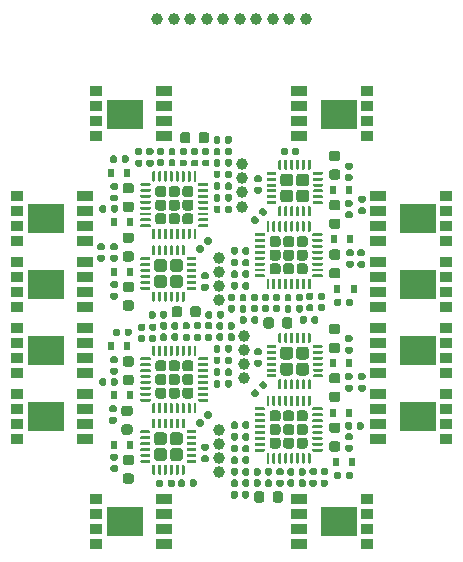
<source format=gbr>
%TF.GenerationSoftware,KiCad,Pcbnew,(5.1.6-0-10_14)*%
%TF.CreationDate,2021-04-11T14:49:43-04:00*%
%TF.ProjectId,F051_ESC-4in1-V2,46303531-5f45-4534-932d-34696e312d56,rev?*%
%TF.SameCoordinates,Original*%
%TF.FileFunction,Paste,Bot*%
%TF.FilePolarity,Positive*%
%FSLAX46Y46*%
G04 Gerber Fmt 4.6, Leading zero omitted, Abs format (unit mm)*
G04 Created by KiCad (PCBNEW (5.1.6-0-10_14)) date 2021-04-11 14:49:43*
%MOMM*%
%LPD*%
G01*
G04 APERTURE LIST*
%ADD10C,0.010000*%
%ADD11C,1.000000*%
%ADD12R,1.450000X0.850000*%
%ADD13R,1.050000X0.850000*%
%ADD14R,0.600000X0.700000*%
G04 APERTURE END LIST*
D10*
%TO.C,Q24*%
G36*
X125750000Y-84509000D02*
G01*
X122770000Y-84509000D01*
X122770000Y-86881000D01*
X125750000Y-86881000D01*
X125750000Y-84509000D01*
G37*
X125750000Y-84509000D02*
X122770000Y-84509000D01*
X122770000Y-86881000D01*
X125750000Y-86881000D01*
X125750000Y-84509000D01*
%TO.C,Q22*%
G36*
X125750000Y-78924000D02*
G01*
X122770000Y-78924000D01*
X122770000Y-81296000D01*
X125750000Y-81296000D01*
X125750000Y-78924000D01*
G37*
X125750000Y-78924000D02*
X122770000Y-78924000D01*
X122770000Y-81296000D01*
X125750000Y-81296000D01*
X125750000Y-78924000D01*
%TO.C,Q20*%
G36*
X132440000Y-70064000D02*
G01*
X129460000Y-70064000D01*
X129460000Y-72436000D01*
X132440000Y-72436000D01*
X132440000Y-70064000D01*
G37*
X132440000Y-70064000D02*
X129460000Y-70064000D01*
X129460000Y-72436000D01*
X132440000Y-72436000D01*
X132440000Y-70064000D01*
%TO.C,Q6*%
G36*
X154250000Y-92486000D02*
G01*
X157230000Y-92486000D01*
X157230000Y-90114000D01*
X154250000Y-90114000D01*
X154250000Y-92486000D01*
G37*
X154250000Y-92486000D02*
X157230000Y-92486000D01*
X157230000Y-90114000D01*
X154250000Y-90114000D01*
X154250000Y-92486000D01*
%TO.C,Q4*%
G36*
X154250000Y-98076000D02*
G01*
X157230000Y-98076000D01*
X157230000Y-95704000D01*
X154250000Y-95704000D01*
X154250000Y-98076000D01*
G37*
X154250000Y-98076000D02*
X157230000Y-98076000D01*
X157230000Y-95704000D01*
X154250000Y-95704000D01*
X154250000Y-98076000D01*
%TO.C,Q2*%
G36*
X147560000Y-106936000D02*
G01*
X150540000Y-106936000D01*
X150540000Y-104564000D01*
X147560000Y-104564000D01*
X147560000Y-106936000D01*
G37*
X147560000Y-106936000D02*
X150540000Y-106936000D01*
X150540000Y-104564000D01*
X147560000Y-104564000D01*
X147560000Y-106936000D01*
%TO.C,Q12*%
G36*
X147560000Y-72436000D02*
G01*
X150540000Y-72436000D01*
X150540000Y-70064000D01*
X147560000Y-70064000D01*
X147560000Y-72436000D01*
G37*
X147560000Y-72436000D02*
X150540000Y-72436000D01*
X150540000Y-70064000D01*
X147560000Y-70064000D01*
X147560000Y-72436000D01*
%TO.C,Q10*%
G36*
X154250000Y-81296000D02*
G01*
X157230000Y-81296000D01*
X157230000Y-78924000D01*
X154250000Y-78924000D01*
X154250000Y-81296000D01*
G37*
X154250000Y-81296000D02*
X157230000Y-81296000D01*
X157230000Y-78924000D01*
X154250000Y-78924000D01*
X154250000Y-81296000D01*
%TO.C,Q8*%
G36*
X154250000Y-86886000D02*
G01*
X157230000Y-86886000D01*
X157230000Y-84514000D01*
X154250000Y-84514000D01*
X154250000Y-86886000D01*
G37*
X154250000Y-86886000D02*
X157230000Y-86886000D01*
X157230000Y-84514000D01*
X154250000Y-84514000D01*
X154250000Y-86886000D01*
%TO.C,Q18*%
G36*
X132440000Y-104564000D02*
G01*
X129460000Y-104564000D01*
X129460000Y-106936000D01*
X132440000Y-106936000D01*
X132440000Y-104564000D01*
G37*
X132440000Y-104564000D02*
X129460000Y-104564000D01*
X129460000Y-106936000D01*
X132440000Y-106936000D01*
X132440000Y-104564000D01*
%TO.C,Q16*%
G36*
X125750000Y-95704000D02*
G01*
X122770000Y-95704000D01*
X122770000Y-98076000D01*
X125750000Y-98076000D01*
X125750000Y-95704000D01*
G37*
X125750000Y-95704000D02*
X122770000Y-95704000D01*
X122770000Y-98076000D01*
X125750000Y-98076000D01*
X125750000Y-95704000D01*
%TO.C,Q14*%
G36*
X125750000Y-90114000D02*
G01*
X122770000Y-90114000D01*
X122770000Y-92486000D01*
X125750000Y-92486000D01*
X125750000Y-90114000D01*
G37*
X125750000Y-90114000D02*
X122770000Y-90114000D01*
X122770000Y-92486000D01*
X125750000Y-92486000D01*
X125750000Y-90114000D01*
%TD*%
%TO.C,U12*%
G36*
G01*
X136077500Y-79685000D02*
X136542500Y-79685000D01*
G75*
G02*
X136775000Y-79917500I0J-232500D01*
G01*
X136775000Y-80382500D01*
G75*
G02*
X136542500Y-80615000I-232500J0D01*
G01*
X136077500Y-80615000D01*
G75*
G02*
X135845000Y-80382500I0J232500D01*
G01*
X135845000Y-79917500D01*
G75*
G02*
X136077500Y-79685000I232500J0D01*
G01*
G37*
G36*
G01*
X134927500Y-79685000D02*
X135392500Y-79685000D01*
G75*
G02*
X135625000Y-79917500I0J-232500D01*
G01*
X135625000Y-80382500D01*
G75*
G02*
X135392500Y-80615000I-232500J0D01*
G01*
X134927500Y-80615000D01*
G75*
G02*
X134695000Y-80382500I0J232500D01*
G01*
X134695000Y-79917500D01*
G75*
G02*
X134927500Y-79685000I232500J0D01*
G01*
G37*
G36*
G01*
X133777500Y-79685000D02*
X134242500Y-79685000D01*
G75*
G02*
X134475000Y-79917500I0J-232500D01*
G01*
X134475000Y-80382500D01*
G75*
G02*
X134242500Y-80615000I-232500J0D01*
G01*
X133777500Y-80615000D01*
G75*
G02*
X133545000Y-80382500I0J232500D01*
G01*
X133545000Y-79917500D01*
G75*
G02*
X133777500Y-79685000I232500J0D01*
G01*
G37*
G36*
G01*
X136077500Y-78535000D02*
X136542500Y-78535000D01*
G75*
G02*
X136775000Y-78767500I0J-232500D01*
G01*
X136775000Y-79232500D01*
G75*
G02*
X136542500Y-79465000I-232500J0D01*
G01*
X136077500Y-79465000D01*
G75*
G02*
X135845000Y-79232500I0J232500D01*
G01*
X135845000Y-78767500D01*
G75*
G02*
X136077500Y-78535000I232500J0D01*
G01*
G37*
G36*
G01*
X134927500Y-78535000D02*
X135392500Y-78535000D01*
G75*
G02*
X135625000Y-78767500I0J-232500D01*
G01*
X135625000Y-79232500D01*
G75*
G02*
X135392500Y-79465000I-232500J0D01*
G01*
X134927500Y-79465000D01*
G75*
G02*
X134695000Y-79232500I0J232500D01*
G01*
X134695000Y-78767500D01*
G75*
G02*
X134927500Y-78535000I232500J0D01*
G01*
G37*
G36*
G01*
X133777500Y-78535000D02*
X134242500Y-78535000D01*
G75*
G02*
X134475000Y-78767500I0J-232500D01*
G01*
X134475000Y-79232500D01*
G75*
G02*
X134242500Y-79465000I-232500J0D01*
G01*
X133777500Y-79465000D01*
G75*
G02*
X133545000Y-79232500I0J232500D01*
G01*
X133545000Y-78767500D01*
G75*
G02*
X133777500Y-78535000I232500J0D01*
G01*
G37*
G36*
G01*
X136077500Y-77385000D02*
X136542500Y-77385000D01*
G75*
G02*
X136775000Y-77617500I0J-232500D01*
G01*
X136775000Y-78082500D01*
G75*
G02*
X136542500Y-78315000I-232500J0D01*
G01*
X136077500Y-78315000D01*
G75*
G02*
X135845000Y-78082500I0J232500D01*
G01*
X135845000Y-77617500D01*
G75*
G02*
X136077500Y-77385000I232500J0D01*
G01*
G37*
G36*
G01*
X134927500Y-77385000D02*
X135392500Y-77385000D01*
G75*
G02*
X135625000Y-77617500I0J-232500D01*
G01*
X135625000Y-78082500D01*
G75*
G02*
X135392500Y-78315000I-232500J0D01*
G01*
X134927500Y-78315000D01*
G75*
G02*
X134695000Y-78082500I0J232500D01*
G01*
X134695000Y-77617500D01*
G75*
G02*
X134927500Y-77385000I232500J0D01*
G01*
G37*
G36*
G01*
X133777500Y-77385000D02*
X134242500Y-77385000D01*
G75*
G02*
X134475000Y-77617500I0J-232500D01*
G01*
X134475000Y-78082500D01*
G75*
G02*
X134242500Y-78315000I-232500J0D01*
G01*
X133777500Y-78315000D01*
G75*
G02*
X133545000Y-78082500I0J232500D01*
G01*
X133545000Y-77617500D01*
G75*
G02*
X133777500Y-77385000I232500J0D01*
G01*
G37*
G36*
G01*
X132347500Y-77125000D02*
X133097500Y-77125000D01*
G75*
G02*
X133160000Y-77187500I0J-62500D01*
G01*
X133160000Y-77312500D01*
G75*
G02*
X133097500Y-77375000I-62500J0D01*
G01*
X132347500Y-77375000D01*
G75*
G02*
X132285000Y-77312500I0J62500D01*
G01*
X132285000Y-77187500D01*
G75*
G02*
X132347500Y-77125000I62500J0D01*
G01*
G37*
G36*
G01*
X132347500Y-77625000D02*
X133097500Y-77625000D01*
G75*
G02*
X133160000Y-77687500I0J-62500D01*
G01*
X133160000Y-77812500D01*
G75*
G02*
X133097500Y-77875000I-62500J0D01*
G01*
X132347500Y-77875000D01*
G75*
G02*
X132285000Y-77812500I0J62500D01*
G01*
X132285000Y-77687500D01*
G75*
G02*
X132347500Y-77625000I62500J0D01*
G01*
G37*
G36*
G01*
X132347500Y-78125000D02*
X133097500Y-78125000D01*
G75*
G02*
X133160000Y-78187500I0J-62500D01*
G01*
X133160000Y-78312500D01*
G75*
G02*
X133097500Y-78375000I-62500J0D01*
G01*
X132347500Y-78375000D01*
G75*
G02*
X132285000Y-78312500I0J62500D01*
G01*
X132285000Y-78187500D01*
G75*
G02*
X132347500Y-78125000I62500J0D01*
G01*
G37*
G36*
G01*
X132347500Y-78625000D02*
X133097500Y-78625000D01*
G75*
G02*
X133160000Y-78687500I0J-62500D01*
G01*
X133160000Y-78812500D01*
G75*
G02*
X133097500Y-78875000I-62500J0D01*
G01*
X132347500Y-78875000D01*
G75*
G02*
X132285000Y-78812500I0J62500D01*
G01*
X132285000Y-78687500D01*
G75*
G02*
X132347500Y-78625000I62500J0D01*
G01*
G37*
G36*
G01*
X132347500Y-79125000D02*
X133097500Y-79125000D01*
G75*
G02*
X133160000Y-79187500I0J-62500D01*
G01*
X133160000Y-79312500D01*
G75*
G02*
X133097500Y-79375000I-62500J0D01*
G01*
X132347500Y-79375000D01*
G75*
G02*
X132285000Y-79312500I0J62500D01*
G01*
X132285000Y-79187500D01*
G75*
G02*
X132347500Y-79125000I62500J0D01*
G01*
G37*
G36*
G01*
X132347500Y-79625000D02*
X133097500Y-79625000D01*
G75*
G02*
X133160000Y-79687500I0J-62500D01*
G01*
X133160000Y-79812500D01*
G75*
G02*
X133097500Y-79875000I-62500J0D01*
G01*
X132347500Y-79875000D01*
G75*
G02*
X132285000Y-79812500I0J62500D01*
G01*
X132285000Y-79687500D01*
G75*
G02*
X132347500Y-79625000I62500J0D01*
G01*
G37*
G36*
G01*
X132347500Y-80125000D02*
X133097500Y-80125000D01*
G75*
G02*
X133160000Y-80187500I0J-62500D01*
G01*
X133160000Y-80312500D01*
G75*
G02*
X133097500Y-80375000I-62500J0D01*
G01*
X132347500Y-80375000D01*
G75*
G02*
X132285000Y-80312500I0J62500D01*
G01*
X132285000Y-80187500D01*
G75*
G02*
X132347500Y-80125000I62500J0D01*
G01*
G37*
G36*
G01*
X132347500Y-80625000D02*
X133097500Y-80625000D01*
G75*
G02*
X133160000Y-80687500I0J-62500D01*
G01*
X133160000Y-80812500D01*
G75*
G02*
X133097500Y-80875000I-62500J0D01*
G01*
X132347500Y-80875000D01*
G75*
G02*
X132285000Y-80812500I0J62500D01*
G01*
X132285000Y-80687500D01*
G75*
G02*
X132347500Y-80625000I62500J0D01*
G01*
G37*
G36*
G01*
X133347500Y-81000000D02*
X133472500Y-81000000D01*
G75*
G02*
X133535000Y-81062500I0J-62500D01*
G01*
X133535000Y-81812500D01*
G75*
G02*
X133472500Y-81875000I-62500J0D01*
G01*
X133347500Y-81875000D01*
G75*
G02*
X133285000Y-81812500I0J62500D01*
G01*
X133285000Y-81062500D01*
G75*
G02*
X133347500Y-81000000I62500J0D01*
G01*
G37*
G36*
G01*
X133847500Y-81000000D02*
X133972500Y-81000000D01*
G75*
G02*
X134035000Y-81062500I0J-62500D01*
G01*
X134035000Y-81812500D01*
G75*
G02*
X133972500Y-81875000I-62500J0D01*
G01*
X133847500Y-81875000D01*
G75*
G02*
X133785000Y-81812500I0J62500D01*
G01*
X133785000Y-81062500D01*
G75*
G02*
X133847500Y-81000000I62500J0D01*
G01*
G37*
G36*
G01*
X134347500Y-81000000D02*
X134472500Y-81000000D01*
G75*
G02*
X134535000Y-81062500I0J-62500D01*
G01*
X134535000Y-81812500D01*
G75*
G02*
X134472500Y-81875000I-62500J0D01*
G01*
X134347500Y-81875000D01*
G75*
G02*
X134285000Y-81812500I0J62500D01*
G01*
X134285000Y-81062500D01*
G75*
G02*
X134347500Y-81000000I62500J0D01*
G01*
G37*
G36*
G01*
X134847500Y-81000000D02*
X134972500Y-81000000D01*
G75*
G02*
X135035000Y-81062500I0J-62500D01*
G01*
X135035000Y-81812500D01*
G75*
G02*
X134972500Y-81875000I-62500J0D01*
G01*
X134847500Y-81875000D01*
G75*
G02*
X134785000Y-81812500I0J62500D01*
G01*
X134785000Y-81062500D01*
G75*
G02*
X134847500Y-81000000I62500J0D01*
G01*
G37*
G36*
G01*
X135347500Y-81000000D02*
X135472500Y-81000000D01*
G75*
G02*
X135535000Y-81062500I0J-62500D01*
G01*
X135535000Y-81812500D01*
G75*
G02*
X135472500Y-81875000I-62500J0D01*
G01*
X135347500Y-81875000D01*
G75*
G02*
X135285000Y-81812500I0J62500D01*
G01*
X135285000Y-81062500D01*
G75*
G02*
X135347500Y-81000000I62500J0D01*
G01*
G37*
G36*
G01*
X135847500Y-81000000D02*
X135972500Y-81000000D01*
G75*
G02*
X136035000Y-81062500I0J-62500D01*
G01*
X136035000Y-81812500D01*
G75*
G02*
X135972500Y-81875000I-62500J0D01*
G01*
X135847500Y-81875000D01*
G75*
G02*
X135785000Y-81812500I0J62500D01*
G01*
X135785000Y-81062500D01*
G75*
G02*
X135847500Y-81000000I62500J0D01*
G01*
G37*
G36*
G01*
X136347500Y-81000000D02*
X136472500Y-81000000D01*
G75*
G02*
X136535000Y-81062500I0J-62500D01*
G01*
X136535000Y-81812500D01*
G75*
G02*
X136472500Y-81875000I-62500J0D01*
G01*
X136347500Y-81875000D01*
G75*
G02*
X136285000Y-81812500I0J62500D01*
G01*
X136285000Y-81062500D01*
G75*
G02*
X136347500Y-81000000I62500J0D01*
G01*
G37*
G36*
G01*
X136847500Y-81000000D02*
X136972500Y-81000000D01*
G75*
G02*
X137035000Y-81062500I0J-62500D01*
G01*
X137035000Y-81812500D01*
G75*
G02*
X136972500Y-81875000I-62500J0D01*
G01*
X136847500Y-81875000D01*
G75*
G02*
X136785000Y-81812500I0J62500D01*
G01*
X136785000Y-81062500D01*
G75*
G02*
X136847500Y-81000000I62500J0D01*
G01*
G37*
G36*
G01*
X137222500Y-80625000D02*
X137972500Y-80625000D01*
G75*
G02*
X138035000Y-80687500I0J-62500D01*
G01*
X138035000Y-80812500D01*
G75*
G02*
X137972500Y-80875000I-62500J0D01*
G01*
X137222500Y-80875000D01*
G75*
G02*
X137160000Y-80812500I0J62500D01*
G01*
X137160000Y-80687500D01*
G75*
G02*
X137222500Y-80625000I62500J0D01*
G01*
G37*
G36*
G01*
X137222500Y-80125000D02*
X137972500Y-80125000D01*
G75*
G02*
X138035000Y-80187500I0J-62500D01*
G01*
X138035000Y-80312500D01*
G75*
G02*
X137972500Y-80375000I-62500J0D01*
G01*
X137222500Y-80375000D01*
G75*
G02*
X137160000Y-80312500I0J62500D01*
G01*
X137160000Y-80187500D01*
G75*
G02*
X137222500Y-80125000I62500J0D01*
G01*
G37*
G36*
G01*
X137222500Y-79625000D02*
X137972500Y-79625000D01*
G75*
G02*
X138035000Y-79687500I0J-62500D01*
G01*
X138035000Y-79812500D01*
G75*
G02*
X137972500Y-79875000I-62500J0D01*
G01*
X137222500Y-79875000D01*
G75*
G02*
X137160000Y-79812500I0J62500D01*
G01*
X137160000Y-79687500D01*
G75*
G02*
X137222500Y-79625000I62500J0D01*
G01*
G37*
G36*
G01*
X137222500Y-79125000D02*
X137972500Y-79125000D01*
G75*
G02*
X138035000Y-79187500I0J-62500D01*
G01*
X138035000Y-79312500D01*
G75*
G02*
X137972500Y-79375000I-62500J0D01*
G01*
X137222500Y-79375000D01*
G75*
G02*
X137160000Y-79312500I0J62500D01*
G01*
X137160000Y-79187500D01*
G75*
G02*
X137222500Y-79125000I62500J0D01*
G01*
G37*
G36*
G01*
X137222500Y-78625000D02*
X137972500Y-78625000D01*
G75*
G02*
X138035000Y-78687500I0J-62500D01*
G01*
X138035000Y-78812500D01*
G75*
G02*
X137972500Y-78875000I-62500J0D01*
G01*
X137222500Y-78875000D01*
G75*
G02*
X137160000Y-78812500I0J62500D01*
G01*
X137160000Y-78687500D01*
G75*
G02*
X137222500Y-78625000I62500J0D01*
G01*
G37*
G36*
G01*
X137222500Y-78125000D02*
X137972500Y-78125000D01*
G75*
G02*
X138035000Y-78187500I0J-62500D01*
G01*
X138035000Y-78312500D01*
G75*
G02*
X137972500Y-78375000I-62500J0D01*
G01*
X137222500Y-78375000D01*
G75*
G02*
X137160000Y-78312500I0J62500D01*
G01*
X137160000Y-78187500D01*
G75*
G02*
X137222500Y-78125000I62500J0D01*
G01*
G37*
G36*
G01*
X137222500Y-77625000D02*
X137972500Y-77625000D01*
G75*
G02*
X138035000Y-77687500I0J-62500D01*
G01*
X138035000Y-77812500D01*
G75*
G02*
X137972500Y-77875000I-62500J0D01*
G01*
X137222500Y-77875000D01*
G75*
G02*
X137160000Y-77812500I0J62500D01*
G01*
X137160000Y-77687500D01*
G75*
G02*
X137222500Y-77625000I62500J0D01*
G01*
G37*
G36*
G01*
X137222500Y-77125000D02*
X137972500Y-77125000D01*
G75*
G02*
X138035000Y-77187500I0J-62500D01*
G01*
X138035000Y-77312500D01*
G75*
G02*
X137972500Y-77375000I-62500J0D01*
G01*
X137222500Y-77375000D01*
G75*
G02*
X137160000Y-77312500I0J62500D01*
G01*
X137160000Y-77187500D01*
G75*
G02*
X137222500Y-77125000I62500J0D01*
G01*
G37*
G36*
G01*
X136847500Y-76125000D02*
X136972500Y-76125000D01*
G75*
G02*
X137035000Y-76187500I0J-62500D01*
G01*
X137035000Y-76937500D01*
G75*
G02*
X136972500Y-77000000I-62500J0D01*
G01*
X136847500Y-77000000D01*
G75*
G02*
X136785000Y-76937500I0J62500D01*
G01*
X136785000Y-76187500D01*
G75*
G02*
X136847500Y-76125000I62500J0D01*
G01*
G37*
G36*
G01*
X136347500Y-76125000D02*
X136472500Y-76125000D01*
G75*
G02*
X136535000Y-76187500I0J-62500D01*
G01*
X136535000Y-76937500D01*
G75*
G02*
X136472500Y-77000000I-62500J0D01*
G01*
X136347500Y-77000000D01*
G75*
G02*
X136285000Y-76937500I0J62500D01*
G01*
X136285000Y-76187500D01*
G75*
G02*
X136347500Y-76125000I62500J0D01*
G01*
G37*
G36*
G01*
X135847500Y-76125000D02*
X135972500Y-76125000D01*
G75*
G02*
X136035000Y-76187500I0J-62500D01*
G01*
X136035000Y-76937500D01*
G75*
G02*
X135972500Y-77000000I-62500J0D01*
G01*
X135847500Y-77000000D01*
G75*
G02*
X135785000Y-76937500I0J62500D01*
G01*
X135785000Y-76187500D01*
G75*
G02*
X135847500Y-76125000I62500J0D01*
G01*
G37*
G36*
G01*
X135347500Y-76125000D02*
X135472500Y-76125000D01*
G75*
G02*
X135535000Y-76187500I0J-62500D01*
G01*
X135535000Y-76937500D01*
G75*
G02*
X135472500Y-77000000I-62500J0D01*
G01*
X135347500Y-77000000D01*
G75*
G02*
X135285000Y-76937500I0J62500D01*
G01*
X135285000Y-76187500D01*
G75*
G02*
X135347500Y-76125000I62500J0D01*
G01*
G37*
G36*
G01*
X134847500Y-76125000D02*
X134972500Y-76125000D01*
G75*
G02*
X135035000Y-76187500I0J-62500D01*
G01*
X135035000Y-76937500D01*
G75*
G02*
X134972500Y-77000000I-62500J0D01*
G01*
X134847500Y-77000000D01*
G75*
G02*
X134785000Y-76937500I0J62500D01*
G01*
X134785000Y-76187500D01*
G75*
G02*
X134847500Y-76125000I62500J0D01*
G01*
G37*
G36*
G01*
X134347500Y-76125000D02*
X134472500Y-76125000D01*
G75*
G02*
X134535000Y-76187500I0J-62500D01*
G01*
X134535000Y-76937500D01*
G75*
G02*
X134472500Y-77000000I-62500J0D01*
G01*
X134347500Y-77000000D01*
G75*
G02*
X134285000Y-76937500I0J62500D01*
G01*
X134285000Y-76187500D01*
G75*
G02*
X134347500Y-76125000I62500J0D01*
G01*
G37*
G36*
G01*
X133847500Y-76125000D02*
X133972500Y-76125000D01*
G75*
G02*
X134035000Y-76187500I0J-62500D01*
G01*
X134035000Y-76937500D01*
G75*
G02*
X133972500Y-77000000I-62500J0D01*
G01*
X133847500Y-77000000D01*
G75*
G02*
X133785000Y-76937500I0J62500D01*
G01*
X133785000Y-76187500D01*
G75*
G02*
X133847500Y-76125000I62500J0D01*
G01*
G37*
G36*
G01*
X133347500Y-76125000D02*
X133472500Y-76125000D01*
G75*
G02*
X133535000Y-76187500I0J-62500D01*
G01*
X133535000Y-76937500D01*
G75*
G02*
X133472500Y-77000000I-62500J0D01*
G01*
X133347500Y-77000000D01*
G75*
G02*
X133285000Y-76937500I0J62500D01*
G01*
X133285000Y-76187500D01*
G75*
G02*
X133347500Y-76125000I62500J0D01*
G01*
G37*
%TD*%
%TO.C,R65*%
G36*
G01*
X139450000Y-73652500D02*
X139450000Y-73307500D01*
G75*
G02*
X139597500Y-73160000I147500J0D01*
G01*
X139892500Y-73160000D01*
G75*
G02*
X140040000Y-73307500I0J-147500D01*
G01*
X140040000Y-73652500D01*
G75*
G02*
X139892500Y-73800000I-147500J0D01*
G01*
X139597500Y-73800000D01*
G75*
G02*
X139450000Y-73652500I0J147500D01*
G01*
G37*
G36*
G01*
X138480000Y-73652500D02*
X138480000Y-73307500D01*
G75*
G02*
X138627500Y-73160000I147500J0D01*
G01*
X138922500Y-73160000D01*
G75*
G02*
X139070000Y-73307500I0J-147500D01*
G01*
X139070000Y-73652500D01*
G75*
G02*
X138922500Y-73800000I-147500J0D01*
G01*
X138627500Y-73800000D01*
G75*
G02*
X138480000Y-73652500I0J147500D01*
G01*
G37*
%TD*%
%TO.C,U9*%
G36*
G01*
X136077500Y-94445000D02*
X136542500Y-94445000D01*
G75*
G02*
X136775000Y-94677500I0J-232500D01*
G01*
X136775000Y-95142500D01*
G75*
G02*
X136542500Y-95375000I-232500J0D01*
G01*
X136077500Y-95375000D01*
G75*
G02*
X135845000Y-95142500I0J232500D01*
G01*
X135845000Y-94677500D01*
G75*
G02*
X136077500Y-94445000I232500J0D01*
G01*
G37*
G36*
G01*
X134927500Y-94445000D02*
X135392500Y-94445000D01*
G75*
G02*
X135625000Y-94677500I0J-232500D01*
G01*
X135625000Y-95142500D01*
G75*
G02*
X135392500Y-95375000I-232500J0D01*
G01*
X134927500Y-95375000D01*
G75*
G02*
X134695000Y-95142500I0J232500D01*
G01*
X134695000Y-94677500D01*
G75*
G02*
X134927500Y-94445000I232500J0D01*
G01*
G37*
G36*
G01*
X133777500Y-94445000D02*
X134242500Y-94445000D01*
G75*
G02*
X134475000Y-94677500I0J-232500D01*
G01*
X134475000Y-95142500D01*
G75*
G02*
X134242500Y-95375000I-232500J0D01*
G01*
X133777500Y-95375000D01*
G75*
G02*
X133545000Y-95142500I0J232500D01*
G01*
X133545000Y-94677500D01*
G75*
G02*
X133777500Y-94445000I232500J0D01*
G01*
G37*
G36*
G01*
X136077500Y-93295000D02*
X136542500Y-93295000D01*
G75*
G02*
X136775000Y-93527500I0J-232500D01*
G01*
X136775000Y-93992500D01*
G75*
G02*
X136542500Y-94225000I-232500J0D01*
G01*
X136077500Y-94225000D01*
G75*
G02*
X135845000Y-93992500I0J232500D01*
G01*
X135845000Y-93527500D01*
G75*
G02*
X136077500Y-93295000I232500J0D01*
G01*
G37*
G36*
G01*
X134927500Y-93295000D02*
X135392500Y-93295000D01*
G75*
G02*
X135625000Y-93527500I0J-232500D01*
G01*
X135625000Y-93992500D01*
G75*
G02*
X135392500Y-94225000I-232500J0D01*
G01*
X134927500Y-94225000D01*
G75*
G02*
X134695000Y-93992500I0J232500D01*
G01*
X134695000Y-93527500D01*
G75*
G02*
X134927500Y-93295000I232500J0D01*
G01*
G37*
G36*
G01*
X133777500Y-93295000D02*
X134242500Y-93295000D01*
G75*
G02*
X134475000Y-93527500I0J-232500D01*
G01*
X134475000Y-93992500D01*
G75*
G02*
X134242500Y-94225000I-232500J0D01*
G01*
X133777500Y-94225000D01*
G75*
G02*
X133545000Y-93992500I0J232500D01*
G01*
X133545000Y-93527500D01*
G75*
G02*
X133777500Y-93295000I232500J0D01*
G01*
G37*
G36*
G01*
X136077500Y-92145000D02*
X136542500Y-92145000D01*
G75*
G02*
X136775000Y-92377500I0J-232500D01*
G01*
X136775000Y-92842500D01*
G75*
G02*
X136542500Y-93075000I-232500J0D01*
G01*
X136077500Y-93075000D01*
G75*
G02*
X135845000Y-92842500I0J232500D01*
G01*
X135845000Y-92377500D01*
G75*
G02*
X136077500Y-92145000I232500J0D01*
G01*
G37*
G36*
G01*
X134927500Y-92145000D02*
X135392500Y-92145000D01*
G75*
G02*
X135625000Y-92377500I0J-232500D01*
G01*
X135625000Y-92842500D01*
G75*
G02*
X135392500Y-93075000I-232500J0D01*
G01*
X134927500Y-93075000D01*
G75*
G02*
X134695000Y-92842500I0J232500D01*
G01*
X134695000Y-92377500D01*
G75*
G02*
X134927500Y-92145000I232500J0D01*
G01*
G37*
G36*
G01*
X133777500Y-92145000D02*
X134242500Y-92145000D01*
G75*
G02*
X134475000Y-92377500I0J-232500D01*
G01*
X134475000Y-92842500D01*
G75*
G02*
X134242500Y-93075000I-232500J0D01*
G01*
X133777500Y-93075000D01*
G75*
G02*
X133545000Y-92842500I0J232500D01*
G01*
X133545000Y-92377500D01*
G75*
G02*
X133777500Y-92145000I232500J0D01*
G01*
G37*
G36*
G01*
X132347500Y-91885000D02*
X133097500Y-91885000D01*
G75*
G02*
X133160000Y-91947500I0J-62500D01*
G01*
X133160000Y-92072500D01*
G75*
G02*
X133097500Y-92135000I-62500J0D01*
G01*
X132347500Y-92135000D01*
G75*
G02*
X132285000Y-92072500I0J62500D01*
G01*
X132285000Y-91947500D01*
G75*
G02*
X132347500Y-91885000I62500J0D01*
G01*
G37*
G36*
G01*
X132347500Y-92385000D02*
X133097500Y-92385000D01*
G75*
G02*
X133160000Y-92447500I0J-62500D01*
G01*
X133160000Y-92572500D01*
G75*
G02*
X133097500Y-92635000I-62500J0D01*
G01*
X132347500Y-92635000D01*
G75*
G02*
X132285000Y-92572500I0J62500D01*
G01*
X132285000Y-92447500D01*
G75*
G02*
X132347500Y-92385000I62500J0D01*
G01*
G37*
G36*
G01*
X132347500Y-92885000D02*
X133097500Y-92885000D01*
G75*
G02*
X133160000Y-92947500I0J-62500D01*
G01*
X133160000Y-93072500D01*
G75*
G02*
X133097500Y-93135000I-62500J0D01*
G01*
X132347500Y-93135000D01*
G75*
G02*
X132285000Y-93072500I0J62500D01*
G01*
X132285000Y-92947500D01*
G75*
G02*
X132347500Y-92885000I62500J0D01*
G01*
G37*
G36*
G01*
X132347500Y-93385000D02*
X133097500Y-93385000D01*
G75*
G02*
X133160000Y-93447500I0J-62500D01*
G01*
X133160000Y-93572500D01*
G75*
G02*
X133097500Y-93635000I-62500J0D01*
G01*
X132347500Y-93635000D01*
G75*
G02*
X132285000Y-93572500I0J62500D01*
G01*
X132285000Y-93447500D01*
G75*
G02*
X132347500Y-93385000I62500J0D01*
G01*
G37*
G36*
G01*
X132347500Y-93885000D02*
X133097500Y-93885000D01*
G75*
G02*
X133160000Y-93947500I0J-62500D01*
G01*
X133160000Y-94072500D01*
G75*
G02*
X133097500Y-94135000I-62500J0D01*
G01*
X132347500Y-94135000D01*
G75*
G02*
X132285000Y-94072500I0J62500D01*
G01*
X132285000Y-93947500D01*
G75*
G02*
X132347500Y-93885000I62500J0D01*
G01*
G37*
G36*
G01*
X132347500Y-94385000D02*
X133097500Y-94385000D01*
G75*
G02*
X133160000Y-94447500I0J-62500D01*
G01*
X133160000Y-94572500D01*
G75*
G02*
X133097500Y-94635000I-62500J0D01*
G01*
X132347500Y-94635000D01*
G75*
G02*
X132285000Y-94572500I0J62500D01*
G01*
X132285000Y-94447500D01*
G75*
G02*
X132347500Y-94385000I62500J0D01*
G01*
G37*
G36*
G01*
X132347500Y-94885000D02*
X133097500Y-94885000D01*
G75*
G02*
X133160000Y-94947500I0J-62500D01*
G01*
X133160000Y-95072500D01*
G75*
G02*
X133097500Y-95135000I-62500J0D01*
G01*
X132347500Y-95135000D01*
G75*
G02*
X132285000Y-95072500I0J62500D01*
G01*
X132285000Y-94947500D01*
G75*
G02*
X132347500Y-94885000I62500J0D01*
G01*
G37*
G36*
G01*
X132347500Y-95385000D02*
X133097500Y-95385000D01*
G75*
G02*
X133160000Y-95447500I0J-62500D01*
G01*
X133160000Y-95572500D01*
G75*
G02*
X133097500Y-95635000I-62500J0D01*
G01*
X132347500Y-95635000D01*
G75*
G02*
X132285000Y-95572500I0J62500D01*
G01*
X132285000Y-95447500D01*
G75*
G02*
X132347500Y-95385000I62500J0D01*
G01*
G37*
G36*
G01*
X133347500Y-95760000D02*
X133472500Y-95760000D01*
G75*
G02*
X133535000Y-95822500I0J-62500D01*
G01*
X133535000Y-96572500D01*
G75*
G02*
X133472500Y-96635000I-62500J0D01*
G01*
X133347500Y-96635000D01*
G75*
G02*
X133285000Y-96572500I0J62500D01*
G01*
X133285000Y-95822500D01*
G75*
G02*
X133347500Y-95760000I62500J0D01*
G01*
G37*
G36*
G01*
X133847500Y-95760000D02*
X133972500Y-95760000D01*
G75*
G02*
X134035000Y-95822500I0J-62500D01*
G01*
X134035000Y-96572500D01*
G75*
G02*
X133972500Y-96635000I-62500J0D01*
G01*
X133847500Y-96635000D01*
G75*
G02*
X133785000Y-96572500I0J62500D01*
G01*
X133785000Y-95822500D01*
G75*
G02*
X133847500Y-95760000I62500J0D01*
G01*
G37*
G36*
G01*
X134347500Y-95760000D02*
X134472500Y-95760000D01*
G75*
G02*
X134535000Y-95822500I0J-62500D01*
G01*
X134535000Y-96572500D01*
G75*
G02*
X134472500Y-96635000I-62500J0D01*
G01*
X134347500Y-96635000D01*
G75*
G02*
X134285000Y-96572500I0J62500D01*
G01*
X134285000Y-95822500D01*
G75*
G02*
X134347500Y-95760000I62500J0D01*
G01*
G37*
G36*
G01*
X134847500Y-95760000D02*
X134972500Y-95760000D01*
G75*
G02*
X135035000Y-95822500I0J-62500D01*
G01*
X135035000Y-96572500D01*
G75*
G02*
X134972500Y-96635000I-62500J0D01*
G01*
X134847500Y-96635000D01*
G75*
G02*
X134785000Y-96572500I0J62500D01*
G01*
X134785000Y-95822500D01*
G75*
G02*
X134847500Y-95760000I62500J0D01*
G01*
G37*
G36*
G01*
X135347500Y-95760000D02*
X135472500Y-95760000D01*
G75*
G02*
X135535000Y-95822500I0J-62500D01*
G01*
X135535000Y-96572500D01*
G75*
G02*
X135472500Y-96635000I-62500J0D01*
G01*
X135347500Y-96635000D01*
G75*
G02*
X135285000Y-96572500I0J62500D01*
G01*
X135285000Y-95822500D01*
G75*
G02*
X135347500Y-95760000I62500J0D01*
G01*
G37*
G36*
G01*
X135847500Y-95760000D02*
X135972500Y-95760000D01*
G75*
G02*
X136035000Y-95822500I0J-62500D01*
G01*
X136035000Y-96572500D01*
G75*
G02*
X135972500Y-96635000I-62500J0D01*
G01*
X135847500Y-96635000D01*
G75*
G02*
X135785000Y-96572500I0J62500D01*
G01*
X135785000Y-95822500D01*
G75*
G02*
X135847500Y-95760000I62500J0D01*
G01*
G37*
G36*
G01*
X136347500Y-95760000D02*
X136472500Y-95760000D01*
G75*
G02*
X136535000Y-95822500I0J-62500D01*
G01*
X136535000Y-96572500D01*
G75*
G02*
X136472500Y-96635000I-62500J0D01*
G01*
X136347500Y-96635000D01*
G75*
G02*
X136285000Y-96572500I0J62500D01*
G01*
X136285000Y-95822500D01*
G75*
G02*
X136347500Y-95760000I62500J0D01*
G01*
G37*
G36*
G01*
X136847500Y-95760000D02*
X136972500Y-95760000D01*
G75*
G02*
X137035000Y-95822500I0J-62500D01*
G01*
X137035000Y-96572500D01*
G75*
G02*
X136972500Y-96635000I-62500J0D01*
G01*
X136847500Y-96635000D01*
G75*
G02*
X136785000Y-96572500I0J62500D01*
G01*
X136785000Y-95822500D01*
G75*
G02*
X136847500Y-95760000I62500J0D01*
G01*
G37*
G36*
G01*
X137222500Y-95385000D02*
X137972500Y-95385000D01*
G75*
G02*
X138035000Y-95447500I0J-62500D01*
G01*
X138035000Y-95572500D01*
G75*
G02*
X137972500Y-95635000I-62500J0D01*
G01*
X137222500Y-95635000D01*
G75*
G02*
X137160000Y-95572500I0J62500D01*
G01*
X137160000Y-95447500D01*
G75*
G02*
X137222500Y-95385000I62500J0D01*
G01*
G37*
G36*
G01*
X137222500Y-94885000D02*
X137972500Y-94885000D01*
G75*
G02*
X138035000Y-94947500I0J-62500D01*
G01*
X138035000Y-95072500D01*
G75*
G02*
X137972500Y-95135000I-62500J0D01*
G01*
X137222500Y-95135000D01*
G75*
G02*
X137160000Y-95072500I0J62500D01*
G01*
X137160000Y-94947500D01*
G75*
G02*
X137222500Y-94885000I62500J0D01*
G01*
G37*
G36*
G01*
X137222500Y-94385000D02*
X137972500Y-94385000D01*
G75*
G02*
X138035000Y-94447500I0J-62500D01*
G01*
X138035000Y-94572500D01*
G75*
G02*
X137972500Y-94635000I-62500J0D01*
G01*
X137222500Y-94635000D01*
G75*
G02*
X137160000Y-94572500I0J62500D01*
G01*
X137160000Y-94447500D01*
G75*
G02*
X137222500Y-94385000I62500J0D01*
G01*
G37*
G36*
G01*
X137222500Y-93885000D02*
X137972500Y-93885000D01*
G75*
G02*
X138035000Y-93947500I0J-62500D01*
G01*
X138035000Y-94072500D01*
G75*
G02*
X137972500Y-94135000I-62500J0D01*
G01*
X137222500Y-94135000D01*
G75*
G02*
X137160000Y-94072500I0J62500D01*
G01*
X137160000Y-93947500D01*
G75*
G02*
X137222500Y-93885000I62500J0D01*
G01*
G37*
G36*
G01*
X137222500Y-93385000D02*
X137972500Y-93385000D01*
G75*
G02*
X138035000Y-93447500I0J-62500D01*
G01*
X138035000Y-93572500D01*
G75*
G02*
X137972500Y-93635000I-62500J0D01*
G01*
X137222500Y-93635000D01*
G75*
G02*
X137160000Y-93572500I0J62500D01*
G01*
X137160000Y-93447500D01*
G75*
G02*
X137222500Y-93385000I62500J0D01*
G01*
G37*
G36*
G01*
X137222500Y-92885000D02*
X137972500Y-92885000D01*
G75*
G02*
X138035000Y-92947500I0J-62500D01*
G01*
X138035000Y-93072500D01*
G75*
G02*
X137972500Y-93135000I-62500J0D01*
G01*
X137222500Y-93135000D01*
G75*
G02*
X137160000Y-93072500I0J62500D01*
G01*
X137160000Y-92947500D01*
G75*
G02*
X137222500Y-92885000I62500J0D01*
G01*
G37*
G36*
G01*
X137222500Y-92385000D02*
X137972500Y-92385000D01*
G75*
G02*
X138035000Y-92447500I0J-62500D01*
G01*
X138035000Y-92572500D01*
G75*
G02*
X137972500Y-92635000I-62500J0D01*
G01*
X137222500Y-92635000D01*
G75*
G02*
X137160000Y-92572500I0J62500D01*
G01*
X137160000Y-92447500D01*
G75*
G02*
X137222500Y-92385000I62500J0D01*
G01*
G37*
G36*
G01*
X137222500Y-91885000D02*
X137972500Y-91885000D01*
G75*
G02*
X138035000Y-91947500I0J-62500D01*
G01*
X138035000Y-92072500D01*
G75*
G02*
X137972500Y-92135000I-62500J0D01*
G01*
X137222500Y-92135000D01*
G75*
G02*
X137160000Y-92072500I0J62500D01*
G01*
X137160000Y-91947500D01*
G75*
G02*
X137222500Y-91885000I62500J0D01*
G01*
G37*
G36*
G01*
X136847500Y-90885000D02*
X136972500Y-90885000D01*
G75*
G02*
X137035000Y-90947500I0J-62500D01*
G01*
X137035000Y-91697500D01*
G75*
G02*
X136972500Y-91760000I-62500J0D01*
G01*
X136847500Y-91760000D01*
G75*
G02*
X136785000Y-91697500I0J62500D01*
G01*
X136785000Y-90947500D01*
G75*
G02*
X136847500Y-90885000I62500J0D01*
G01*
G37*
G36*
G01*
X136347500Y-90885000D02*
X136472500Y-90885000D01*
G75*
G02*
X136535000Y-90947500I0J-62500D01*
G01*
X136535000Y-91697500D01*
G75*
G02*
X136472500Y-91760000I-62500J0D01*
G01*
X136347500Y-91760000D01*
G75*
G02*
X136285000Y-91697500I0J62500D01*
G01*
X136285000Y-90947500D01*
G75*
G02*
X136347500Y-90885000I62500J0D01*
G01*
G37*
G36*
G01*
X135847500Y-90885000D02*
X135972500Y-90885000D01*
G75*
G02*
X136035000Y-90947500I0J-62500D01*
G01*
X136035000Y-91697500D01*
G75*
G02*
X135972500Y-91760000I-62500J0D01*
G01*
X135847500Y-91760000D01*
G75*
G02*
X135785000Y-91697500I0J62500D01*
G01*
X135785000Y-90947500D01*
G75*
G02*
X135847500Y-90885000I62500J0D01*
G01*
G37*
G36*
G01*
X135347500Y-90885000D02*
X135472500Y-90885000D01*
G75*
G02*
X135535000Y-90947500I0J-62500D01*
G01*
X135535000Y-91697500D01*
G75*
G02*
X135472500Y-91760000I-62500J0D01*
G01*
X135347500Y-91760000D01*
G75*
G02*
X135285000Y-91697500I0J62500D01*
G01*
X135285000Y-90947500D01*
G75*
G02*
X135347500Y-90885000I62500J0D01*
G01*
G37*
G36*
G01*
X134847500Y-90885000D02*
X134972500Y-90885000D01*
G75*
G02*
X135035000Y-90947500I0J-62500D01*
G01*
X135035000Y-91697500D01*
G75*
G02*
X134972500Y-91760000I-62500J0D01*
G01*
X134847500Y-91760000D01*
G75*
G02*
X134785000Y-91697500I0J62500D01*
G01*
X134785000Y-90947500D01*
G75*
G02*
X134847500Y-90885000I62500J0D01*
G01*
G37*
G36*
G01*
X134347500Y-90885000D02*
X134472500Y-90885000D01*
G75*
G02*
X134535000Y-90947500I0J-62500D01*
G01*
X134535000Y-91697500D01*
G75*
G02*
X134472500Y-91760000I-62500J0D01*
G01*
X134347500Y-91760000D01*
G75*
G02*
X134285000Y-91697500I0J62500D01*
G01*
X134285000Y-90947500D01*
G75*
G02*
X134347500Y-90885000I62500J0D01*
G01*
G37*
G36*
G01*
X133847500Y-90885000D02*
X133972500Y-90885000D01*
G75*
G02*
X134035000Y-90947500I0J-62500D01*
G01*
X134035000Y-91697500D01*
G75*
G02*
X133972500Y-91760000I-62500J0D01*
G01*
X133847500Y-91760000D01*
G75*
G02*
X133785000Y-91697500I0J62500D01*
G01*
X133785000Y-90947500D01*
G75*
G02*
X133847500Y-90885000I62500J0D01*
G01*
G37*
G36*
G01*
X133347500Y-90885000D02*
X133472500Y-90885000D01*
G75*
G02*
X133535000Y-90947500I0J-62500D01*
G01*
X133535000Y-91697500D01*
G75*
G02*
X133472500Y-91760000I-62500J0D01*
G01*
X133347500Y-91760000D01*
G75*
G02*
X133285000Y-91697500I0J62500D01*
G01*
X133285000Y-90947500D01*
G75*
G02*
X133347500Y-90885000I62500J0D01*
G01*
G37*
%TD*%
%TO.C,U6*%
G36*
G01*
X143922500Y-82555000D02*
X143457500Y-82555000D01*
G75*
G02*
X143225000Y-82322500I0J232500D01*
G01*
X143225000Y-81857500D01*
G75*
G02*
X143457500Y-81625000I232500J0D01*
G01*
X143922500Y-81625000D01*
G75*
G02*
X144155000Y-81857500I0J-232500D01*
G01*
X144155000Y-82322500D01*
G75*
G02*
X143922500Y-82555000I-232500J0D01*
G01*
G37*
G36*
G01*
X145072500Y-82555000D02*
X144607500Y-82555000D01*
G75*
G02*
X144375000Y-82322500I0J232500D01*
G01*
X144375000Y-81857500D01*
G75*
G02*
X144607500Y-81625000I232500J0D01*
G01*
X145072500Y-81625000D01*
G75*
G02*
X145305000Y-81857500I0J-232500D01*
G01*
X145305000Y-82322500D01*
G75*
G02*
X145072500Y-82555000I-232500J0D01*
G01*
G37*
G36*
G01*
X146222500Y-82555000D02*
X145757500Y-82555000D01*
G75*
G02*
X145525000Y-82322500I0J232500D01*
G01*
X145525000Y-81857500D01*
G75*
G02*
X145757500Y-81625000I232500J0D01*
G01*
X146222500Y-81625000D01*
G75*
G02*
X146455000Y-81857500I0J-232500D01*
G01*
X146455000Y-82322500D01*
G75*
G02*
X146222500Y-82555000I-232500J0D01*
G01*
G37*
G36*
G01*
X143922500Y-83705000D02*
X143457500Y-83705000D01*
G75*
G02*
X143225000Y-83472500I0J232500D01*
G01*
X143225000Y-83007500D01*
G75*
G02*
X143457500Y-82775000I232500J0D01*
G01*
X143922500Y-82775000D01*
G75*
G02*
X144155000Y-83007500I0J-232500D01*
G01*
X144155000Y-83472500D01*
G75*
G02*
X143922500Y-83705000I-232500J0D01*
G01*
G37*
G36*
G01*
X145072500Y-83705000D02*
X144607500Y-83705000D01*
G75*
G02*
X144375000Y-83472500I0J232500D01*
G01*
X144375000Y-83007500D01*
G75*
G02*
X144607500Y-82775000I232500J0D01*
G01*
X145072500Y-82775000D01*
G75*
G02*
X145305000Y-83007500I0J-232500D01*
G01*
X145305000Y-83472500D01*
G75*
G02*
X145072500Y-83705000I-232500J0D01*
G01*
G37*
G36*
G01*
X146222500Y-83705000D02*
X145757500Y-83705000D01*
G75*
G02*
X145525000Y-83472500I0J232500D01*
G01*
X145525000Y-83007500D01*
G75*
G02*
X145757500Y-82775000I232500J0D01*
G01*
X146222500Y-82775000D01*
G75*
G02*
X146455000Y-83007500I0J-232500D01*
G01*
X146455000Y-83472500D01*
G75*
G02*
X146222500Y-83705000I-232500J0D01*
G01*
G37*
G36*
G01*
X143922500Y-84855000D02*
X143457500Y-84855000D01*
G75*
G02*
X143225000Y-84622500I0J232500D01*
G01*
X143225000Y-84157500D01*
G75*
G02*
X143457500Y-83925000I232500J0D01*
G01*
X143922500Y-83925000D01*
G75*
G02*
X144155000Y-84157500I0J-232500D01*
G01*
X144155000Y-84622500D01*
G75*
G02*
X143922500Y-84855000I-232500J0D01*
G01*
G37*
G36*
G01*
X145072500Y-84855000D02*
X144607500Y-84855000D01*
G75*
G02*
X144375000Y-84622500I0J232500D01*
G01*
X144375000Y-84157500D01*
G75*
G02*
X144607500Y-83925000I232500J0D01*
G01*
X145072500Y-83925000D01*
G75*
G02*
X145305000Y-84157500I0J-232500D01*
G01*
X145305000Y-84622500D01*
G75*
G02*
X145072500Y-84855000I-232500J0D01*
G01*
G37*
G36*
G01*
X146222500Y-84855000D02*
X145757500Y-84855000D01*
G75*
G02*
X145525000Y-84622500I0J232500D01*
G01*
X145525000Y-84157500D01*
G75*
G02*
X145757500Y-83925000I232500J0D01*
G01*
X146222500Y-83925000D01*
G75*
G02*
X146455000Y-84157500I0J-232500D01*
G01*
X146455000Y-84622500D01*
G75*
G02*
X146222500Y-84855000I-232500J0D01*
G01*
G37*
G36*
G01*
X147652500Y-85115000D02*
X146902500Y-85115000D01*
G75*
G02*
X146840000Y-85052500I0J62500D01*
G01*
X146840000Y-84927500D01*
G75*
G02*
X146902500Y-84865000I62500J0D01*
G01*
X147652500Y-84865000D01*
G75*
G02*
X147715000Y-84927500I0J-62500D01*
G01*
X147715000Y-85052500D01*
G75*
G02*
X147652500Y-85115000I-62500J0D01*
G01*
G37*
G36*
G01*
X147652500Y-84615000D02*
X146902500Y-84615000D01*
G75*
G02*
X146840000Y-84552500I0J62500D01*
G01*
X146840000Y-84427500D01*
G75*
G02*
X146902500Y-84365000I62500J0D01*
G01*
X147652500Y-84365000D01*
G75*
G02*
X147715000Y-84427500I0J-62500D01*
G01*
X147715000Y-84552500D01*
G75*
G02*
X147652500Y-84615000I-62500J0D01*
G01*
G37*
G36*
G01*
X147652500Y-84115000D02*
X146902500Y-84115000D01*
G75*
G02*
X146840000Y-84052500I0J62500D01*
G01*
X146840000Y-83927500D01*
G75*
G02*
X146902500Y-83865000I62500J0D01*
G01*
X147652500Y-83865000D01*
G75*
G02*
X147715000Y-83927500I0J-62500D01*
G01*
X147715000Y-84052500D01*
G75*
G02*
X147652500Y-84115000I-62500J0D01*
G01*
G37*
G36*
G01*
X147652500Y-83615000D02*
X146902500Y-83615000D01*
G75*
G02*
X146840000Y-83552500I0J62500D01*
G01*
X146840000Y-83427500D01*
G75*
G02*
X146902500Y-83365000I62500J0D01*
G01*
X147652500Y-83365000D01*
G75*
G02*
X147715000Y-83427500I0J-62500D01*
G01*
X147715000Y-83552500D01*
G75*
G02*
X147652500Y-83615000I-62500J0D01*
G01*
G37*
G36*
G01*
X147652500Y-83115000D02*
X146902500Y-83115000D01*
G75*
G02*
X146840000Y-83052500I0J62500D01*
G01*
X146840000Y-82927500D01*
G75*
G02*
X146902500Y-82865000I62500J0D01*
G01*
X147652500Y-82865000D01*
G75*
G02*
X147715000Y-82927500I0J-62500D01*
G01*
X147715000Y-83052500D01*
G75*
G02*
X147652500Y-83115000I-62500J0D01*
G01*
G37*
G36*
G01*
X147652500Y-82615000D02*
X146902500Y-82615000D01*
G75*
G02*
X146840000Y-82552500I0J62500D01*
G01*
X146840000Y-82427500D01*
G75*
G02*
X146902500Y-82365000I62500J0D01*
G01*
X147652500Y-82365000D01*
G75*
G02*
X147715000Y-82427500I0J-62500D01*
G01*
X147715000Y-82552500D01*
G75*
G02*
X147652500Y-82615000I-62500J0D01*
G01*
G37*
G36*
G01*
X147652500Y-82115000D02*
X146902500Y-82115000D01*
G75*
G02*
X146840000Y-82052500I0J62500D01*
G01*
X146840000Y-81927500D01*
G75*
G02*
X146902500Y-81865000I62500J0D01*
G01*
X147652500Y-81865000D01*
G75*
G02*
X147715000Y-81927500I0J-62500D01*
G01*
X147715000Y-82052500D01*
G75*
G02*
X147652500Y-82115000I-62500J0D01*
G01*
G37*
G36*
G01*
X147652500Y-81615000D02*
X146902500Y-81615000D01*
G75*
G02*
X146840000Y-81552500I0J62500D01*
G01*
X146840000Y-81427500D01*
G75*
G02*
X146902500Y-81365000I62500J0D01*
G01*
X147652500Y-81365000D01*
G75*
G02*
X147715000Y-81427500I0J-62500D01*
G01*
X147715000Y-81552500D01*
G75*
G02*
X147652500Y-81615000I-62500J0D01*
G01*
G37*
G36*
G01*
X146652500Y-81240000D02*
X146527500Y-81240000D01*
G75*
G02*
X146465000Y-81177500I0J62500D01*
G01*
X146465000Y-80427500D01*
G75*
G02*
X146527500Y-80365000I62500J0D01*
G01*
X146652500Y-80365000D01*
G75*
G02*
X146715000Y-80427500I0J-62500D01*
G01*
X146715000Y-81177500D01*
G75*
G02*
X146652500Y-81240000I-62500J0D01*
G01*
G37*
G36*
G01*
X146152500Y-81240000D02*
X146027500Y-81240000D01*
G75*
G02*
X145965000Y-81177500I0J62500D01*
G01*
X145965000Y-80427500D01*
G75*
G02*
X146027500Y-80365000I62500J0D01*
G01*
X146152500Y-80365000D01*
G75*
G02*
X146215000Y-80427500I0J-62500D01*
G01*
X146215000Y-81177500D01*
G75*
G02*
X146152500Y-81240000I-62500J0D01*
G01*
G37*
G36*
G01*
X145652500Y-81240000D02*
X145527500Y-81240000D01*
G75*
G02*
X145465000Y-81177500I0J62500D01*
G01*
X145465000Y-80427500D01*
G75*
G02*
X145527500Y-80365000I62500J0D01*
G01*
X145652500Y-80365000D01*
G75*
G02*
X145715000Y-80427500I0J-62500D01*
G01*
X145715000Y-81177500D01*
G75*
G02*
X145652500Y-81240000I-62500J0D01*
G01*
G37*
G36*
G01*
X145152500Y-81240000D02*
X145027500Y-81240000D01*
G75*
G02*
X144965000Y-81177500I0J62500D01*
G01*
X144965000Y-80427500D01*
G75*
G02*
X145027500Y-80365000I62500J0D01*
G01*
X145152500Y-80365000D01*
G75*
G02*
X145215000Y-80427500I0J-62500D01*
G01*
X145215000Y-81177500D01*
G75*
G02*
X145152500Y-81240000I-62500J0D01*
G01*
G37*
G36*
G01*
X144652500Y-81240000D02*
X144527500Y-81240000D01*
G75*
G02*
X144465000Y-81177500I0J62500D01*
G01*
X144465000Y-80427500D01*
G75*
G02*
X144527500Y-80365000I62500J0D01*
G01*
X144652500Y-80365000D01*
G75*
G02*
X144715000Y-80427500I0J-62500D01*
G01*
X144715000Y-81177500D01*
G75*
G02*
X144652500Y-81240000I-62500J0D01*
G01*
G37*
G36*
G01*
X144152500Y-81240000D02*
X144027500Y-81240000D01*
G75*
G02*
X143965000Y-81177500I0J62500D01*
G01*
X143965000Y-80427500D01*
G75*
G02*
X144027500Y-80365000I62500J0D01*
G01*
X144152500Y-80365000D01*
G75*
G02*
X144215000Y-80427500I0J-62500D01*
G01*
X144215000Y-81177500D01*
G75*
G02*
X144152500Y-81240000I-62500J0D01*
G01*
G37*
G36*
G01*
X143652500Y-81240000D02*
X143527500Y-81240000D01*
G75*
G02*
X143465000Y-81177500I0J62500D01*
G01*
X143465000Y-80427500D01*
G75*
G02*
X143527500Y-80365000I62500J0D01*
G01*
X143652500Y-80365000D01*
G75*
G02*
X143715000Y-80427500I0J-62500D01*
G01*
X143715000Y-81177500D01*
G75*
G02*
X143652500Y-81240000I-62500J0D01*
G01*
G37*
G36*
G01*
X143152500Y-81240000D02*
X143027500Y-81240000D01*
G75*
G02*
X142965000Y-81177500I0J62500D01*
G01*
X142965000Y-80427500D01*
G75*
G02*
X143027500Y-80365000I62500J0D01*
G01*
X143152500Y-80365000D01*
G75*
G02*
X143215000Y-80427500I0J-62500D01*
G01*
X143215000Y-81177500D01*
G75*
G02*
X143152500Y-81240000I-62500J0D01*
G01*
G37*
G36*
G01*
X142777500Y-81615000D02*
X142027500Y-81615000D01*
G75*
G02*
X141965000Y-81552500I0J62500D01*
G01*
X141965000Y-81427500D01*
G75*
G02*
X142027500Y-81365000I62500J0D01*
G01*
X142777500Y-81365000D01*
G75*
G02*
X142840000Y-81427500I0J-62500D01*
G01*
X142840000Y-81552500D01*
G75*
G02*
X142777500Y-81615000I-62500J0D01*
G01*
G37*
G36*
G01*
X142777500Y-82115000D02*
X142027500Y-82115000D01*
G75*
G02*
X141965000Y-82052500I0J62500D01*
G01*
X141965000Y-81927500D01*
G75*
G02*
X142027500Y-81865000I62500J0D01*
G01*
X142777500Y-81865000D01*
G75*
G02*
X142840000Y-81927500I0J-62500D01*
G01*
X142840000Y-82052500D01*
G75*
G02*
X142777500Y-82115000I-62500J0D01*
G01*
G37*
G36*
G01*
X142777500Y-82615000D02*
X142027500Y-82615000D01*
G75*
G02*
X141965000Y-82552500I0J62500D01*
G01*
X141965000Y-82427500D01*
G75*
G02*
X142027500Y-82365000I62500J0D01*
G01*
X142777500Y-82365000D01*
G75*
G02*
X142840000Y-82427500I0J-62500D01*
G01*
X142840000Y-82552500D01*
G75*
G02*
X142777500Y-82615000I-62500J0D01*
G01*
G37*
G36*
G01*
X142777500Y-83115000D02*
X142027500Y-83115000D01*
G75*
G02*
X141965000Y-83052500I0J62500D01*
G01*
X141965000Y-82927500D01*
G75*
G02*
X142027500Y-82865000I62500J0D01*
G01*
X142777500Y-82865000D01*
G75*
G02*
X142840000Y-82927500I0J-62500D01*
G01*
X142840000Y-83052500D01*
G75*
G02*
X142777500Y-83115000I-62500J0D01*
G01*
G37*
G36*
G01*
X142777500Y-83615000D02*
X142027500Y-83615000D01*
G75*
G02*
X141965000Y-83552500I0J62500D01*
G01*
X141965000Y-83427500D01*
G75*
G02*
X142027500Y-83365000I62500J0D01*
G01*
X142777500Y-83365000D01*
G75*
G02*
X142840000Y-83427500I0J-62500D01*
G01*
X142840000Y-83552500D01*
G75*
G02*
X142777500Y-83615000I-62500J0D01*
G01*
G37*
G36*
G01*
X142777500Y-84115000D02*
X142027500Y-84115000D01*
G75*
G02*
X141965000Y-84052500I0J62500D01*
G01*
X141965000Y-83927500D01*
G75*
G02*
X142027500Y-83865000I62500J0D01*
G01*
X142777500Y-83865000D01*
G75*
G02*
X142840000Y-83927500I0J-62500D01*
G01*
X142840000Y-84052500D01*
G75*
G02*
X142777500Y-84115000I-62500J0D01*
G01*
G37*
G36*
G01*
X142777500Y-84615000D02*
X142027500Y-84615000D01*
G75*
G02*
X141965000Y-84552500I0J62500D01*
G01*
X141965000Y-84427500D01*
G75*
G02*
X142027500Y-84365000I62500J0D01*
G01*
X142777500Y-84365000D01*
G75*
G02*
X142840000Y-84427500I0J-62500D01*
G01*
X142840000Y-84552500D01*
G75*
G02*
X142777500Y-84615000I-62500J0D01*
G01*
G37*
G36*
G01*
X142777500Y-85115000D02*
X142027500Y-85115000D01*
G75*
G02*
X141965000Y-85052500I0J62500D01*
G01*
X141965000Y-84927500D01*
G75*
G02*
X142027500Y-84865000I62500J0D01*
G01*
X142777500Y-84865000D01*
G75*
G02*
X142840000Y-84927500I0J-62500D01*
G01*
X142840000Y-85052500D01*
G75*
G02*
X142777500Y-85115000I-62500J0D01*
G01*
G37*
G36*
G01*
X143152500Y-86115000D02*
X143027500Y-86115000D01*
G75*
G02*
X142965000Y-86052500I0J62500D01*
G01*
X142965000Y-85302500D01*
G75*
G02*
X143027500Y-85240000I62500J0D01*
G01*
X143152500Y-85240000D01*
G75*
G02*
X143215000Y-85302500I0J-62500D01*
G01*
X143215000Y-86052500D01*
G75*
G02*
X143152500Y-86115000I-62500J0D01*
G01*
G37*
G36*
G01*
X143652500Y-86115000D02*
X143527500Y-86115000D01*
G75*
G02*
X143465000Y-86052500I0J62500D01*
G01*
X143465000Y-85302500D01*
G75*
G02*
X143527500Y-85240000I62500J0D01*
G01*
X143652500Y-85240000D01*
G75*
G02*
X143715000Y-85302500I0J-62500D01*
G01*
X143715000Y-86052500D01*
G75*
G02*
X143652500Y-86115000I-62500J0D01*
G01*
G37*
G36*
G01*
X144152500Y-86115000D02*
X144027500Y-86115000D01*
G75*
G02*
X143965000Y-86052500I0J62500D01*
G01*
X143965000Y-85302500D01*
G75*
G02*
X144027500Y-85240000I62500J0D01*
G01*
X144152500Y-85240000D01*
G75*
G02*
X144215000Y-85302500I0J-62500D01*
G01*
X144215000Y-86052500D01*
G75*
G02*
X144152500Y-86115000I-62500J0D01*
G01*
G37*
G36*
G01*
X144652500Y-86115000D02*
X144527500Y-86115000D01*
G75*
G02*
X144465000Y-86052500I0J62500D01*
G01*
X144465000Y-85302500D01*
G75*
G02*
X144527500Y-85240000I62500J0D01*
G01*
X144652500Y-85240000D01*
G75*
G02*
X144715000Y-85302500I0J-62500D01*
G01*
X144715000Y-86052500D01*
G75*
G02*
X144652500Y-86115000I-62500J0D01*
G01*
G37*
G36*
G01*
X145152500Y-86115000D02*
X145027500Y-86115000D01*
G75*
G02*
X144965000Y-86052500I0J62500D01*
G01*
X144965000Y-85302500D01*
G75*
G02*
X145027500Y-85240000I62500J0D01*
G01*
X145152500Y-85240000D01*
G75*
G02*
X145215000Y-85302500I0J-62500D01*
G01*
X145215000Y-86052500D01*
G75*
G02*
X145152500Y-86115000I-62500J0D01*
G01*
G37*
G36*
G01*
X145652500Y-86115000D02*
X145527500Y-86115000D01*
G75*
G02*
X145465000Y-86052500I0J62500D01*
G01*
X145465000Y-85302500D01*
G75*
G02*
X145527500Y-85240000I62500J0D01*
G01*
X145652500Y-85240000D01*
G75*
G02*
X145715000Y-85302500I0J-62500D01*
G01*
X145715000Y-86052500D01*
G75*
G02*
X145652500Y-86115000I-62500J0D01*
G01*
G37*
G36*
G01*
X146152500Y-86115000D02*
X146027500Y-86115000D01*
G75*
G02*
X145965000Y-86052500I0J62500D01*
G01*
X145965000Y-85302500D01*
G75*
G02*
X146027500Y-85240000I62500J0D01*
G01*
X146152500Y-85240000D01*
G75*
G02*
X146215000Y-85302500I0J-62500D01*
G01*
X146215000Y-86052500D01*
G75*
G02*
X146152500Y-86115000I-62500J0D01*
G01*
G37*
G36*
G01*
X146652500Y-86115000D02*
X146527500Y-86115000D01*
G75*
G02*
X146465000Y-86052500I0J62500D01*
G01*
X146465000Y-85302500D01*
G75*
G02*
X146527500Y-85240000I62500J0D01*
G01*
X146652500Y-85240000D01*
G75*
G02*
X146715000Y-85302500I0J-62500D01*
G01*
X146715000Y-86052500D01*
G75*
G02*
X146652500Y-86115000I-62500J0D01*
G01*
G37*
%TD*%
%TO.C,R25*%
G36*
G01*
X141280000Y-88547500D02*
X141280000Y-88892500D01*
G75*
G02*
X141132500Y-89040000I-147500J0D01*
G01*
X140837500Y-89040000D01*
G75*
G02*
X140690000Y-88892500I0J147500D01*
G01*
X140690000Y-88547500D01*
G75*
G02*
X140837500Y-88400000I147500J0D01*
G01*
X141132500Y-88400000D01*
G75*
G02*
X141280000Y-88547500I0J-147500D01*
G01*
G37*
G36*
G01*
X142250000Y-88547500D02*
X142250000Y-88892500D01*
G75*
G02*
X142102500Y-89040000I-147500J0D01*
G01*
X141807500Y-89040000D01*
G75*
G02*
X141660000Y-88892500I0J147500D01*
G01*
X141660000Y-88547500D01*
G75*
G02*
X141807500Y-88400000I147500J0D01*
G01*
X142102500Y-88400000D01*
G75*
G02*
X142250000Y-88547500I0J-147500D01*
G01*
G37*
%TD*%
%TO.C,U2*%
G36*
G01*
X143922500Y-97315000D02*
X143457500Y-97315000D01*
G75*
G02*
X143225000Y-97082500I0J232500D01*
G01*
X143225000Y-96617500D01*
G75*
G02*
X143457500Y-96385000I232500J0D01*
G01*
X143922500Y-96385000D01*
G75*
G02*
X144155000Y-96617500I0J-232500D01*
G01*
X144155000Y-97082500D01*
G75*
G02*
X143922500Y-97315000I-232500J0D01*
G01*
G37*
G36*
G01*
X145072500Y-97315000D02*
X144607500Y-97315000D01*
G75*
G02*
X144375000Y-97082500I0J232500D01*
G01*
X144375000Y-96617500D01*
G75*
G02*
X144607500Y-96385000I232500J0D01*
G01*
X145072500Y-96385000D01*
G75*
G02*
X145305000Y-96617500I0J-232500D01*
G01*
X145305000Y-97082500D01*
G75*
G02*
X145072500Y-97315000I-232500J0D01*
G01*
G37*
G36*
G01*
X146222500Y-97315000D02*
X145757500Y-97315000D01*
G75*
G02*
X145525000Y-97082500I0J232500D01*
G01*
X145525000Y-96617500D01*
G75*
G02*
X145757500Y-96385000I232500J0D01*
G01*
X146222500Y-96385000D01*
G75*
G02*
X146455000Y-96617500I0J-232500D01*
G01*
X146455000Y-97082500D01*
G75*
G02*
X146222500Y-97315000I-232500J0D01*
G01*
G37*
G36*
G01*
X143922500Y-98465000D02*
X143457500Y-98465000D01*
G75*
G02*
X143225000Y-98232500I0J232500D01*
G01*
X143225000Y-97767500D01*
G75*
G02*
X143457500Y-97535000I232500J0D01*
G01*
X143922500Y-97535000D01*
G75*
G02*
X144155000Y-97767500I0J-232500D01*
G01*
X144155000Y-98232500D01*
G75*
G02*
X143922500Y-98465000I-232500J0D01*
G01*
G37*
G36*
G01*
X145072500Y-98465000D02*
X144607500Y-98465000D01*
G75*
G02*
X144375000Y-98232500I0J232500D01*
G01*
X144375000Y-97767500D01*
G75*
G02*
X144607500Y-97535000I232500J0D01*
G01*
X145072500Y-97535000D01*
G75*
G02*
X145305000Y-97767500I0J-232500D01*
G01*
X145305000Y-98232500D01*
G75*
G02*
X145072500Y-98465000I-232500J0D01*
G01*
G37*
G36*
G01*
X146222500Y-98465000D02*
X145757500Y-98465000D01*
G75*
G02*
X145525000Y-98232500I0J232500D01*
G01*
X145525000Y-97767500D01*
G75*
G02*
X145757500Y-97535000I232500J0D01*
G01*
X146222500Y-97535000D01*
G75*
G02*
X146455000Y-97767500I0J-232500D01*
G01*
X146455000Y-98232500D01*
G75*
G02*
X146222500Y-98465000I-232500J0D01*
G01*
G37*
G36*
G01*
X143922500Y-99615000D02*
X143457500Y-99615000D01*
G75*
G02*
X143225000Y-99382500I0J232500D01*
G01*
X143225000Y-98917500D01*
G75*
G02*
X143457500Y-98685000I232500J0D01*
G01*
X143922500Y-98685000D01*
G75*
G02*
X144155000Y-98917500I0J-232500D01*
G01*
X144155000Y-99382500D01*
G75*
G02*
X143922500Y-99615000I-232500J0D01*
G01*
G37*
G36*
G01*
X145072500Y-99615000D02*
X144607500Y-99615000D01*
G75*
G02*
X144375000Y-99382500I0J232500D01*
G01*
X144375000Y-98917500D01*
G75*
G02*
X144607500Y-98685000I232500J0D01*
G01*
X145072500Y-98685000D01*
G75*
G02*
X145305000Y-98917500I0J-232500D01*
G01*
X145305000Y-99382500D01*
G75*
G02*
X145072500Y-99615000I-232500J0D01*
G01*
G37*
G36*
G01*
X146222500Y-99615000D02*
X145757500Y-99615000D01*
G75*
G02*
X145525000Y-99382500I0J232500D01*
G01*
X145525000Y-98917500D01*
G75*
G02*
X145757500Y-98685000I232500J0D01*
G01*
X146222500Y-98685000D01*
G75*
G02*
X146455000Y-98917500I0J-232500D01*
G01*
X146455000Y-99382500D01*
G75*
G02*
X146222500Y-99615000I-232500J0D01*
G01*
G37*
G36*
G01*
X147652500Y-99875000D02*
X146902500Y-99875000D01*
G75*
G02*
X146840000Y-99812500I0J62500D01*
G01*
X146840000Y-99687500D01*
G75*
G02*
X146902500Y-99625000I62500J0D01*
G01*
X147652500Y-99625000D01*
G75*
G02*
X147715000Y-99687500I0J-62500D01*
G01*
X147715000Y-99812500D01*
G75*
G02*
X147652500Y-99875000I-62500J0D01*
G01*
G37*
G36*
G01*
X147652500Y-99375000D02*
X146902500Y-99375000D01*
G75*
G02*
X146840000Y-99312500I0J62500D01*
G01*
X146840000Y-99187500D01*
G75*
G02*
X146902500Y-99125000I62500J0D01*
G01*
X147652500Y-99125000D01*
G75*
G02*
X147715000Y-99187500I0J-62500D01*
G01*
X147715000Y-99312500D01*
G75*
G02*
X147652500Y-99375000I-62500J0D01*
G01*
G37*
G36*
G01*
X147652500Y-98875000D02*
X146902500Y-98875000D01*
G75*
G02*
X146840000Y-98812500I0J62500D01*
G01*
X146840000Y-98687500D01*
G75*
G02*
X146902500Y-98625000I62500J0D01*
G01*
X147652500Y-98625000D01*
G75*
G02*
X147715000Y-98687500I0J-62500D01*
G01*
X147715000Y-98812500D01*
G75*
G02*
X147652500Y-98875000I-62500J0D01*
G01*
G37*
G36*
G01*
X147652500Y-98375000D02*
X146902500Y-98375000D01*
G75*
G02*
X146840000Y-98312500I0J62500D01*
G01*
X146840000Y-98187500D01*
G75*
G02*
X146902500Y-98125000I62500J0D01*
G01*
X147652500Y-98125000D01*
G75*
G02*
X147715000Y-98187500I0J-62500D01*
G01*
X147715000Y-98312500D01*
G75*
G02*
X147652500Y-98375000I-62500J0D01*
G01*
G37*
G36*
G01*
X147652500Y-97875000D02*
X146902500Y-97875000D01*
G75*
G02*
X146840000Y-97812500I0J62500D01*
G01*
X146840000Y-97687500D01*
G75*
G02*
X146902500Y-97625000I62500J0D01*
G01*
X147652500Y-97625000D01*
G75*
G02*
X147715000Y-97687500I0J-62500D01*
G01*
X147715000Y-97812500D01*
G75*
G02*
X147652500Y-97875000I-62500J0D01*
G01*
G37*
G36*
G01*
X147652500Y-97375000D02*
X146902500Y-97375000D01*
G75*
G02*
X146840000Y-97312500I0J62500D01*
G01*
X146840000Y-97187500D01*
G75*
G02*
X146902500Y-97125000I62500J0D01*
G01*
X147652500Y-97125000D01*
G75*
G02*
X147715000Y-97187500I0J-62500D01*
G01*
X147715000Y-97312500D01*
G75*
G02*
X147652500Y-97375000I-62500J0D01*
G01*
G37*
G36*
G01*
X147652500Y-96875000D02*
X146902500Y-96875000D01*
G75*
G02*
X146840000Y-96812500I0J62500D01*
G01*
X146840000Y-96687500D01*
G75*
G02*
X146902500Y-96625000I62500J0D01*
G01*
X147652500Y-96625000D01*
G75*
G02*
X147715000Y-96687500I0J-62500D01*
G01*
X147715000Y-96812500D01*
G75*
G02*
X147652500Y-96875000I-62500J0D01*
G01*
G37*
G36*
G01*
X147652500Y-96375000D02*
X146902500Y-96375000D01*
G75*
G02*
X146840000Y-96312500I0J62500D01*
G01*
X146840000Y-96187500D01*
G75*
G02*
X146902500Y-96125000I62500J0D01*
G01*
X147652500Y-96125000D01*
G75*
G02*
X147715000Y-96187500I0J-62500D01*
G01*
X147715000Y-96312500D01*
G75*
G02*
X147652500Y-96375000I-62500J0D01*
G01*
G37*
G36*
G01*
X146652500Y-96000000D02*
X146527500Y-96000000D01*
G75*
G02*
X146465000Y-95937500I0J62500D01*
G01*
X146465000Y-95187500D01*
G75*
G02*
X146527500Y-95125000I62500J0D01*
G01*
X146652500Y-95125000D01*
G75*
G02*
X146715000Y-95187500I0J-62500D01*
G01*
X146715000Y-95937500D01*
G75*
G02*
X146652500Y-96000000I-62500J0D01*
G01*
G37*
G36*
G01*
X146152500Y-96000000D02*
X146027500Y-96000000D01*
G75*
G02*
X145965000Y-95937500I0J62500D01*
G01*
X145965000Y-95187500D01*
G75*
G02*
X146027500Y-95125000I62500J0D01*
G01*
X146152500Y-95125000D01*
G75*
G02*
X146215000Y-95187500I0J-62500D01*
G01*
X146215000Y-95937500D01*
G75*
G02*
X146152500Y-96000000I-62500J0D01*
G01*
G37*
G36*
G01*
X145652500Y-96000000D02*
X145527500Y-96000000D01*
G75*
G02*
X145465000Y-95937500I0J62500D01*
G01*
X145465000Y-95187500D01*
G75*
G02*
X145527500Y-95125000I62500J0D01*
G01*
X145652500Y-95125000D01*
G75*
G02*
X145715000Y-95187500I0J-62500D01*
G01*
X145715000Y-95937500D01*
G75*
G02*
X145652500Y-96000000I-62500J0D01*
G01*
G37*
G36*
G01*
X145152500Y-96000000D02*
X145027500Y-96000000D01*
G75*
G02*
X144965000Y-95937500I0J62500D01*
G01*
X144965000Y-95187500D01*
G75*
G02*
X145027500Y-95125000I62500J0D01*
G01*
X145152500Y-95125000D01*
G75*
G02*
X145215000Y-95187500I0J-62500D01*
G01*
X145215000Y-95937500D01*
G75*
G02*
X145152500Y-96000000I-62500J0D01*
G01*
G37*
G36*
G01*
X144652500Y-96000000D02*
X144527500Y-96000000D01*
G75*
G02*
X144465000Y-95937500I0J62500D01*
G01*
X144465000Y-95187500D01*
G75*
G02*
X144527500Y-95125000I62500J0D01*
G01*
X144652500Y-95125000D01*
G75*
G02*
X144715000Y-95187500I0J-62500D01*
G01*
X144715000Y-95937500D01*
G75*
G02*
X144652500Y-96000000I-62500J0D01*
G01*
G37*
G36*
G01*
X144152500Y-96000000D02*
X144027500Y-96000000D01*
G75*
G02*
X143965000Y-95937500I0J62500D01*
G01*
X143965000Y-95187500D01*
G75*
G02*
X144027500Y-95125000I62500J0D01*
G01*
X144152500Y-95125000D01*
G75*
G02*
X144215000Y-95187500I0J-62500D01*
G01*
X144215000Y-95937500D01*
G75*
G02*
X144152500Y-96000000I-62500J0D01*
G01*
G37*
G36*
G01*
X143652500Y-96000000D02*
X143527500Y-96000000D01*
G75*
G02*
X143465000Y-95937500I0J62500D01*
G01*
X143465000Y-95187500D01*
G75*
G02*
X143527500Y-95125000I62500J0D01*
G01*
X143652500Y-95125000D01*
G75*
G02*
X143715000Y-95187500I0J-62500D01*
G01*
X143715000Y-95937500D01*
G75*
G02*
X143652500Y-96000000I-62500J0D01*
G01*
G37*
G36*
G01*
X143152500Y-96000000D02*
X143027500Y-96000000D01*
G75*
G02*
X142965000Y-95937500I0J62500D01*
G01*
X142965000Y-95187500D01*
G75*
G02*
X143027500Y-95125000I62500J0D01*
G01*
X143152500Y-95125000D01*
G75*
G02*
X143215000Y-95187500I0J-62500D01*
G01*
X143215000Y-95937500D01*
G75*
G02*
X143152500Y-96000000I-62500J0D01*
G01*
G37*
G36*
G01*
X142777500Y-96375000D02*
X142027500Y-96375000D01*
G75*
G02*
X141965000Y-96312500I0J62500D01*
G01*
X141965000Y-96187500D01*
G75*
G02*
X142027500Y-96125000I62500J0D01*
G01*
X142777500Y-96125000D01*
G75*
G02*
X142840000Y-96187500I0J-62500D01*
G01*
X142840000Y-96312500D01*
G75*
G02*
X142777500Y-96375000I-62500J0D01*
G01*
G37*
G36*
G01*
X142777500Y-96875000D02*
X142027500Y-96875000D01*
G75*
G02*
X141965000Y-96812500I0J62500D01*
G01*
X141965000Y-96687500D01*
G75*
G02*
X142027500Y-96625000I62500J0D01*
G01*
X142777500Y-96625000D01*
G75*
G02*
X142840000Y-96687500I0J-62500D01*
G01*
X142840000Y-96812500D01*
G75*
G02*
X142777500Y-96875000I-62500J0D01*
G01*
G37*
G36*
G01*
X142777500Y-97375000D02*
X142027500Y-97375000D01*
G75*
G02*
X141965000Y-97312500I0J62500D01*
G01*
X141965000Y-97187500D01*
G75*
G02*
X142027500Y-97125000I62500J0D01*
G01*
X142777500Y-97125000D01*
G75*
G02*
X142840000Y-97187500I0J-62500D01*
G01*
X142840000Y-97312500D01*
G75*
G02*
X142777500Y-97375000I-62500J0D01*
G01*
G37*
G36*
G01*
X142777500Y-97875000D02*
X142027500Y-97875000D01*
G75*
G02*
X141965000Y-97812500I0J62500D01*
G01*
X141965000Y-97687500D01*
G75*
G02*
X142027500Y-97625000I62500J0D01*
G01*
X142777500Y-97625000D01*
G75*
G02*
X142840000Y-97687500I0J-62500D01*
G01*
X142840000Y-97812500D01*
G75*
G02*
X142777500Y-97875000I-62500J0D01*
G01*
G37*
G36*
G01*
X142777500Y-98375000D02*
X142027500Y-98375000D01*
G75*
G02*
X141965000Y-98312500I0J62500D01*
G01*
X141965000Y-98187500D01*
G75*
G02*
X142027500Y-98125000I62500J0D01*
G01*
X142777500Y-98125000D01*
G75*
G02*
X142840000Y-98187500I0J-62500D01*
G01*
X142840000Y-98312500D01*
G75*
G02*
X142777500Y-98375000I-62500J0D01*
G01*
G37*
G36*
G01*
X142777500Y-98875000D02*
X142027500Y-98875000D01*
G75*
G02*
X141965000Y-98812500I0J62500D01*
G01*
X141965000Y-98687500D01*
G75*
G02*
X142027500Y-98625000I62500J0D01*
G01*
X142777500Y-98625000D01*
G75*
G02*
X142840000Y-98687500I0J-62500D01*
G01*
X142840000Y-98812500D01*
G75*
G02*
X142777500Y-98875000I-62500J0D01*
G01*
G37*
G36*
G01*
X142777500Y-99375000D02*
X142027500Y-99375000D01*
G75*
G02*
X141965000Y-99312500I0J62500D01*
G01*
X141965000Y-99187500D01*
G75*
G02*
X142027500Y-99125000I62500J0D01*
G01*
X142777500Y-99125000D01*
G75*
G02*
X142840000Y-99187500I0J-62500D01*
G01*
X142840000Y-99312500D01*
G75*
G02*
X142777500Y-99375000I-62500J0D01*
G01*
G37*
G36*
G01*
X142777500Y-99875000D02*
X142027500Y-99875000D01*
G75*
G02*
X141965000Y-99812500I0J62500D01*
G01*
X141965000Y-99687500D01*
G75*
G02*
X142027500Y-99625000I62500J0D01*
G01*
X142777500Y-99625000D01*
G75*
G02*
X142840000Y-99687500I0J-62500D01*
G01*
X142840000Y-99812500D01*
G75*
G02*
X142777500Y-99875000I-62500J0D01*
G01*
G37*
G36*
G01*
X143152500Y-100875000D02*
X143027500Y-100875000D01*
G75*
G02*
X142965000Y-100812500I0J62500D01*
G01*
X142965000Y-100062500D01*
G75*
G02*
X143027500Y-100000000I62500J0D01*
G01*
X143152500Y-100000000D01*
G75*
G02*
X143215000Y-100062500I0J-62500D01*
G01*
X143215000Y-100812500D01*
G75*
G02*
X143152500Y-100875000I-62500J0D01*
G01*
G37*
G36*
G01*
X143652500Y-100875000D02*
X143527500Y-100875000D01*
G75*
G02*
X143465000Y-100812500I0J62500D01*
G01*
X143465000Y-100062500D01*
G75*
G02*
X143527500Y-100000000I62500J0D01*
G01*
X143652500Y-100000000D01*
G75*
G02*
X143715000Y-100062500I0J-62500D01*
G01*
X143715000Y-100812500D01*
G75*
G02*
X143652500Y-100875000I-62500J0D01*
G01*
G37*
G36*
G01*
X144152500Y-100875000D02*
X144027500Y-100875000D01*
G75*
G02*
X143965000Y-100812500I0J62500D01*
G01*
X143965000Y-100062500D01*
G75*
G02*
X144027500Y-100000000I62500J0D01*
G01*
X144152500Y-100000000D01*
G75*
G02*
X144215000Y-100062500I0J-62500D01*
G01*
X144215000Y-100812500D01*
G75*
G02*
X144152500Y-100875000I-62500J0D01*
G01*
G37*
G36*
G01*
X144652500Y-100875000D02*
X144527500Y-100875000D01*
G75*
G02*
X144465000Y-100812500I0J62500D01*
G01*
X144465000Y-100062500D01*
G75*
G02*
X144527500Y-100000000I62500J0D01*
G01*
X144652500Y-100000000D01*
G75*
G02*
X144715000Y-100062500I0J-62500D01*
G01*
X144715000Y-100812500D01*
G75*
G02*
X144652500Y-100875000I-62500J0D01*
G01*
G37*
G36*
G01*
X145152500Y-100875000D02*
X145027500Y-100875000D01*
G75*
G02*
X144965000Y-100812500I0J62500D01*
G01*
X144965000Y-100062500D01*
G75*
G02*
X145027500Y-100000000I62500J0D01*
G01*
X145152500Y-100000000D01*
G75*
G02*
X145215000Y-100062500I0J-62500D01*
G01*
X145215000Y-100812500D01*
G75*
G02*
X145152500Y-100875000I-62500J0D01*
G01*
G37*
G36*
G01*
X145652500Y-100875000D02*
X145527500Y-100875000D01*
G75*
G02*
X145465000Y-100812500I0J62500D01*
G01*
X145465000Y-100062500D01*
G75*
G02*
X145527500Y-100000000I62500J0D01*
G01*
X145652500Y-100000000D01*
G75*
G02*
X145715000Y-100062500I0J-62500D01*
G01*
X145715000Y-100812500D01*
G75*
G02*
X145652500Y-100875000I-62500J0D01*
G01*
G37*
G36*
G01*
X146152500Y-100875000D02*
X146027500Y-100875000D01*
G75*
G02*
X145965000Y-100812500I0J62500D01*
G01*
X145965000Y-100062500D01*
G75*
G02*
X146027500Y-100000000I62500J0D01*
G01*
X146152500Y-100000000D01*
G75*
G02*
X146215000Y-100062500I0J-62500D01*
G01*
X146215000Y-100812500D01*
G75*
G02*
X146152500Y-100875000I-62500J0D01*
G01*
G37*
G36*
G01*
X146652500Y-100875000D02*
X146527500Y-100875000D01*
G75*
G02*
X146465000Y-100812500I0J62500D01*
G01*
X146465000Y-100062500D01*
G75*
G02*
X146527500Y-100000000I62500J0D01*
G01*
X146652500Y-100000000D01*
G75*
G02*
X146715000Y-100062500I0J-62500D01*
G01*
X146715000Y-100812500D01*
G75*
G02*
X146652500Y-100875000I-62500J0D01*
G01*
G37*
%TD*%
D11*
%TO.C,J7*%
X140860000Y-75520000D03*
X140860000Y-76720000D03*
X140860000Y-77920000D03*
X140860000Y-79120000D03*
%TD*%
%TO.C,J5*%
X138940000Y-87070000D03*
X138940000Y-85870000D03*
X138940000Y-84670000D03*
X138940000Y-83470000D03*
%TD*%
%TO.C,J4*%
X141030000Y-90050000D03*
X141030000Y-91250000D03*
X141030000Y-92450000D03*
X141030000Y-93650000D03*
%TD*%
%TO.C,J3*%
X138930000Y-101630000D03*
X138930000Y-100430000D03*
X138930000Y-99230000D03*
X138930000Y-98030000D03*
%TD*%
D12*
%TO.C,Q24*%
X127560000Y-83790000D03*
X127560000Y-85060000D03*
X127560000Y-86330000D03*
X127560000Y-87600000D03*
D13*
X121860000Y-87600000D03*
X121860000Y-86330000D03*
X121860000Y-85060000D03*
X121860000Y-83790000D03*
%TD*%
D12*
%TO.C,Q22*%
X127560000Y-78205000D03*
X127560000Y-79475000D03*
X127560000Y-80745000D03*
X127560000Y-82015000D03*
D13*
X121860000Y-82015000D03*
X121860000Y-80745000D03*
X121860000Y-79475000D03*
X121860000Y-78205000D03*
%TD*%
D12*
%TO.C,Q20*%
X134250000Y-69345000D03*
X134250000Y-70615000D03*
X134250000Y-71885000D03*
X134250000Y-73155000D03*
D13*
X128550000Y-73155000D03*
X128550000Y-71885000D03*
X128550000Y-70615000D03*
X128550000Y-69345000D03*
%TD*%
D12*
%TO.C,Q6*%
X152440000Y-93205000D03*
X152440000Y-91935000D03*
X152440000Y-90665000D03*
X152440000Y-89395000D03*
D13*
X158140000Y-89395000D03*
X158140000Y-90665000D03*
X158140000Y-91935000D03*
X158140000Y-93205000D03*
%TD*%
D12*
%TO.C,Q4*%
X152440000Y-98795000D03*
X152440000Y-97525000D03*
X152440000Y-96255000D03*
X152440000Y-94985000D03*
D13*
X158140000Y-94985000D03*
X158140000Y-96255000D03*
X158140000Y-97525000D03*
X158140000Y-98795000D03*
%TD*%
D12*
%TO.C,Q2*%
X145750000Y-107655000D03*
X145750000Y-106385000D03*
X145750000Y-105115000D03*
X145750000Y-103845000D03*
D13*
X151450000Y-103845000D03*
X151450000Y-105115000D03*
X151450000Y-106385000D03*
X151450000Y-107655000D03*
%TD*%
D12*
%TO.C,Q12*%
X145750000Y-73155000D03*
X145750000Y-71885000D03*
X145750000Y-70615000D03*
X145750000Y-69345000D03*
D13*
X151450000Y-69345000D03*
X151450000Y-70615000D03*
X151450000Y-71885000D03*
X151450000Y-73155000D03*
%TD*%
D12*
%TO.C,Q10*%
X152440000Y-82015000D03*
X152440000Y-80745000D03*
X152440000Y-79475000D03*
X152440000Y-78205000D03*
D13*
X158140000Y-78205000D03*
X158140000Y-79475000D03*
X158140000Y-80745000D03*
X158140000Y-82015000D03*
%TD*%
D12*
%TO.C,Q8*%
X152440000Y-87605000D03*
X152440000Y-86335000D03*
X152440000Y-85065000D03*
X152440000Y-83795000D03*
D13*
X158140000Y-83795000D03*
X158140000Y-85065000D03*
X158140000Y-86335000D03*
X158140000Y-87605000D03*
%TD*%
D12*
%TO.C,Q18*%
X134250000Y-103845000D03*
X134250000Y-105115000D03*
X134250000Y-106385000D03*
X134250000Y-107655000D03*
D13*
X128550000Y-107655000D03*
X128550000Y-106385000D03*
X128550000Y-105115000D03*
X128550000Y-103845000D03*
%TD*%
D12*
%TO.C,Q16*%
X127560000Y-94985000D03*
X127560000Y-96255000D03*
X127560000Y-97525000D03*
X127560000Y-98795000D03*
D13*
X121860000Y-98795000D03*
X121860000Y-97525000D03*
X121860000Y-96255000D03*
X121860000Y-94985000D03*
%TD*%
D12*
%TO.C,Q14*%
X127560000Y-89395000D03*
X127560000Y-90665000D03*
X127560000Y-91935000D03*
X127560000Y-93205000D03*
D13*
X121860000Y-93205000D03*
X121860000Y-91935000D03*
X121860000Y-90665000D03*
X121860000Y-89395000D03*
%TD*%
%TO.C,C44*%
G36*
G01*
X131013750Y-87060000D02*
X131526250Y-87060000D01*
G75*
G02*
X131745000Y-87278750I0J-218750D01*
G01*
X131745000Y-87716250D01*
G75*
G02*
X131526250Y-87935000I-218750J0D01*
G01*
X131013750Y-87935000D01*
G75*
G02*
X130795000Y-87716250I0J218750D01*
G01*
X130795000Y-87278750D01*
G75*
G02*
X131013750Y-87060000I218750J0D01*
G01*
G37*
G36*
G01*
X131013750Y-85485000D02*
X131526250Y-85485000D01*
G75*
G02*
X131745000Y-85703750I0J-218750D01*
G01*
X131745000Y-86141250D01*
G75*
G02*
X131526250Y-86360000I-218750J0D01*
G01*
X131013750Y-86360000D01*
G75*
G02*
X130795000Y-86141250I0J218750D01*
G01*
X130795000Y-85703750D01*
G75*
G02*
X131013750Y-85485000I218750J0D01*
G01*
G37*
%TD*%
%TO.C,C43*%
G36*
G01*
X131003750Y-82900000D02*
X131516250Y-82900000D01*
G75*
G02*
X131735000Y-83118750I0J-218750D01*
G01*
X131735000Y-83556250D01*
G75*
G02*
X131516250Y-83775000I-218750J0D01*
G01*
X131003750Y-83775000D01*
G75*
G02*
X130785000Y-83556250I0J218750D01*
G01*
X130785000Y-83118750D01*
G75*
G02*
X131003750Y-82900000I218750J0D01*
G01*
G37*
G36*
G01*
X131003750Y-81325000D02*
X131516250Y-81325000D01*
G75*
G02*
X131735000Y-81543750I0J-218750D01*
G01*
X131735000Y-81981250D01*
G75*
G02*
X131516250Y-82200000I-218750J0D01*
G01*
X131003750Y-82200000D01*
G75*
G02*
X130785000Y-81981250I0J218750D01*
G01*
X130785000Y-81543750D01*
G75*
G02*
X131003750Y-81325000I218750J0D01*
G01*
G37*
%TD*%
%TO.C,C42*%
G36*
G01*
X131003750Y-78710000D02*
X131516250Y-78710000D01*
G75*
G02*
X131735000Y-78928750I0J-218750D01*
G01*
X131735000Y-79366250D01*
G75*
G02*
X131516250Y-79585000I-218750J0D01*
G01*
X131003750Y-79585000D01*
G75*
G02*
X130785000Y-79366250I0J218750D01*
G01*
X130785000Y-78928750D01*
G75*
G02*
X131003750Y-78710000I218750J0D01*
G01*
G37*
G36*
G01*
X131003750Y-77135000D02*
X131516250Y-77135000D01*
G75*
G02*
X131735000Y-77353750I0J-218750D01*
G01*
X131735000Y-77791250D01*
G75*
G02*
X131516250Y-78010000I-218750J0D01*
G01*
X131003750Y-78010000D01*
G75*
G02*
X130785000Y-77791250I0J218750D01*
G01*
X130785000Y-77353750D01*
G75*
G02*
X131003750Y-77135000I218750J0D01*
G01*
G37*
%TD*%
%TO.C,C6*%
G36*
G01*
X148986250Y-89940000D02*
X148473750Y-89940000D01*
G75*
G02*
X148255000Y-89721250I0J218750D01*
G01*
X148255000Y-89283750D01*
G75*
G02*
X148473750Y-89065000I218750J0D01*
G01*
X148986250Y-89065000D01*
G75*
G02*
X149205000Y-89283750I0J-218750D01*
G01*
X149205000Y-89721250D01*
G75*
G02*
X148986250Y-89940000I-218750J0D01*
G01*
G37*
G36*
G01*
X148986250Y-91515000D02*
X148473750Y-91515000D01*
G75*
G02*
X148255000Y-91296250I0J218750D01*
G01*
X148255000Y-90858750D01*
G75*
G02*
X148473750Y-90640000I218750J0D01*
G01*
X148986250Y-90640000D01*
G75*
G02*
X149205000Y-90858750I0J-218750D01*
G01*
X149205000Y-91296250D01*
G75*
G02*
X148986250Y-91515000I-218750J0D01*
G01*
G37*
%TD*%
%TO.C,C3*%
G36*
G01*
X148996250Y-94100000D02*
X148483750Y-94100000D01*
G75*
G02*
X148265000Y-93881250I0J218750D01*
G01*
X148265000Y-93443750D01*
G75*
G02*
X148483750Y-93225000I218750J0D01*
G01*
X148996250Y-93225000D01*
G75*
G02*
X149215000Y-93443750I0J-218750D01*
G01*
X149215000Y-93881250D01*
G75*
G02*
X148996250Y-94100000I-218750J0D01*
G01*
G37*
G36*
G01*
X148996250Y-95675000D02*
X148483750Y-95675000D01*
G75*
G02*
X148265000Y-95456250I0J218750D01*
G01*
X148265000Y-95018750D01*
G75*
G02*
X148483750Y-94800000I218750J0D01*
G01*
X148996250Y-94800000D01*
G75*
G02*
X149215000Y-95018750I0J-218750D01*
G01*
X149215000Y-95456250D01*
G75*
G02*
X148996250Y-95675000I-218750J0D01*
G01*
G37*
%TD*%
%TO.C,C2*%
G36*
G01*
X148996250Y-98290000D02*
X148483750Y-98290000D01*
G75*
G02*
X148265000Y-98071250I0J218750D01*
G01*
X148265000Y-97633750D01*
G75*
G02*
X148483750Y-97415000I218750J0D01*
G01*
X148996250Y-97415000D01*
G75*
G02*
X149215000Y-97633750I0J-218750D01*
G01*
X149215000Y-98071250D01*
G75*
G02*
X148996250Y-98290000I-218750J0D01*
G01*
G37*
G36*
G01*
X148996250Y-99865000D02*
X148483750Y-99865000D01*
G75*
G02*
X148265000Y-99646250I0J218750D01*
G01*
X148265000Y-99208750D01*
G75*
G02*
X148483750Y-98990000I218750J0D01*
G01*
X148996250Y-98990000D01*
G75*
G02*
X149215000Y-99208750I0J-218750D01*
G01*
X149215000Y-99646250D01*
G75*
G02*
X148996250Y-99865000I-218750J0D01*
G01*
G37*
%TD*%
%TO.C,C29*%
G36*
G01*
X148996250Y-83630000D02*
X148483750Y-83630000D01*
G75*
G02*
X148265000Y-83411250I0J218750D01*
G01*
X148265000Y-82973750D01*
G75*
G02*
X148483750Y-82755000I218750J0D01*
G01*
X148996250Y-82755000D01*
G75*
G02*
X149215000Y-82973750I0J-218750D01*
G01*
X149215000Y-83411250D01*
G75*
G02*
X148996250Y-83630000I-218750J0D01*
G01*
G37*
G36*
G01*
X148996250Y-85205000D02*
X148483750Y-85205000D01*
G75*
G02*
X148265000Y-84986250I0J218750D01*
G01*
X148265000Y-84548750D01*
G75*
G02*
X148483750Y-84330000I218750J0D01*
G01*
X148996250Y-84330000D01*
G75*
G02*
X149215000Y-84548750I0J-218750D01*
G01*
X149215000Y-84986250D01*
G75*
G02*
X148996250Y-85205000I-218750J0D01*
G01*
G37*
%TD*%
%TO.C,C30*%
G36*
G01*
X148996250Y-79440000D02*
X148483750Y-79440000D01*
G75*
G02*
X148265000Y-79221250I0J218750D01*
G01*
X148265000Y-78783750D01*
G75*
G02*
X148483750Y-78565000I218750J0D01*
G01*
X148996250Y-78565000D01*
G75*
G02*
X149215000Y-78783750I0J-218750D01*
G01*
X149215000Y-79221250D01*
G75*
G02*
X148996250Y-79440000I-218750J0D01*
G01*
G37*
G36*
G01*
X148996250Y-81015000D02*
X148483750Y-81015000D01*
G75*
G02*
X148265000Y-80796250I0J218750D01*
G01*
X148265000Y-80358750D01*
G75*
G02*
X148483750Y-80140000I218750J0D01*
G01*
X148996250Y-80140000D01*
G75*
G02*
X149215000Y-80358750I0J-218750D01*
G01*
X149215000Y-80796250D01*
G75*
G02*
X148996250Y-81015000I-218750J0D01*
G01*
G37*
%TD*%
%TO.C,C31*%
G36*
G01*
X148986250Y-75280000D02*
X148473750Y-75280000D01*
G75*
G02*
X148255000Y-75061250I0J218750D01*
G01*
X148255000Y-74623750D01*
G75*
G02*
X148473750Y-74405000I218750J0D01*
G01*
X148986250Y-74405000D01*
G75*
G02*
X149205000Y-74623750I0J-218750D01*
G01*
X149205000Y-75061250D01*
G75*
G02*
X148986250Y-75280000I-218750J0D01*
G01*
G37*
G36*
G01*
X148986250Y-76855000D02*
X148473750Y-76855000D01*
G75*
G02*
X148255000Y-76636250I0J218750D01*
G01*
X148255000Y-76198750D01*
G75*
G02*
X148473750Y-75980000I218750J0D01*
G01*
X148986250Y-75980000D01*
G75*
G02*
X149205000Y-76198750I0J-218750D01*
G01*
X149205000Y-76636250D01*
G75*
G02*
X148986250Y-76855000I-218750J0D01*
G01*
G37*
%TD*%
%TO.C,C40*%
G36*
G01*
X131013750Y-101720000D02*
X131526250Y-101720000D01*
G75*
G02*
X131745000Y-101938750I0J-218750D01*
G01*
X131745000Y-102376250D01*
G75*
G02*
X131526250Y-102595000I-218750J0D01*
G01*
X131013750Y-102595000D01*
G75*
G02*
X130795000Y-102376250I0J218750D01*
G01*
X130795000Y-101938750D01*
G75*
G02*
X131013750Y-101720000I218750J0D01*
G01*
G37*
G36*
G01*
X131013750Y-100145000D02*
X131526250Y-100145000D01*
G75*
G02*
X131745000Y-100363750I0J-218750D01*
G01*
X131745000Y-100801250D01*
G75*
G02*
X131526250Y-101020000I-218750J0D01*
G01*
X131013750Y-101020000D01*
G75*
G02*
X130795000Y-100801250I0J218750D01*
G01*
X130795000Y-100363750D01*
G75*
G02*
X131013750Y-100145000I218750J0D01*
G01*
G37*
%TD*%
%TO.C,C39*%
G36*
G01*
X130893750Y-97560000D02*
X131406250Y-97560000D01*
G75*
G02*
X131625000Y-97778750I0J-218750D01*
G01*
X131625000Y-98216250D01*
G75*
G02*
X131406250Y-98435000I-218750J0D01*
G01*
X130893750Y-98435000D01*
G75*
G02*
X130675000Y-98216250I0J218750D01*
G01*
X130675000Y-97778750D01*
G75*
G02*
X130893750Y-97560000I218750J0D01*
G01*
G37*
G36*
G01*
X130893750Y-95985000D02*
X131406250Y-95985000D01*
G75*
G02*
X131625000Y-96203750I0J-218750D01*
G01*
X131625000Y-96641250D01*
G75*
G02*
X131406250Y-96860000I-218750J0D01*
G01*
X130893750Y-96860000D01*
G75*
G02*
X130675000Y-96641250I0J218750D01*
G01*
X130675000Y-96203750D01*
G75*
G02*
X130893750Y-95985000I218750J0D01*
G01*
G37*
%TD*%
%TO.C,C38*%
G36*
G01*
X131003750Y-93370000D02*
X131516250Y-93370000D01*
G75*
G02*
X131735000Y-93588750I0J-218750D01*
G01*
X131735000Y-94026250D01*
G75*
G02*
X131516250Y-94245000I-218750J0D01*
G01*
X131003750Y-94245000D01*
G75*
G02*
X130785000Y-94026250I0J218750D01*
G01*
X130785000Y-93588750D01*
G75*
G02*
X131003750Y-93370000I218750J0D01*
G01*
G37*
G36*
G01*
X131003750Y-91795000D02*
X131516250Y-91795000D01*
G75*
G02*
X131735000Y-92013750I0J-218750D01*
G01*
X131735000Y-92451250D01*
G75*
G02*
X131516250Y-92670000I-218750J0D01*
G01*
X131003750Y-92670000D01*
G75*
G02*
X130785000Y-92451250I0J218750D01*
G01*
X130785000Y-92013750D01*
G75*
G02*
X131003750Y-91795000I218750J0D01*
G01*
G37*
%TD*%
%TO.C,R71*%
G36*
G01*
X130320000Y-74937500D02*
X130320000Y-75282500D01*
G75*
G02*
X130172500Y-75430000I-147500J0D01*
G01*
X129877500Y-75430000D01*
G75*
G02*
X129730000Y-75282500I0J147500D01*
G01*
X129730000Y-74937500D01*
G75*
G02*
X129877500Y-74790000I147500J0D01*
G01*
X130172500Y-74790000D01*
G75*
G02*
X130320000Y-74937500I0J-147500D01*
G01*
G37*
G36*
G01*
X131290000Y-74937500D02*
X131290000Y-75282500D01*
G75*
G02*
X131142500Y-75430000I-147500J0D01*
G01*
X130847500Y-75430000D01*
G75*
G02*
X130700000Y-75282500I0J147500D01*
G01*
X130700000Y-74937500D01*
G75*
G02*
X130847500Y-74790000I147500J0D01*
G01*
X131142500Y-74790000D01*
G75*
G02*
X131290000Y-74937500I0J-147500D01*
G01*
G37*
%TD*%
%TO.C,R70*%
G36*
G01*
X136102500Y-74757500D02*
X135757500Y-74757500D01*
G75*
G02*
X135610000Y-74610000I0J147500D01*
G01*
X135610000Y-74315000D01*
G75*
G02*
X135757500Y-74167500I147500J0D01*
G01*
X136102500Y-74167500D01*
G75*
G02*
X136250000Y-74315000I0J-147500D01*
G01*
X136250000Y-74610000D01*
G75*
G02*
X136102500Y-74757500I-147500J0D01*
G01*
G37*
G36*
G01*
X136102500Y-75727500D02*
X135757500Y-75727500D01*
G75*
G02*
X135610000Y-75580000I0J147500D01*
G01*
X135610000Y-75285000D01*
G75*
G02*
X135757500Y-75137500I147500J0D01*
G01*
X136102500Y-75137500D01*
G75*
G02*
X136250000Y-75285000I0J-147500D01*
G01*
X136250000Y-75580000D01*
G75*
G02*
X136102500Y-75727500I-147500J0D01*
G01*
G37*
%TD*%
%TO.C,R69*%
G36*
G01*
X139070000Y-74295000D02*
X139070000Y-74640000D01*
G75*
G02*
X138922500Y-74787500I-147500J0D01*
G01*
X138627500Y-74787500D01*
G75*
G02*
X138480000Y-74640000I0J147500D01*
G01*
X138480000Y-74295000D01*
G75*
G02*
X138627500Y-74147500I147500J0D01*
G01*
X138922500Y-74147500D01*
G75*
G02*
X139070000Y-74295000I0J-147500D01*
G01*
G37*
G36*
G01*
X140040000Y-74295000D02*
X140040000Y-74640000D01*
G75*
G02*
X139892500Y-74787500I-147500J0D01*
G01*
X139597500Y-74787500D01*
G75*
G02*
X139450000Y-74640000I0J147500D01*
G01*
X139450000Y-74295000D01*
G75*
G02*
X139597500Y-74147500I147500J0D01*
G01*
X139892500Y-74147500D01*
G75*
G02*
X140040000Y-74295000I0J-147500D01*
G01*
G37*
%TD*%
%TO.C,R68*%
G36*
G01*
X139070000Y-79195000D02*
X139070000Y-79540000D01*
G75*
G02*
X138922500Y-79687500I-147500J0D01*
G01*
X138627500Y-79687500D01*
G75*
G02*
X138480000Y-79540000I0J147500D01*
G01*
X138480000Y-79195000D01*
G75*
G02*
X138627500Y-79047500I147500J0D01*
G01*
X138922500Y-79047500D01*
G75*
G02*
X139070000Y-79195000I0J-147500D01*
G01*
G37*
G36*
G01*
X140040000Y-79195000D02*
X140040000Y-79540000D01*
G75*
G02*
X139892500Y-79687500I-147500J0D01*
G01*
X139597500Y-79687500D01*
G75*
G02*
X139450000Y-79540000I0J147500D01*
G01*
X139450000Y-79195000D01*
G75*
G02*
X139597500Y-79047500I147500J0D01*
G01*
X139892500Y-79047500D01*
G75*
G02*
X140040000Y-79195000I0J-147500D01*
G01*
G37*
%TD*%
%TO.C,R67*%
G36*
G01*
X137637500Y-75137500D02*
X137982500Y-75137500D01*
G75*
G02*
X138130000Y-75285000I0J-147500D01*
G01*
X138130000Y-75580000D01*
G75*
G02*
X137982500Y-75727500I-147500J0D01*
G01*
X137637500Y-75727500D01*
G75*
G02*
X137490000Y-75580000I0J147500D01*
G01*
X137490000Y-75285000D01*
G75*
G02*
X137637500Y-75137500I147500J0D01*
G01*
G37*
G36*
G01*
X137637500Y-74167500D02*
X137982500Y-74167500D01*
G75*
G02*
X138130000Y-74315000I0J-147500D01*
G01*
X138130000Y-74610000D01*
G75*
G02*
X137982500Y-74757500I-147500J0D01*
G01*
X137637500Y-74757500D01*
G75*
G02*
X137490000Y-74610000I0J147500D01*
G01*
X137490000Y-74315000D01*
G75*
G02*
X137637500Y-74167500I147500J0D01*
G01*
G37*
%TD*%
%TO.C,R66*%
G36*
G01*
X136697500Y-75137500D02*
X137042500Y-75137500D01*
G75*
G02*
X137190000Y-75285000I0J-147500D01*
G01*
X137190000Y-75580000D01*
G75*
G02*
X137042500Y-75727500I-147500J0D01*
G01*
X136697500Y-75727500D01*
G75*
G02*
X136550000Y-75580000I0J147500D01*
G01*
X136550000Y-75285000D01*
G75*
G02*
X136697500Y-75137500I147500J0D01*
G01*
G37*
G36*
G01*
X136697500Y-74167500D02*
X137042500Y-74167500D01*
G75*
G02*
X137190000Y-74315000I0J-147500D01*
G01*
X137190000Y-74610000D01*
G75*
G02*
X137042500Y-74757500I-147500J0D01*
G01*
X136697500Y-74757500D01*
G75*
G02*
X136550000Y-74610000I0J147500D01*
G01*
X136550000Y-74315000D01*
G75*
G02*
X136697500Y-74167500I147500J0D01*
G01*
G37*
%TD*%
%TO.C,R64*%
G36*
G01*
X139450000Y-75582500D02*
X139450000Y-75237500D01*
G75*
G02*
X139597500Y-75090000I147500J0D01*
G01*
X139892500Y-75090000D01*
G75*
G02*
X140040000Y-75237500I0J-147500D01*
G01*
X140040000Y-75582500D01*
G75*
G02*
X139892500Y-75730000I-147500J0D01*
G01*
X139597500Y-75730000D01*
G75*
G02*
X139450000Y-75582500I0J147500D01*
G01*
G37*
G36*
G01*
X138480000Y-75582500D02*
X138480000Y-75237500D01*
G75*
G02*
X138627500Y-75090000I147500J0D01*
G01*
X138922500Y-75090000D01*
G75*
G02*
X139070000Y-75237500I0J-147500D01*
G01*
X139070000Y-75582500D01*
G75*
G02*
X138922500Y-75730000I-147500J0D01*
G01*
X138627500Y-75730000D01*
G75*
G02*
X138480000Y-75582500I0J147500D01*
G01*
G37*
%TD*%
%TO.C,R63*%
G36*
G01*
X139070000Y-76227500D02*
X139070000Y-76572500D01*
G75*
G02*
X138922500Y-76720000I-147500J0D01*
G01*
X138627500Y-76720000D01*
G75*
G02*
X138480000Y-76572500I0J147500D01*
G01*
X138480000Y-76227500D01*
G75*
G02*
X138627500Y-76080000I147500J0D01*
G01*
X138922500Y-76080000D01*
G75*
G02*
X139070000Y-76227500I0J-147500D01*
G01*
G37*
G36*
G01*
X140040000Y-76227500D02*
X140040000Y-76572500D01*
G75*
G02*
X139892500Y-76720000I-147500J0D01*
G01*
X139597500Y-76720000D01*
G75*
G02*
X139450000Y-76572500I0J147500D01*
G01*
X139450000Y-76227500D01*
G75*
G02*
X139597500Y-76080000I147500J0D01*
G01*
X139892500Y-76080000D01*
G75*
G02*
X140040000Y-76227500I0J-147500D01*
G01*
G37*
%TD*%
%TO.C,R62*%
G36*
G01*
X139450000Y-78550000D02*
X139450000Y-78205000D01*
G75*
G02*
X139597500Y-78057500I147500J0D01*
G01*
X139892500Y-78057500D01*
G75*
G02*
X140040000Y-78205000I0J-147500D01*
G01*
X140040000Y-78550000D01*
G75*
G02*
X139892500Y-78697500I-147500J0D01*
G01*
X139597500Y-78697500D01*
G75*
G02*
X139450000Y-78550000I0J147500D01*
G01*
G37*
G36*
G01*
X138480000Y-78550000D02*
X138480000Y-78205000D01*
G75*
G02*
X138627500Y-78057500I147500J0D01*
G01*
X138922500Y-78057500D01*
G75*
G02*
X139070000Y-78205000I0J-147500D01*
G01*
X139070000Y-78550000D01*
G75*
G02*
X138922500Y-78697500I-147500J0D01*
G01*
X138627500Y-78697500D01*
G75*
G02*
X138480000Y-78550000I0J147500D01*
G01*
G37*
%TD*%
%TO.C,R61*%
G36*
G01*
X139070000Y-77215000D02*
X139070000Y-77560000D01*
G75*
G02*
X138922500Y-77707500I-147500J0D01*
G01*
X138627500Y-77707500D01*
G75*
G02*
X138480000Y-77560000I0J147500D01*
G01*
X138480000Y-77215000D01*
G75*
G02*
X138627500Y-77067500I147500J0D01*
G01*
X138922500Y-77067500D01*
G75*
G02*
X139070000Y-77215000I0J-147500D01*
G01*
G37*
G36*
G01*
X140040000Y-77215000D02*
X140040000Y-77560000D01*
G75*
G02*
X139892500Y-77707500I-147500J0D01*
G01*
X139597500Y-77707500D01*
G75*
G02*
X139450000Y-77560000I0J147500D01*
G01*
X139450000Y-77215000D01*
G75*
G02*
X139597500Y-77067500I147500J0D01*
G01*
X139892500Y-77067500D01*
G75*
G02*
X140040000Y-77215000I0J-147500D01*
G01*
G37*
%TD*%
%TO.C,R60*%
G36*
G01*
X133950000Y-88462500D02*
X133950000Y-88117500D01*
G75*
G02*
X134097500Y-87970000I147500J0D01*
G01*
X134392500Y-87970000D01*
G75*
G02*
X134540000Y-88117500I0J-147500D01*
G01*
X134540000Y-88462500D01*
G75*
G02*
X134392500Y-88610000I-147500J0D01*
G01*
X134097500Y-88610000D01*
G75*
G02*
X133950000Y-88462500I0J147500D01*
G01*
G37*
G36*
G01*
X132980000Y-88462500D02*
X132980000Y-88117500D01*
G75*
G02*
X133127500Y-87970000I147500J0D01*
G01*
X133422500Y-87970000D01*
G75*
G02*
X133570000Y-88117500I0J-147500D01*
G01*
X133570000Y-88462500D01*
G75*
G02*
X133422500Y-88610000I-147500J0D01*
G01*
X133127500Y-88610000D01*
G75*
G02*
X132980000Y-88462500I0J147500D01*
G01*
G37*
%TD*%
%TO.C,R59*%
G36*
G01*
X130242500Y-86020000D02*
X129897500Y-86020000D01*
G75*
G02*
X129750000Y-85872500I0J147500D01*
G01*
X129750000Y-85577500D01*
G75*
G02*
X129897500Y-85430000I147500J0D01*
G01*
X130242500Y-85430000D01*
G75*
G02*
X130390000Y-85577500I0J-147500D01*
G01*
X130390000Y-85872500D01*
G75*
G02*
X130242500Y-86020000I-147500J0D01*
G01*
G37*
G36*
G01*
X130242500Y-86990000D02*
X129897500Y-86990000D01*
G75*
G02*
X129750000Y-86842500I0J147500D01*
G01*
X129750000Y-86547500D01*
G75*
G02*
X129897500Y-86400000I147500J0D01*
G01*
X130242500Y-86400000D01*
G75*
G02*
X130390000Y-86547500I0J-147500D01*
G01*
X130390000Y-86842500D01*
G75*
G02*
X130242500Y-86990000I-147500J0D01*
G01*
G37*
%TD*%
%TO.C,R58*%
G36*
G01*
X128787500Y-83190000D02*
X129132500Y-83190000D01*
G75*
G02*
X129280000Y-83337500I0J-147500D01*
G01*
X129280000Y-83632500D01*
G75*
G02*
X129132500Y-83780000I-147500J0D01*
G01*
X128787500Y-83780000D01*
G75*
G02*
X128640000Y-83632500I0J147500D01*
G01*
X128640000Y-83337500D01*
G75*
G02*
X128787500Y-83190000I147500J0D01*
G01*
G37*
G36*
G01*
X128787500Y-82220000D02*
X129132500Y-82220000D01*
G75*
G02*
X129280000Y-82367500I0J-147500D01*
G01*
X129280000Y-82662500D01*
G75*
G02*
X129132500Y-82810000I-147500J0D01*
G01*
X128787500Y-82810000D01*
G75*
G02*
X128640000Y-82662500I0J147500D01*
G01*
X128640000Y-82367500D01*
G75*
G02*
X128787500Y-82220000I147500J0D01*
G01*
G37*
%TD*%
%TO.C,R57*%
G36*
G01*
X130232500Y-82810000D02*
X129887500Y-82810000D01*
G75*
G02*
X129740000Y-82662500I0J147500D01*
G01*
X129740000Y-82367500D01*
G75*
G02*
X129887500Y-82220000I147500J0D01*
G01*
X130232500Y-82220000D01*
G75*
G02*
X130380000Y-82367500I0J-147500D01*
G01*
X130380000Y-82662500D01*
G75*
G02*
X130232500Y-82810000I-147500J0D01*
G01*
G37*
G36*
G01*
X130232500Y-83780000D02*
X129887500Y-83780000D01*
G75*
G02*
X129740000Y-83632500I0J147500D01*
G01*
X129740000Y-83337500D01*
G75*
G02*
X129887500Y-83190000I147500J0D01*
G01*
X130232500Y-83190000D01*
G75*
G02*
X130380000Y-83337500I0J-147500D01*
G01*
X130380000Y-83632500D01*
G75*
G02*
X130232500Y-83780000I-147500J0D01*
G01*
G37*
%TD*%
%TO.C,R56*%
G36*
G01*
X129790000Y-79482500D02*
X129790000Y-79137500D01*
G75*
G02*
X129937500Y-78990000I147500J0D01*
G01*
X130232500Y-78990000D01*
G75*
G02*
X130380000Y-79137500I0J-147500D01*
G01*
X130380000Y-79482500D01*
G75*
G02*
X130232500Y-79630000I-147500J0D01*
G01*
X129937500Y-79630000D01*
G75*
G02*
X129790000Y-79482500I0J147500D01*
G01*
G37*
G36*
G01*
X128820000Y-79482500D02*
X128820000Y-79137500D01*
G75*
G02*
X128967500Y-78990000I147500J0D01*
G01*
X129262500Y-78990000D01*
G75*
G02*
X129410000Y-79137500I0J-147500D01*
G01*
X129410000Y-79482500D01*
G75*
G02*
X129262500Y-79630000I-147500J0D01*
G01*
X128967500Y-79630000D01*
G75*
G02*
X128820000Y-79482500I0J147500D01*
G01*
G37*
%TD*%
%TO.C,R55*%
G36*
G01*
X130232500Y-77720000D02*
X129887500Y-77720000D01*
G75*
G02*
X129740000Y-77572500I0J147500D01*
G01*
X129740000Y-77277500D01*
G75*
G02*
X129887500Y-77130000I147500J0D01*
G01*
X130232500Y-77130000D01*
G75*
G02*
X130380000Y-77277500I0J-147500D01*
G01*
X130380000Y-77572500D01*
G75*
G02*
X130232500Y-77720000I-147500J0D01*
G01*
G37*
G36*
G01*
X130232500Y-78690000D02*
X129887500Y-78690000D01*
G75*
G02*
X129740000Y-78542500I0J147500D01*
G01*
X129740000Y-78247500D01*
G75*
G02*
X129887500Y-78100000I147500J0D01*
G01*
X130232500Y-78100000D01*
G75*
G02*
X130380000Y-78247500I0J-147500D01*
G01*
X130380000Y-78542500D01*
G75*
G02*
X130232500Y-78690000I-147500J0D01*
G01*
G37*
%TD*%
%TO.C,R24*%
G36*
G01*
X149680000Y-102062500D02*
X149680000Y-101717500D01*
G75*
G02*
X149827500Y-101570000I147500J0D01*
G01*
X150122500Y-101570000D01*
G75*
G02*
X150270000Y-101717500I0J-147500D01*
G01*
X150270000Y-102062500D01*
G75*
G02*
X150122500Y-102210000I-147500J0D01*
G01*
X149827500Y-102210000D01*
G75*
G02*
X149680000Y-102062500I0J147500D01*
G01*
G37*
G36*
G01*
X148710000Y-102062500D02*
X148710000Y-101717500D01*
G75*
G02*
X148857500Y-101570000I147500J0D01*
G01*
X149152500Y-101570000D01*
G75*
G02*
X149300000Y-101717500I0J-147500D01*
G01*
X149300000Y-102062500D01*
G75*
G02*
X149152500Y-102210000I-147500J0D01*
G01*
X148857500Y-102210000D01*
G75*
G02*
X148710000Y-102062500I0J147500D01*
G01*
G37*
%TD*%
%TO.C,R23*%
G36*
G01*
X144272500Y-101860000D02*
X143927500Y-101860000D01*
G75*
G02*
X143780000Y-101712500I0J147500D01*
G01*
X143780000Y-101417500D01*
G75*
G02*
X143927500Y-101270000I147500J0D01*
G01*
X144272500Y-101270000D01*
G75*
G02*
X144420000Y-101417500I0J-147500D01*
G01*
X144420000Y-101712500D01*
G75*
G02*
X144272500Y-101860000I-147500J0D01*
G01*
G37*
G36*
G01*
X144272500Y-102830000D02*
X143927500Y-102830000D01*
G75*
G02*
X143780000Y-102682500I0J147500D01*
G01*
X143780000Y-102387500D01*
G75*
G02*
X143927500Y-102240000I147500J0D01*
G01*
X144272500Y-102240000D01*
G75*
G02*
X144420000Y-102387500I0J-147500D01*
G01*
X144420000Y-102682500D01*
G75*
G02*
X144272500Y-102830000I-147500J0D01*
G01*
G37*
%TD*%
%TO.C,R21*%
G36*
G01*
X140930000Y-102705000D02*
X140930000Y-102360000D01*
G75*
G02*
X141077500Y-102212500I147500J0D01*
G01*
X141372500Y-102212500D01*
G75*
G02*
X141520000Y-102360000I0J-147500D01*
G01*
X141520000Y-102705000D01*
G75*
G02*
X141372500Y-102852500I-147500J0D01*
G01*
X141077500Y-102852500D01*
G75*
G02*
X140930000Y-102705000I0J147500D01*
G01*
G37*
G36*
G01*
X139960000Y-102705000D02*
X139960000Y-102360000D01*
G75*
G02*
X140107500Y-102212500I147500J0D01*
G01*
X140402500Y-102212500D01*
G75*
G02*
X140550000Y-102360000I0J-147500D01*
G01*
X140550000Y-102705000D01*
G75*
G02*
X140402500Y-102852500I-147500J0D01*
G01*
X140107500Y-102852500D01*
G75*
G02*
X139960000Y-102705000I0J147500D01*
G01*
G37*
%TD*%
%TO.C,R20*%
G36*
G01*
X140930000Y-97805000D02*
X140930000Y-97460000D01*
G75*
G02*
X141077500Y-97312500I147500J0D01*
G01*
X141372500Y-97312500D01*
G75*
G02*
X141520000Y-97460000I0J-147500D01*
G01*
X141520000Y-97805000D01*
G75*
G02*
X141372500Y-97952500I-147500J0D01*
G01*
X141077500Y-97952500D01*
G75*
G02*
X140930000Y-97805000I0J147500D01*
G01*
G37*
G36*
G01*
X139960000Y-97805000D02*
X139960000Y-97460000D01*
G75*
G02*
X140107500Y-97312500I147500J0D01*
G01*
X140402500Y-97312500D01*
G75*
G02*
X140550000Y-97460000I0J-147500D01*
G01*
X140550000Y-97805000D01*
G75*
G02*
X140402500Y-97952500I-147500J0D01*
G01*
X140107500Y-97952500D01*
G75*
G02*
X139960000Y-97805000I0J147500D01*
G01*
G37*
%TD*%
%TO.C,R19*%
G36*
G01*
X142460000Y-101417500D02*
X142460000Y-101762500D01*
G75*
G02*
X142312500Y-101910000I-147500J0D01*
G01*
X142017500Y-101910000D01*
G75*
G02*
X141870000Y-101762500I0J147500D01*
G01*
X141870000Y-101417500D01*
G75*
G02*
X142017500Y-101270000I147500J0D01*
G01*
X142312500Y-101270000D01*
G75*
G02*
X142460000Y-101417500I0J-147500D01*
G01*
G37*
G36*
G01*
X143430000Y-101417500D02*
X143430000Y-101762500D01*
G75*
G02*
X143282500Y-101910000I-147500J0D01*
G01*
X142987500Y-101910000D01*
G75*
G02*
X142840000Y-101762500I0J147500D01*
G01*
X142840000Y-101417500D01*
G75*
G02*
X142987500Y-101270000I147500J0D01*
G01*
X143282500Y-101270000D01*
G75*
G02*
X143430000Y-101417500I0J-147500D01*
G01*
G37*
%TD*%
%TO.C,R18*%
G36*
G01*
X142460000Y-102357500D02*
X142460000Y-102702500D01*
G75*
G02*
X142312500Y-102850000I-147500J0D01*
G01*
X142017500Y-102850000D01*
G75*
G02*
X141870000Y-102702500I0J147500D01*
G01*
X141870000Y-102357500D01*
G75*
G02*
X142017500Y-102210000I147500J0D01*
G01*
X142312500Y-102210000D01*
G75*
G02*
X142460000Y-102357500I0J-147500D01*
G01*
G37*
G36*
G01*
X143430000Y-102357500D02*
X143430000Y-102702500D01*
G75*
G02*
X143282500Y-102850000I-147500J0D01*
G01*
X142987500Y-102850000D01*
G75*
G02*
X142840000Y-102702500I0J147500D01*
G01*
X142840000Y-102357500D01*
G75*
G02*
X142987500Y-102210000I147500J0D01*
G01*
X143282500Y-102210000D01*
G75*
G02*
X143430000Y-102357500I0J-147500D01*
G01*
G37*
%TD*%
%TO.C,R17*%
G36*
G01*
X140550000Y-101417500D02*
X140550000Y-101762500D01*
G75*
G02*
X140402500Y-101910000I-147500J0D01*
G01*
X140107500Y-101910000D01*
G75*
G02*
X139960000Y-101762500I0J147500D01*
G01*
X139960000Y-101417500D01*
G75*
G02*
X140107500Y-101270000I147500J0D01*
G01*
X140402500Y-101270000D01*
G75*
G02*
X140550000Y-101417500I0J-147500D01*
G01*
G37*
G36*
G01*
X141520000Y-101417500D02*
X141520000Y-101762500D01*
G75*
G02*
X141372500Y-101910000I-147500J0D01*
G01*
X141077500Y-101910000D01*
G75*
G02*
X140930000Y-101762500I0J147500D01*
G01*
X140930000Y-101417500D01*
G75*
G02*
X141077500Y-101270000I147500J0D01*
G01*
X141372500Y-101270000D01*
G75*
G02*
X141520000Y-101417500I0J-147500D01*
G01*
G37*
%TD*%
%TO.C,R16*%
G36*
G01*
X140550000Y-100427500D02*
X140550000Y-100772500D01*
G75*
G02*
X140402500Y-100920000I-147500J0D01*
G01*
X140107500Y-100920000D01*
G75*
G02*
X139960000Y-100772500I0J147500D01*
G01*
X139960000Y-100427500D01*
G75*
G02*
X140107500Y-100280000I147500J0D01*
G01*
X140402500Y-100280000D01*
G75*
G02*
X140550000Y-100427500I0J-147500D01*
G01*
G37*
G36*
G01*
X141520000Y-100427500D02*
X141520000Y-100772500D01*
G75*
G02*
X141372500Y-100920000I-147500J0D01*
G01*
X141077500Y-100920000D01*
G75*
G02*
X140930000Y-100772500I0J147500D01*
G01*
X140930000Y-100427500D01*
G75*
G02*
X141077500Y-100280000I147500J0D01*
G01*
X141372500Y-100280000D01*
G75*
G02*
X141520000Y-100427500I0J-147500D01*
G01*
G37*
%TD*%
%TO.C,R15*%
G36*
G01*
X140530000Y-103347500D02*
X140530000Y-103692500D01*
G75*
G02*
X140382500Y-103840000I-147500J0D01*
G01*
X140087500Y-103840000D01*
G75*
G02*
X139940000Y-103692500I0J147500D01*
G01*
X139940000Y-103347500D01*
G75*
G02*
X140087500Y-103200000I147500J0D01*
G01*
X140382500Y-103200000D01*
G75*
G02*
X140530000Y-103347500I0J-147500D01*
G01*
G37*
G36*
G01*
X141500000Y-103347500D02*
X141500000Y-103692500D01*
G75*
G02*
X141352500Y-103840000I-147500J0D01*
G01*
X141057500Y-103840000D01*
G75*
G02*
X140910000Y-103692500I0J147500D01*
G01*
X140910000Y-103347500D01*
G75*
G02*
X141057500Y-103200000I147500J0D01*
G01*
X141352500Y-103200000D01*
G75*
G02*
X141500000Y-103347500I0J-147500D01*
G01*
G37*
%TD*%
%TO.C,R14*%
G36*
G01*
X140550000Y-98450000D02*
X140550000Y-98795000D01*
G75*
G02*
X140402500Y-98942500I-147500J0D01*
G01*
X140107500Y-98942500D01*
G75*
G02*
X139960000Y-98795000I0J147500D01*
G01*
X139960000Y-98450000D01*
G75*
G02*
X140107500Y-98302500I147500J0D01*
G01*
X140402500Y-98302500D01*
G75*
G02*
X140550000Y-98450000I0J-147500D01*
G01*
G37*
G36*
G01*
X141520000Y-98450000D02*
X141520000Y-98795000D01*
G75*
G02*
X141372500Y-98942500I-147500J0D01*
G01*
X141077500Y-98942500D01*
G75*
G02*
X140930000Y-98795000I0J147500D01*
G01*
X140930000Y-98450000D01*
G75*
G02*
X141077500Y-98302500I147500J0D01*
G01*
X141372500Y-98302500D01*
G75*
G02*
X141520000Y-98450000I0J-147500D01*
G01*
G37*
%TD*%
%TO.C,R13*%
G36*
G01*
X140550000Y-99440000D02*
X140550000Y-99785000D01*
G75*
G02*
X140402500Y-99932500I-147500J0D01*
G01*
X140107500Y-99932500D01*
G75*
G02*
X139960000Y-99785000I0J147500D01*
G01*
X139960000Y-99440000D01*
G75*
G02*
X140107500Y-99292500I147500J0D01*
G01*
X140402500Y-99292500D01*
G75*
G02*
X140550000Y-99440000I0J-147500D01*
G01*
G37*
G36*
G01*
X141520000Y-99440000D02*
X141520000Y-99785000D01*
G75*
G02*
X141372500Y-99932500I-147500J0D01*
G01*
X141077500Y-99932500D01*
G75*
G02*
X140930000Y-99785000I0J147500D01*
G01*
X140930000Y-99440000D01*
G75*
G02*
X141077500Y-99292500I147500J0D01*
G01*
X141372500Y-99292500D01*
G75*
G02*
X141520000Y-99440000I0J-147500D01*
G01*
G37*
%TD*%
%TO.C,R12*%
G36*
G01*
X146380000Y-88537500D02*
X146380000Y-88882500D01*
G75*
G02*
X146232500Y-89030000I-147500J0D01*
G01*
X145937500Y-89030000D01*
G75*
G02*
X145790000Y-88882500I0J147500D01*
G01*
X145790000Y-88537500D01*
G75*
G02*
X145937500Y-88390000I147500J0D01*
G01*
X146232500Y-88390000D01*
G75*
G02*
X146380000Y-88537500I0J-147500D01*
G01*
G37*
G36*
G01*
X147350000Y-88537500D02*
X147350000Y-88882500D01*
G75*
G02*
X147202500Y-89030000I-147500J0D01*
G01*
X146907500Y-89030000D01*
G75*
G02*
X146760000Y-88882500I0J147500D01*
G01*
X146760000Y-88537500D01*
G75*
G02*
X146907500Y-88390000I147500J0D01*
G01*
X147202500Y-88390000D01*
G75*
G02*
X147350000Y-88537500I0J-147500D01*
G01*
G37*
%TD*%
%TO.C,R11*%
G36*
G01*
X149757500Y-90980000D02*
X150102500Y-90980000D01*
G75*
G02*
X150250000Y-91127500I0J-147500D01*
G01*
X150250000Y-91422500D01*
G75*
G02*
X150102500Y-91570000I-147500J0D01*
G01*
X149757500Y-91570000D01*
G75*
G02*
X149610000Y-91422500I0J147500D01*
G01*
X149610000Y-91127500D01*
G75*
G02*
X149757500Y-90980000I147500J0D01*
G01*
G37*
G36*
G01*
X149757500Y-90010000D02*
X150102500Y-90010000D01*
G75*
G02*
X150250000Y-90157500I0J-147500D01*
G01*
X150250000Y-90452500D01*
G75*
G02*
X150102500Y-90600000I-147500J0D01*
G01*
X149757500Y-90600000D01*
G75*
G02*
X149610000Y-90452500I0J147500D01*
G01*
X149610000Y-90157500D01*
G75*
G02*
X149757500Y-90010000I147500J0D01*
G01*
G37*
%TD*%
%TO.C,R10*%
G36*
G01*
X151212500Y-93810000D02*
X150867500Y-93810000D01*
G75*
G02*
X150720000Y-93662500I0J147500D01*
G01*
X150720000Y-93367500D01*
G75*
G02*
X150867500Y-93220000I147500J0D01*
G01*
X151212500Y-93220000D01*
G75*
G02*
X151360000Y-93367500I0J-147500D01*
G01*
X151360000Y-93662500D01*
G75*
G02*
X151212500Y-93810000I-147500J0D01*
G01*
G37*
G36*
G01*
X151212500Y-94780000D02*
X150867500Y-94780000D01*
G75*
G02*
X150720000Y-94632500I0J147500D01*
G01*
X150720000Y-94337500D01*
G75*
G02*
X150867500Y-94190000I147500J0D01*
G01*
X151212500Y-94190000D01*
G75*
G02*
X151360000Y-94337500I0J-147500D01*
G01*
X151360000Y-94632500D01*
G75*
G02*
X151212500Y-94780000I-147500J0D01*
G01*
G37*
%TD*%
%TO.C,R9*%
G36*
G01*
X149767500Y-94190000D02*
X150112500Y-94190000D01*
G75*
G02*
X150260000Y-94337500I0J-147500D01*
G01*
X150260000Y-94632500D01*
G75*
G02*
X150112500Y-94780000I-147500J0D01*
G01*
X149767500Y-94780000D01*
G75*
G02*
X149620000Y-94632500I0J147500D01*
G01*
X149620000Y-94337500D01*
G75*
G02*
X149767500Y-94190000I147500J0D01*
G01*
G37*
G36*
G01*
X149767500Y-93220000D02*
X150112500Y-93220000D01*
G75*
G02*
X150260000Y-93367500I0J-147500D01*
G01*
X150260000Y-93662500D01*
G75*
G02*
X150112500Y-93810000I-147500J0D01*
G01*
X149767500Y-93810000D01*
G75*
G02*
X149620000Y-93662500I0J147500D01*
G01*
X149620000Y-93367500D01*
G75*
G02*
X149767500Y-93220000I147500J0D01*
G01*
G37*
%TD*%
%TO.C,R8*%
G36*
G01*
X150210000Y-97517500D02*
X150210000Y-97862500D01*
G75*
G02*
X150062500Y-98010000I-147500J0D01*
G01*
X149767500Y-98010000D01*
G75*
G02*
X149620000Y-97862500I0J147500D01*
G01*
X149620000Y-97517500D01*
G75*
G02*
X149767500Y-97370000I147500J0D01*
G01*
X150062500Y-97370000D01*
G75*
G02*
X150210000Y-97517500I0J-147500D01*
G01*
G37*
G36*
G01*
X151180000Y-97517500D02*
X151180000Y-97862500D01*
G75*
G02*
X151032500Y-98010000I-147500J0D01*
G01*
X150737500Y-98010000D01*
G75*
G02*
X150590000Y-97862500I0J147500D01*
G01*
X150590000Y-97517500D01*
G75*
G02*
X150737500Y-97370000I147500J0D01*
G01*
X151032500Y-97370000D01*
G75*
G02*
X151180000Y-97517500I0J-147500D01*
G01*
G37*
%TD*%
%TO.C,R7*%
G36*
G01*
X149767500Y-99280000D02*
X150112500Y-99280000D01*
G75*
G02*
X150260000Y-99427500I0J-147500D01*
G01*
X150260000Y-99722500D01*
G75*
G02*
X150112500Y-99870000I-147500J0D01*
G01*
X149767500Y-99870000D01*
G75*
G02*
X149620000Y-99722500I0J147500D01*
G01*
X149620000Y-99427500D01*
G75*
G02*
X149767500Y-99280000I147500J0D01*
G01*
G37*
G36*
G01*
X149767500Y-98310000D02*
X150112500Y-98310000D01*
G75*
G02*
X150260000Y-98457500I0J-147500D01*
G01*
X150260000Y-98752500D01*
G75*
G02*
X150112500Y-98900000I-147500J0D01*
G01*
X149767500Y-98900000D01*
G75*
G02*
X149620000Y-98752500I0J147500D01*
G01*
X149620000Y-98457500D01*
G75*
G02*
X149767500Y-98310000I147500J0D01*
G01*
G37*
%TD*%
%TO.C,R37*%
G36*
G01*
X144770000Y-74287500D02*
X144770000Y-74632500D01*
G75*
G02*
X144622500Y-74780000I-147500J0D01*
G01*
X144327500Y-74780000D01*
G75*
G02*
X144180000Y-74632500I0J147500D01*
G01*
X144180000Y-74287500D01*
G75*
G02*
X144327500Y-74140000I147500J0D01*
G01*
X144622500Y-74140000D01*
G75*
G02*
X144770000Y-74287500I0J-147500D01*
G01*
G37*
G36*
G01*
X145740000Y-74287500D02*
X145740000Y-74632500D01*
G75*
G02*
X145592500Y-74780000I-147500J0D01*
G01*
X145297500Y-74780000D01*
G75*
G02*
X145150000Y-74632500I0J147500D01*
G01*
X145150000Y-74287500D01*
G75*
G02*
X145297500Y-74140000I147500J0D01*
G01*
X145592500Y-74140000D01*
G75*
G02*
X145740000Y-74287500I0J-147500D01*
G01*
G37*
%TD*%
%TO.C,R36*%
G36*
G01*
X149757500Y-76370000D02*
X150102500Y-76370000D01*
G75*
G02*
X150250000Y-76517500I0J-147500D01*
G01*
X150250000Y-76812500D01*
G75*
G02*
X150102500Y-76960000I-147500J0D01*
G01*
X149757500Y-76960000D01*
G75*
G02*
X149610000Y-76812500I0J147500D01*
G01*
X149610000Y-76517500D01*
G75*
G02*
X149757500Y-76370000I147500J0D01*
G01*
G37*
G36*
G01*
X149757500Y-75400000D02*
X150102500Y-75400000D01*
G75*
G02*
X150250000Y-75547500I0J-147500D01*
G01*
X150250000Y-75842500D01*
G75*
G02*
X150102500Y-75990000I-147500J0D01*
G01*
X149757500Y-75990000D01*
G75*
G02*
X149610000Y-75842500I0J147500D01*
G01*
X149610000Y-75547500D01*
G75*
G02*
X149757500Y-75400000I147500J0D01*
G01*
G37*
%TD*%
%TO.C,R35*%
G36*
G01*
X151212500Y-78800000D02*
X150867500Y-78800000D01*
G75*
G02*
X150720000Y-78652500I0J147500D01*
G01*
X150720000Y-78357500D01*
G75*
G02*
X150867500Y-78210000I147500J0D01*
G01*
X151212500Y-78210000D01*
G75*
G02*
X151360000Y-78357500I0J-147500D01*
G01*
X151360000Y-78652500D01*
G75*
G02*
X151212500Y-78800000I-147500J0D01*
G01*
G37*
G36*
G01*
X151212500Y-79770000D02*
X150867500Y-79770000D01*
G75*
G02*
X150720000Y-79622500I0J147500D01*
G01*
X150720000Y-79327500D01*
G75*
G02*
X150867500Y-79180000I147500J0D01*
G01*
X151212500Y-79180000D01*
G75*
G02*
X151360000Y-79327500I0J-147500D01*
G01*
X151360000Y-79622500D01*
G75*
G02*
X151212500Y-79770000I-147500J0D01*
G01*
G37*
%TD*%
%TO.C,R34*%
G36*
G01*
X149767500Y-79530000D02*
X150112500Y-79530000D01*
G75*
G02*
X150260000Y-79677500I0J-147500D01*
G01*
X150260000Y-79972500D01*
G75*
G02*
X150112500Y-80120000I-147500J0D01*
G01*
X149767500Y-80120000D01*
G75*
G02*
X149620000Y-79972500I0J147500D01*
G01*
X149620000Y-79677500D01*
G75*
G02*
X149767500Y-79530000I147500J0D01*
G01*
G37*
G36*
G01*
X149767500Y-78560000D02*
X150112500Y-78560000D01*
G75*
G02*
X150260000Y-78707500I0J-147500D01*
G01*
X150260000Y-79002500D01*
G75*
G02*
X150112500Y-79150000I-147500J0D01*
G01*
X149767500Y-79150000D01*
G75*
G02*
X149620000Y-79002500I0J147500D01*
G01*
X149620000Y-78707500D01*
G75*
G02*
X149767500Y-78560000I147500J0D01*
G01*
G37*
%TD*%
%TO.C,R33*%
G36*
G01*
X151152500Y-83340000D02*
X150807500Y-83340000D01*
G75*
G02*
X150660000Y-83192500I0J147500D01*
G01*
X150660000Y-82897500D01*
G75*
G02*
X150807500Y-82750000I147500J0D01*
G01*
X151152500Y-82750000D01*
G75*
G02*
X151300000Y-82897500I0J-147500D01*
G01*
X151300000Y-83192500D01*
G75*
G02*
X151152500Y-83340000I-147500J0D01*
G01*
G37*
G36*
G01*
X151152500Y-84310000D02*
X150807500Y-84310000D01*
G75*
G02*
X150660000Y-84162500I0J147500D01*
G01*
X150660000Y-83867500D01*
G75*
G02*
X150807500Y-83720000I147500J0D01*
G01*
X151152500Y-83720000D01*
G75*
G02*
X151300000Y-83867500I0J-147500D01*
G01*
X151300000Y-84162500D01*
G75*
G02*
X151152500Y-84310000I-147500J0D01*
G01*
G37*
%TD*%
%TO.C,R32*%
G36*
G01*
X150212500Y-83340000D02*
X149867500Y-83340000D01*
G75*
G02*
X149720000Y-83192500I0J147500D01*
G01*
X149720000Y-82897500D01*
G75*
G02*
X149867500Y-82750000I147500J0D01*
G01*
X150212500Y-82750000D01*
G75*
G02*
X150360000Y-82897500I0J-147500D01*
G01*
X150360000Y-83192500D01*
G75*
G02*
X150212500Y-83340000I-147500J0D01*
G01*
G37*
G36*
G01*
X150212500Y-84310000D02*
X149867500Y-84310000D01*
G75*
G02*
X149720000Y-84162500I0J147500D01*
G01*
X149720000Y-83867500D01*
G75*
G02*
X149867500Y-83720000I147500J0D01*
G01*
X150212500Y-83720000D01*
G75*
G02*
X150360000Y-83867500I0J-147500D01*
G01*
X150360000Y-84162500D01*
G75*
G02*
X150212500Y-84310000I-147500J0D01*
G01*
G37*
%TD*%
%TO.C,R31*%
G36*
G01*
X149680000Y-87402500D02*
X149680000Y-87057500D01*
G75*
G02*
X149827500Y-86910000I147500J0D01*
G01*
X150122500Y-86910000D01*
G75*
G02*
X150270000Y-87057500I0J-147500D01*
G01*
X150270000Y-87402500D01*
G75*
G02*
X150122500Y-87550000I-147500J0D01*
G01*
X149827500Y-87550000D01*
G75*
G02*
X149680000Y-87402500I0J147500D01*
G01*
G37*
G36*
G01*
X148710000Y-87402500D02*
X148710000Y-87057500D01*
G75*
G02*
X148857500Y-86910000I147500J0D01*
G01*
X149152500Y-86910000D01*
G75*
G02*
X149300000Y-87057500I0J-147500D01*
G01*
X149300000Y-87402500D01*
G75*
G02*
X149152500Y-87550000I-147500J0D01*
G01*
X148857500Y-87550000D01*
G75*
G02*
X148710000Y-87402500I0J147500D01*
G01*
G37*
%TD*%
%TO.C,R30*%
G36*
G01*
X143647500Y-87482500D02*
X143992500Y-87482500D01*
G75*
G02*
X144140000Y-87630000I0J-147500D01*
G01*
X144140000Y-87925000D01*
G75*
G02*
X143992500Y-88072500I-147500J0D01*
G01*
X143647500Y-88072500D01*
G75*
G02*
X143500000Y-87925000I0J147500D01*
G01*
X143500000Y-87630000D01*
G75*
G02*
X143647500Y-87482500I147500J0D01*
G01*
G37*
G36*
G01*
X143647500Y-86512500D02*
X143992500Y-86512500D01*
G75*
G02*
X144140000Y-86660000I0J-147500D01*
G01*
X144140000Y-86955000D01*
G75*
G02*
X143992500Y-87102500I-147500J0D01*
G01*
X143647500Y-87102500D01*
G75*
G02*
X143500000Y-86955000I0J147500D01*
G01*
X143500000Y-86660000D01*
G75*
G02*
X143647500Y-86512500I147500J0D01*
G01*
G37*
%TD*%
%TO.C,R29*%
G36*
G01*
X140680000Y-87945000D02*
X140680000Y-87600000D01*
G75*
G02*
X140827500Y-87452500I147500J0D01*
G01*
X141122500Y-87452500D01*
G75*
G02*
X141270000Y-87600000I0J-147500D01*
G01*
X141270000Y-87945000D01*
G75*
G02*
X141122500Y-88092500I-147500J0D01*
G01*
X140827500Y-88092500D01*
G75*
G02*
X140680000Y-87945000I0J147500D01*
G01*
G37*
G36*
G01*
X139710000Y-87945000D02*
X139710000Y-87600000D01*
G75*
G02*
X139857500Y-87452500I147500J0D01*
G01*
X140152500Y-87452500D01*
G75*
G02*
X140300000Y-87600000I0J-147500D01*
G01*
X140300000Y-87945000D01*
G75*
G02*
X140152500Y-88092500I-147500J0D01*
G01*
X139857500Y-88092500D01*
G75*
G02*
X139710000Y-87945000I0J147500D01*
G01*
G37*
%TD*%
%TO.C,R28*%
G36*
G01*
X140930000Y-83045000D02*
X140930000Y-82700000D01*
G75*
G02*
X141077500Y-82552500I147500J0D01*
G01*
X141372500Y-82552500D01*
G75*
G02*
X141520000Y-82700000I0J-147500D01*
G01*
X141520000Y-83045000D01*
G75*
G02*
X141372500Y-83192500I-147500J0D01*
G01*
X141077500Y-83192500D01*
G75*
G02*
X140930000Y-83045000I0J147500D01*
G01*
G37*
G36*
G01*
X139960000Y-83045000D02*
X139960000Y-82700000D01*
G75*
G02*
X140107500Y-82552500I147500J0D01*
G01*
X140402500Y-82552500D01*
G75*
G02*
X140550000Y-82700000I0J-147500D01*
G01*
X140550000Y-83045000D01*
G75*
G02*
X140402500Y-83192500I-147500J0D01*
G01*
X140107500Y-83192500D01*
G75*
G02*
X139960000Y-83045000I0J147500D01*
G01*
G37*
%TD*%
%TO.C,R27*%
G36*
G01*
X142112500Y-87102500D02*
X141767500Y-87102500D01*
G75*
G02*
X141620000Y-86955000I0J147500D01*
G01*
X141620000Y-86660000D01*
G75*
G02*
X141767500Y-86512500I147500J0D01*
G01*
X142112500Y-86512500D01*
G75*
G02*
X142260000Y-86660000I0J-147500D01*
G01*
X142260000Y-86955000D01*
G75*
G02*
X142112500Y-87102500I-147500J0D01*
G01*
G37*
G36*
G01*
X142112500Y-88072500D02*
X141767500Y-88072500D01*
G75*
G02*
X141620000Y-87925000I0J147500D01*
G01*
X141620000Y-87630000D01*
G75*
G02*
X141767500Y-87482500I147500J0D01*
G01*
X142112500Y-87482500D01*
G75*
G02*
X142260000Y-87630000I0J-147500D01*
G01*
X142260000Y-87925000D01*
G75*
G02*
X142112500Y-88072500I-147500J0D01*
G01*
G37*
%TD*%
%TO.C,R26*%
G36*
G01*
X143052500Y-87102500D02*
X142707500Y-87102500D01*
G75*
G02*
X142560000Y-86955000I0J147500D01*
G01*
X142560000Y-86660000D01*
G75*
G02*
X142707500Y-86512500I147500J0D01*
G01*
X143052500Y-86512500D01*
G75*
G02*
X143200000Y-86660000I0J-147500D01*
G01*
X143200000Y-86955000D01*
G75*
G02*
X143052500Y-87102500I-147500J0D01*
G01*
G37*
G36*
G01*
X143052500Y-88072500D02*
X142707500Y-88072500D01*
G75*
G02*
X142560000Y-87925000I0J147500D01*
G01*
X142560000Y-87630000D01*
G75*
G02*
X142707500Y-87482500I147500J0D01*
G01*
X143052500Y-87482500D01*
G75*
G02*
X143200000Y-87630000I0J-147500D01*
G01*
X143200000Y-87925000D01*
G75*
G02*
X143052500Y-88072500I-147500J0D01*
G01*
G37*
%TD*%
%TO.C,R22*%
G36*
G01*
X140300000Y-86660000D02*
X140300000Y-87005000D01*
G75*
G02*
X140152500Y-87152500I-147500J0D01*
G01*
X139857500Y-87152500D01*
G75*
G02*
X139710000Y-87005000I0J147500D01*
G01*
X139710000Y-86660000D01*
G75*
G02*
X139857500Y-86512500I147500J0D01*
G01*
X140152500Y-86512500D01*
G75*
G02*
X140300000Y-86660000I0J-147500D01*
G01*
G37*
G36*
G01*
X141270000Y-86660000D02*
X141270000Y-87005000D01*
G75*
G02*
X141122500Y-87152500I-147500J0D01*
G01*
X140827500Y-87152500D01*
G75*
G02*
X140680000Y-87005000I0J147500D01*
G01*
X140680000Y-86660000D01*
G75*
G02*
X140827500Y-86512500I147500J0D01*
G01*
X141122500Y-86512500D01*
G75*
G02*
X141270000Y-86660000I0J-147500D01*
G01*
G37*
%TD*%
%TO.C,R6*%
G36*
G01*
X140930000Y-86015000D02*
X140930000Y-85670000D01*
G75*
G02*
X141077500Y-85522500I147500J0D01*
G01*
X141372500Y-85522500D01*
G75*
G02*
X141520000Y-85670000I0J-147500D01*
G01*
X141520000Y-86015000D01*
G75*
G02*
X141372500Y-86162500I-147500J0D01*
G01*
X141077500Y-86162500D01*
G75*
G02*
X140930000Y-86015000I0J147500D01*
G01*
G37*
G36*
G01*
X139960000Y-86015000D02*
X139960000Y-85670000D01*
G75*
G02*
X140107500Y-85522500I147500J0D01*
G01*
X140402500Y-85522500D01*
G75*
G02*
X140550000Y-85670000I0J-147500D01*
G01*
X140550000Y-86015000D01*
G75*
G02*
X140402500Y-86162500I-147500J0D01*
G01*
X140107500Y-86162500D01*
G75*
G02*
X139960000Y-86015000I0J147500D01*
G01*
G37*
%TD*%
%TO.C,R5*%
G36*
G01*
X140550000Y-83690000D02*
X140550000Y-84035000D01*
G75*
G02*
X140402500Y-84182500I-147500J0D01*
G01*
X140107500Y-84182500D01*
G75*
G02*
X139960000Y-84035000I0J147500D01*
G01*
X139960000Y-83690000D01*
G75*
G02*
X140107500Y-83542500I147500J0D01*
G01*
X140402500Y-83542500D01*
G75*
G02*
X140550000Y-83690000I0J-147500D01*
G01*
G37*
G36*
G01*
X141520000Y-83690000D02*
X141520000Y-84035000D01*
G75*
G02*
X141372500Y-84182500I-147500J0D01*
G01*
X141077500Y-84182500D01*
G75*
G02*
X140930000Y-84035000I0J147500D01*
G01*
X140930000Y-83690000D01*
G75*
G02*
X141077500Y-83542500I147500J0D01*
G01*
X141372500Y-83542500D01*
G75*
G02*
X141520000Y-83690000I0J-147500D01*
G01*
G37*
%TD*%
%TO.C,R4*%
G36*
G01*
X140930000Y-85025000D02*
X140930000Y-84680000D01*
G75*
G02*
X141077500Y-84532500I147500J0D01*
G01*
X141372500Y-84532500D01*
G75*
G02*
X141520000Y-84680000I0J-147500D01*
G01*
X141520000Y-85025000D01*
G75*
G02*
X141372500Y-85172500I-147500J0D01*
G01*
X141077500Y-85172500D01*
G75*
G02*
X140930000Y-85025000I0J147500D01*
G01*
G37*
G36*
G01*
X139960000Y-85025000D02*
X139960000Y-84680000D01*
G75*
G02*
X140107500Y-84532500I147500J0D01*
G01*
X140402500Y-84532500D01*
G75*
G02*
X140550000Y-84680000I0J-147500D01*
G01*
X140550000Y-85025000D01*
G75*
G02*
X140402500Y-85172500I-147500J0D01*
G01*
X140107500Y-85172500D01*
G75*
G02*
X139960000Y-85025000I0J147500D01*
G01*
G37*
%TD*%
%TO.C,R49*%
G36*
G01*
X130232500Y-92380000D02*
X129887500Y-92380000D01*
G75*
G02*
X129740000Y-92232500I0J147500D01*
G01*
X129740000Y-91937500D01*
G75*
G02*
X129887500Y-91790000I147500J0D01*
G01*
X130232500Y-91790000D01*
G75*
G02*
X130380000Y-91937500I0J-147500D01*
G01*
X130380000Y-92232500D01*
G75*
G02*
X130232500Y-92380000I-147500J0D01*
G01*
G37*
G36*
G01*
X130232500Y-93350000D02*
X129887500Y-93350000D01*
G75*
G02*
X129740000Y-93202500I0J147500D01*
G01*
X129740000Y-92907500D01*
G75*
G02*
X129887500Y-92760000I147500J0D01*
G01*
X130232500Y-92760000D01*
G75*
G02*
X130380000Y-92907500I0J-147500D01*
G01*
X130380000Y-93202500D01*
G75*
G02*
X130232500Y-93350000I-147500J0D01*
G01*
G37*
%TD*%
%TO.C,R54*%
G36*
G01*
X136070000Y-102367500D02*
X136070000Y-102712500D01*
G75*
G02*
X135922500Y-102860000I-147500J0D01*
G01*
X135627500Y-102860000D01*
G75*
G02*
X135480000Y-102712500I0J147500D01*
G01*
X135480000Y-102367500D01*
G75*
G02*
X135627500Y-102220000I147500J0D01*
G01*
X135922500Y-102220000D01*
G75*
G02*
X136070000Y-102367500I0J-147500D01*
G01*
G37*
G36*
G01*
X137040000Y-102367500D02*
X137040000Y-102712500D01*
G75*
G02*
X136892500Y-102860000I-147500J0D01*
G01*
X136597500Y-102860000D01*
G75*
G02*
X136450000Y-102712500I0J147500D01*
G01*
X136450000Y-102367500D01*
G75*
G02*
X136597500Y-102220000I147500J0D01*
G01*
X136892500Y-102220000D01*
G75*
G02*
X137040000Y-102367500I0J-147500D01*
G01*
G37*
%TD*%
%TO.C,R53*%
G36*
G01*
X130242500Y-100630000D02*
X129897500Y-100630000D01*
G75*
G02*
X129750000Y-100482500I0J147500D01*
G01*
X129750000Y-100187500D01*
G75*
G02*
X129897500Y-100040000I147500J0D01*
G01*
X130242500Y-100040000D01*
G75*
G02*
X130390000Y-100187500I0J-147500D01*
G01*
X130390000Y-100482500D01*
G75*
G02*
X130242500Y-100630000I-147500J0D01*
G01*
G37*
G36*
G01*
X130242500Y-101600000D02*
X129897500Y-101600000D01*
G75*
G02*
X129750000Y-101452500I0J147500D01*
G01*
X129750000Y-101157500D01*
G75*
G02*
X129897500Y-101010000I147500J0D01*
G01*
X130242500Y-101010000D01*
G75*
G02*
X130390000Y-101157500I0J-147500D01*
G01*
X130390000Y-101452500D01*
G75*
G02*
X130242500Y-101600000I-147500J0D01*
G01*
G37*
%TD*%
%TO.C,R52*%
G36*
G01*
X134590000Y-102732500D02*
X134590000Y-102387500D01*
G75*
G02*
X134737500Y-102240000I147500J0D01*
G01*
X135032500Y-102240000D01*
G75*
G02*
X135180000Y-102387500I0J-147500D01*
G01*
X135180000Y-102732500D01*
G75*
G02*
X135032500Y-102880000I-147500J0D01*
G01*
X134737500Y-102880000D01*
G75*
G02*
X134590000Y-102732500I0J147500D01*
G01*
G37*
G36*
G01*
X133620000Y-102732500D02*
X133620000Y-102387500D01*
G75*
G02*
X133767500Y-102240000I147500J0D01*
G01*
X134062500Y-102240000D01*
G75*
G02*
X134210000Y-102387500I0J-147500D01*
G01*
X134210000Y-102732500D01*
G75*
G02*
X134062500Y-102880000I-147500J0D01*
G01*
X133767500Y-102880000D01*
G75*
G02*
X133620000Y-102732500I0J147500D01*
G01*
G37*
%TD*%
%TO.C,R51*%
G36*
G01*
X130122500Y-96540000D02*
X129777500Y-96540000D01*
G75*
G02*
X129630000Y-96392500I0J147500D01*
G01*
X129630000Y-96097500D01*
G75*
G02*
X129777500Y-95950000I147500J0D01*
G01*
X130122500Y-95950000D01*
G75*
G02*
X130270000Y-96097500I0J-147500D01*
G01*
X130270000Y-96392500D01*
G75*
G02*
X130122500Y-96540000I-147500J0D01*
G01*
G37*
G36*
G01*
X130122500Y-97510000D02*
X129777500Y-97510000D01*
G75*
G02*
X129630000Y-97362500I0J147500D01*
G01*
X129630000Y-97067500D01*
G75*
G02*
X129777500Y-96920000I147500J0D01*
G01*
X130122500Y-96920000D01*
G75*
G02*
X130270000Y-97067500I0J-147500D01*
G01*
X130270000Y-97362500D01*
G75*
G02*
X130122500Y-97510000I-147500J0D01*
G01*
G37*
%TD*%
%TO.C,R50*%
G36*
G01*
X129790000Y-94142500D02*
X129790000Y-93797500D01*
G75*
G02*
X129937500Y-93650000I147500J0D01*
G01*
X130232500Y-93650000D01*
G75*
G02*
X130380000Y-93797500I0J-147500D01*
G01*
X130380000Y-94142500D01*
G75*
G02*
X130232500Y-94290000I-147500J0D01*
G01*
X129937500Y-94290000D01*
G75*
G02*
X129790000Y-94142500I0J147500D01*
G01*
G37*
G36*
G01*
X128820000Y-94142500D02*
X128820000Y-93797500D01*
G75*
G02*
X128967500Y-93650000I147500J0D01*
G01*
X129262500Y-93650000D01*
G75*
G02*
X129410000Y-93797500I0J-147500D01*
G01*
X129410000Y-94142500D01*
G75*
G02*
X129262500Y-94290000I-147500J0D01*
G01*
X128967500Y-94290000D01*
G75*
G02*
X128820000Y-94142500I0J147500D01*
G01*
G37*
%TD*%
%TO.C,R48*%
G36*
G01*
X130570000Y-89597500D02*
X130570000Y-89942500D01*
G75*
G02*
X130422500Y-90090000I-147500J0D01*
G01*
X130127500Y-90090000D01*
G75*
G02*
X129980000Y-89942500I0J147500D01*
G01*
X129980000Y-89597500D01*
G75*
G02*
X130127500Y-89450000I147500J0D01*
G01*
X130422500Y-89450000D01*
G75*
G02*
X130570000Y-89597500I0J-147500D01*
G01*
G37*
G36*
G01*
X131540000Y-89597500D02*
X131540000Y-89942500D01*
G75*
G02*
X131392500Y-90090000I-147500J0D01*
G01*
X131097500Y-90090000D01*
G75*
G02*
X130950000Y-89942500I0J147500D01*
G01*
X130950000Y-89597500D01*
G75*
G02*
X131097500Y-89450000I147500J0D01*
G01*
X131392500Y-89450000D01*
G75*
G02*
X131540000Y-89597500I0J-147500D01*
G01*
G37*
%TD*%
%TO.C,R47*%
G36*
G01*
X136352500Y-89520000D02*
X136007500Y-89520000D01*
G75*
G02*
X135860000Y-89372500I0J147500D01*
G01*
X135860000Y-89077500D01*
G75*
G02*
X136007500Y-88930000I147500J0D01*
G01*
X136352500Y-88930000D01*
G75*
G02*
X136500000Y-89077500I0J-147500D01*
G01*
X136500000Y-89372500D01*
G75*
G02*
X136352500Y-89520000I-147500J0D01*
G01*
G37*
G36*
G01*
X136352500Y-90490000D02*
X136007500Y-90490000D01*
G75*
G02*
X135860000Y-90342500I0J147500D01*
G01*
X135860000Y-90047500D01*
G75*
G02*
X136007500Y-89900000I147500J0D01*
G01*
X136352500Y-89900000D01*
G75*
G02*
X136500000Y-90047500I0J-147500D01*
G01*
X136500000Y-90342500D01*
G75*
G02*
X136352500Y-90490000I-147500J0D01*
G01*
G37*
%TD*%
%TO.C,R46*%
G36*
G01*
X139320000Y-89057500D02*
X139320000Y-89402500D01*
G75*
G02*
X139172500Y-89550000I-147500J0D01*
G01*
X138877500Y-89550000D01*
G75*
G02*
X138730000Y-89402500I0J147500D01*
G01*
X138730000Y-89057500D01*
G75*
G02*
X138877500Y-88910000I147500J0D01*
G01*
X139172500Y-88910000D01*
G75*
G02*
X139320000Y-89057500I0J-147500D01*
G01*
G37*
G36*
G01*
X140290000Y-89057500D02*
X140290000Y-89402500D01*
G75*
G02*
X140142500Y-89550000I-147500J0D01*
G01*
X139847500Y-89550000D01*
G75*
G02*
X139700000Y-89402500I0J147500D01*
G01*
X139700000Y-89057500D01*
G75*
G02*
X139847500Y-88910000I147500J0D01*
G01*
X140142500Y-88910000D01*
G75*
G02*
X140290000Y-89057500I0J-147500D01*
G01*
G37*
%TD*%
%TO.C,R45*%
G36*
G01*
X139070000Y-93957500D02*
X139070000Y-94302500D01*
G75*
G02*
X138922500Y-94450000I-147500J0D01*
G01*
X138627500Y-94450000D01*
G75*
G02*
X138480000Y-94302500I0J147500D01*
G01*
X138480000Y-93957500D01*
G75*
G02*
X138627500Y-93810000I147500J0D01*
G01*
X138922500Y-93810000D01*
G75*
G02*
X139070000Y-93957500I0J-147500D01*
G01*
G37*
G36*
G01*
X140040000Y-93957500D02*
X140040000Y-94302500D01*
G75*
G02*
X139892500Y-94450000I-147500J0D01*
G01*
X139597500Y-94450000D01*
G75*
G02*
X139450000Y-94302500I0J147500D01*
G01*
X139450000Y-93957500D01*
G75*
G02*
X139597500Y-93810000I147500J0D01*
G01*
X139892500Y-93810000D01*
G75*
G02*
X140040000Y-93957500I0J-147500D01*
G01*
G37*
%TD*%
%TO.C,R44*%
G36*
G01*
X137887500Y-89900000D02*
X138232500Y-89900000D01*
G75*
G02*
X138380000Y-90047500I0J-147500D01*
G01*
X138380000Y-90342500D01*
G75*
G02*
X138232500Y-90490000I-147500J0D01*
G01*
X137887500Y-90490000D01*
G75*
G02*
X137740000Y-90342500I0J147500D01*
G01*
X137740000Y-90047500D01*
G75*
G02*
X137887500Y-89900000I147500J0D01*
G01*
G37*
G36*
G01*
X137887500Y-88930000D02*
X138232500Y-88930000D01*
G75*
G02*
X138380000Y-89077500I0J-147500D01*
G01*
X138380000Y-89372500D01*
G75*
G02*
X138232500Y-89520000I-147500J0D01*
G01*
X137887500Y-89520000D01*
G75*
G02*
X137740000Y-89372500I0J147500D01*
G01*
X137740000Y-89077500D01*
G75*
G02*
X137887500Y-88930000I147500J0D01*
G01*
G37*
%TD*%
%TO.C,R43*%
G36*
G01*
X136947500Y-89900000D02*
X137292500Y-89900000D01*
G75*
G02*
X137440000Y-90047500I0J-147500D01*
G01*
X137440000Y-90342500D01*
G75*
G02*
X137292500Y-90490000I-147500J0D01*
G01*
X136947500Y-90490000D01*
G75*
G02*
X136800000Y-90342500I0J147500D01*
G01*
X136800000Y-90047500D01*
G75*
G02*
X136947500Y-89900000I147500J0D01*
G01*
G37*
G36*
G01*
X136947500Y-88930000D02*
X137292500Y-88930000D01*
G75*
G02*
X137440000Y-89077500I0J-147500D01*
G01*
X137440000Y-89372500D01*
G75*
G02*
X137292500Y-89520000I-147500J0D01*
G01*
X136947500Y-89520000D01*
G75*
G02*
X136800000Y-89372500I0J147500D01*
G01*
X136800000Y-89077500D01*
G75*
G02*
X136947500Y-88930000I147500J0D01*
G01*
G37*
%TD*%
%TO.C,R42*%
G36*
G01*
X138770000Y-88452500D02*
X138770000Y-88107500D01*
G75*
G02*
X138917500Y-87960000I147500J0D01*
G01*
X139212500Y-87960000D01*
G75*
G02*
X139360000Y-88107500I0J-147500D01*
G01*
X139360000Y-88452500D01*
G75*
G02*
X139212500Y-88600000I-147500J0D01*
G01*
X138917500Y-88600000D01*
G75*
G02*
X138770000Y-88452500I0J147500D01*
G01*
G37*
G36*
G01*
X137800000Y-88452500D02*
X137800000Y-88107500D01*
G75*
G02*
X137947500Y-87960000I147500J0D01*
G01*
X138242500Y-87960000D01*
G75*
G02*
X138390000Y-88107500I0J-147500D01*
G01*
X138390000Y-88452500D01*
G75*
G02*
X138242500Y-88600000I-147500J0D01*
G01*
X137947500Y-88600000D01*
G75*
G02*
X137800000Y-88452500I0J147500D01*
G01*
G37*
%TD*%
%TO.C,R41*%
G36*
G01*
X139700000Y-90342500D02*
X139700000Y-89997500D01*
G75*
G02*
X139847500Y-89850000I147500J0D01*
G01*
X140142500Y-89850000D01*
G75*
G02*
X140290000Y-89997500I0J-147500D01*
G01*
X140290000Y-90342500D01*
G75*
G02*
X140142500Y-90490000I-147500J0D01*
G01*
X139847500Y-90490000D01*
G75*
G02*
X139700000Y-90342500I0J147500D01*
G01*
G37*
G36*
G01*
X138730000Y-90342500D02*
X138730000Y-89997500D01*
G75*
G02*
X138877500Y-89850000I147500J0D01*
G01*
X139172500Y-89850000D01*
G75*
G02*
X139320000Y-89997500I0J-147500D01*
G01*
X139320000Y-90342500D01*
G75*
G02*
X139172500Y-90490000I-147500J0D01*
G01*
X138877500Y-90490000D01*
G75*
G02*
X138730000Y-90342500I0J147500D01*
G01*
G37*
%TD*%
%TO.C,R40*%
G36*
G01*
X139070000Y-90987500D02*
X139070000Y-91332500D01*
G75*
G02*
X138922500Y-91480000I-147500J0D01*
G01*
X138627500Y-91480000D01*
G75*
G02*
X138480000Y-91332500I0J147500D01*
G01*
X138480000Y-90987500D01*
G75*
G02*
X138627500Y-90840000I147500J0D01*
G01*
X138922500Y-90840000D01*
G75*
G02*
X139070000Y-90987500I0J-147500D01*
G01*
G37*
G36*
G01*
X140040000Y-90987500D02*
X140040000Y-91332500D01*
G75*
G02*
X139892500Y-91480000I-147500J0D01*
G01*
X139597500Y-91480000D01*
G75*
G02*
X139450000Y-91332500I0J147500D01*
G01*
X139450000Y-90987500D01*
G75*
G02*
X139597500Y-90840000I147500J0D01*
G01*
X139892500Y-90840000D01*
G75*
G02*
X140040000Y-90987500I0J-147500D01*
G01*
G37*
%TD*%
%TO.C,R39*%
G36*
G01*
X139450000Y-93312500D02*
X139450000Y-92967500D01*
G75*
G02*
X139597500Y-92820000I147500J0D01*
G01*
X139892500Y-92820000D01*
G75*
G02*
X140040000Y-92967500I0J-147500D01*
G01*
X140040000Y-93312500D01*
G75*
G02*
X139892500Y-93460000I-147500J0D01*
G01*
X139597500Y-93460000D01*
G75*
G02*
X139450000Y-93312500I0J147500D01*
G01*
G37*
G36*
G01*
X138480000Y-93312500D02*
X138480000Y-92967500D01*
G75*
G02*
X138627500Y-92820000I147500J0D01*
G01*
X138922500Y-92820000D01*
G75*
G02*
X139070000Y-92967500I0J-147500D01*
G01*
X139070000Y-93312500D01*
G75*
G02*
X138922500Y-93460000I-147500J0D01*
G01*
X138627500Y-93460000D01*
G75*
G02*
X138480000Y-93312500I0J147500D01*
G01*
G37*
%TD*%
%TO.C,R38*%
G36*
G01*
X139070000Y-91977500D02*
X139070000Y-92322500D01*
G75*
G02*
X138922500Y-92470000I-147500J0D01*
G01*
X138627500Y-92470000D01*
G75*
G02*
X138480000Y-92322500I0J147500D01*
G01*
X138480000Y-91977500D01*
G75*
G02*
X138627500Y-91830000I147500J0D01*
G01*
X138922500Y-91830000D01*
G75*
G02*
X139070000Y-91977500I0J-147500D01*
G01*
G37*
G36*
G01*
X140040000Y-91977500D02*
X140040000Y-92322500D01*
G75*
G02*
X139892500Y-92470000I-147500J0D01*
G01*
X139597500Y-92470000D01*
G75*
G02*
X139450000Y-92322500I0J147500D01*
G01*
X139450000Y-91977500D01*
G75*
G02*
X139597500Y-91830000I147500J0D01*
G01*
X139892500Y-91830000D01*
G75*
G02*
X140040000Y-91977500I0J-147500D01*
G01*
G37*
%TD*%
%TO.C,U11*%
G36*
G01*
X134530000Y-85170000D02*
X134530000Y-85760000D01*
G75*
G02*
X134280000Y-86010000I-250000J0D01*
G01*
X133690000Y-86010000D01*
G75*
G02*
X133440000Y-85760000I0J250000D01*
G01*
X133440000Y-85170000D01*
G75*
G02*
X133690000Y-84920000I250000J0D01*
G01*
X134280000Y-84920000D01*
G75*
G02*
X134530000Y-85170000I0J-250000D01*
G01*
G37*
G36*
G01*
X134530000Y-83820000D02*
X134530000Y-84410000D01*
G75*
G02*
X134280000Y-84660000I-250000J0D01*
G01*
X133690000Y-84660000D01*
G75*
G02*
X133440000Y-84410000I0J250000D01*
G01*
X133440000Y-83820000D01*
G75*
G02*
X133690000Y-83570000I250000J0D01*
G01*
X134280000Y-83570000D01*
G75*
G02*
X134530000Y-83820000I0J-250000D01*
G01*
G37*
G36*
G01*
X135880000Y-85170000D02*
X135880000Y-85760000D01*
G75*
G02*
X135630000Y-86010000I-250000J0D01*
G01*
X135040000Y-86010000D01*
G75*
G02*
X134790000Y-85760000I0J250000D01*
G01*
X134790000Y-85170000D01*
G75*
G02*
X135040000Y-84920000I250000J0D01*
G01*
X135630000Y-84920000D01*
G75*
G02*
X135880000Y-85170000I0J-250000D01*
G01*
G37*
G36*
G01*
X135880000Y-83820000D02*
X135880000Y-84410000D01*
G75*
G02*
X135630000Y-84660000I-250000J0D01*
G01*
X135040000Y-84660000D01*
G75*
G02*
X134790000Y-84410000I0J250000D01*
G01*
X134790000Y-83820000D01*
G75*
G02*
X135040000Y-83570000I250000J0D01*
G01*
X135630000Y-83570000D01*
G75*
G02*
X135880000Y-83820000I0J-250000D01*
G01*
G37*
G36*
G01*
X136035000Y-82477500D02*
X136035000Y-83177500D01*
G75*
G02*
X135972500Y-83240000I-62500J0D01*
G01*
X135847500Y-83240000D01*
G75*
G02*
X135785000Y-83177500I0J62500D01*
G01*
X135785000Y-82477500D01*
G75*
G02*
X135847500Y-82415000I62500J0D01*
G01*
X135972500Y-82415000D01*
G75*
G02*
X136035000Y-82477500I0J-62500D01*
G01*
G37*
G36*
G01*
X135535000Y-82477500D02*
X135535000Y-83177500D01*
G75*
G02*
X135472500Y-83240000I-62500J0D01*
G01*
X135347500Y-83240000D01*
G75*
G02*
X135285000Y-83177500I0J62500D01*
G01*
X135285000Y-82477500D01*
G75*
G02*
X135347500Y-82415000I62500J0D01*
G01*
X135472500Y-82415000D01*
G75*
G02*
X135535000Y-82477500I0J-62500D01*
G01*
G37*
G36*
G01*
X135035000Y-82477500D02*
X135035000Y-83177500D01*
G75*
G02*
X134972500Y-83240000I-62500J0D01*
G01*
X134847500Y-83240000D01*
G75*
G02*
X134785000Y-83177500I0J62500D01*
G01*
X134785000Y-82477500D01*
G75*
G02*
X134847500Y-82415000I62500J0D01*
G01*
X134972500Y-82415000D01*
G75*
G02*
X135035000Y-82477500I0J-62500D01*
G01*
G37*
G36*
G01*
X134535000Y-82477500D02*
X134535000Y-83177500D01*
G75*
G02*
X134472500Y-83240000I-62500J0D01*
G01*
X134347500Y-83240000D01*
G75*
G02*
X134285000Y-83177500I0J62500D01*
G01*
X134285000Y-82477500D01*
G75*
G02*
X134347500Y-82415000I62500J0D01*
G01*
X134472500Y-82415000D01*
G75*
G02*
X134535000Y-82477500I0J-62500D01*
G01*
G37*
G36*
G01*
X134035000Y-82477500D02*
X134035000Y-83177500D01*
G75*
G02*
X133972500Y-83240000I-62500J0D01*
G01*
X133847500Y-83240000D01*
G75*
G02*
X133785000Y-83177500I0J62500D01*
G01*
X133785000Y-82477500D01*
G75*
G02*
X133847500Y-82415000I62500J0D01*
G01*
X133972500Y-82415000D01*
G75*
G02*
X134035000Y-82477500I0J-62500D01*
G01*
G37*
G36*
G01*
X133535000Y-82477500D02*
X133535000Y-83177500D01*
G75*
G02*
X133472500Y-83240000I-62500J0D01*
G01*
X133347500Y-83240000D01*
G75*
G02*
X133285000Y-83177500I0J62500D01*
G01*
X133285000Y-82477500D01*
G75*
G02*
X133347500Y-82415000I62500J0D01*
G01*
X133472500Y-82415000D01*
G75*
G02*
X133535000Y-82477500I0J-62500D01*
G01*
G37*
G36*
G01*
X133110000Y-83477500D02*
X133110000Y-83602500D01*
G75*
G02*
X133047500Y-83665000I-62500J0D01*
G01*
X132347500Y-83665000D01*
G75*
G02*
X132285000Y-83602500I0J62500D01*
G01*
X132285000Y-83477500D01*
G75*
G02*
X132347500Y-83415000I62500J0D01*
G01*
X133047500Y-83415000D01*
G75*
G02*
X133110000Y-83477500I0J-62500D01*
G01*
G37*
G36*
G01*
X133110000Y-83977500D02*
X133110000Y-84102500D01*
G75*
G02*
X133047500Y-84165000I-62500J0D01*
G01*
X132347500Y-84165000D01*
G75*
G02*
X132285000Y-84102500I0J62500D01*
G01*
X132285000Y-83977500D01*
G75*
G02*
X132347500Y-83915000I62500J0D01*
G01*
X133047500Y-83915000D01*
G75*
G02*
X133110000Y-83977500I0J-62500D01*
G01*
G37*
G36*
G01*
X133110000Y-84477500D02*
X133110000Y-84602500D01*
G75*
G02*
X133047500Y-84665000I-62500J0D01*
G01*
X132347500Y-84665000D01*
G75*
G02*
X132285000Y-84602500I0J62500D01*
G01*
X132285000Y-84477500D01*
G75*
G02*
X132347500Y-84415000I62500J0D01*
G01*
X133047500Y-84415000D01*
G75*
G02*
X133110000Y-84477500I0J-62500D01*
G01*
G37*
G36*
G01*
X133110000Y-84977500D02*
X133110000Y-85102500D01*
G75*
G02*
X133047500Y-85165000I-62500J0D01*
G01*
X132347500Y-85165000D01*
G75*
G02*
X132285000Y-85102500I0J62500D01*
G01*
X132285000Y-84977500D01*
G75*
G02*
X132347500Y-84915000I62500J0D01*
G01*
X133047500Y-84915000D01*
G75*
G02*
X133110000Y-84977500I0J-62500D01*
G01*
G37*
G36*
G01*
X133110000Y-85477500D02*
X133110000Y-85602500D01*
G75*
G02*
X133047500Y-85665000I-62500J0D01*
G01*
X132347500Y-85665000D01*
G75*
G02*
X132285000Y-85602500I0J62500D01*
G01*
X132285000Y-85477500D01*
G75*
G02*
X132347500Y-85415000I62500J0D01*
G01*
X133047500Y-85415000D01*
G75*
G02*
X133110000Y-85477500I0J-62500D01*
G01*
G37*
G36*
G01*
X133110000Y-85977500D02*
X133110000Y-86102500D01*
G75*
G02*
X133047500Y-86165000I-62500J0D01*
G01*
X132347500Y-86165000D01*
G75*
G02*
X132285000Y-86102500I0J62500D01*
G01*
X132285000Y-85977500D01*
G75*
G02*
X132347500Y-85915000I62500J0D01*
G01*
X133047500Y-85915000D01*
G75*
G02*
X133110000Y-85977500I0J-62500D01*
G01*
G37*
G36*
G01*
X133535000Y-86402500D02*
X133535000Y-87102500D01*
G75*
G02*
X133472500Y-87165000I-62500J0D01*
G01*
X133347500Y-87165000D01*
G75*
G02*
X133285000Y-87102500I0J62500D01*
G01*
X133285000Y-86402500D01*
G75*
G02*
X133347500Y-86340000I62500J0D01*
G01*
X133472500Y-86340000D01*
G75*
G02*
X133535000Y-86402500I0J-62500D01*
G01*
G37*
G36*
G01*
X134035000Y-86402500D02*
X134035000Y-87102500D01*
G75*
G02*
X133972500Y-87165000I-62500J0D01*
G01*
X133847500Y-87165000D01*
G75*
G02*
X133785000Y-87102500I0J62500D01*
G01*
X133785000Y-86402500D01*
G75*
G02*
X133847500Y-86340000I62500J0D01*
G01*
X133972500Y-86340000D01*
G75*
G02*
X134035000Y-86402500I0J-62500D01*
G01*
G37*
G36*
G01*
X134535000Y-86402500D02*
X134535000Y-87102500D01*
G75*
G02*
X134472500Y-87165000I-62500J0D01*
G01*
X134347500Y-87165000D01*
G75*
G02*
X134285000Y-87102500I0J62500D01*
G01*
X134285000Y-86402500D01*
G75*
G02*
X134347500Y-86340000I62500J0D01*
G01*
X134472500Y-86340000D01*
G75*
G02*
X134535000Y-86402500I0J-62500D01*
G01*
G37*
G36*
G01*
X135035000Y-86402500D02*
X135035000Y-87102500D01*
G75*
G02*
X134972500Y-87165000I-62500J0D01*
G01*
X134847500Y-87165000D01*
G75*
G02*
X134785000Y-87102500I0J62500D01*
G01*
X134785000Y-86402500D01*
G75*
G02*
X134847500Y-86340000I62500J0D01*
G01*
X134972500Y-86340000D01*
G75*
G02*
X135035000Y-86402500I0J-62500D01*
G01*
G37*
G36*
G01*
X135535000Y-86402500D02*
X135535000Y-87102500D01*
G75*
G02*
X135472500Y-87165000I-62500J0D01*
G01*
X135347500Y-87165000D01*
G75*
G02*
X135285000Y-87102500I0J62500D01*
G01*
X135285000Y-86402500D01*
G75*
G02*
X135347500Y-86340000I62500J0D01*
G01*
X135472500Y-86340000D01*
G75*
G02*
X135535000Y-86402500I0J-62500D01*
G01*
G37*
G36*
G01*
X136035000Y-86402500D02*
X136035000Y-87102500D01*
G75*
G02*
X135972500Y-87165000I-62500J0D01*
G01*
X135847500Y-87165000D01*
G75*
G02*
X135785000Y-87102500I0J62500D01*
G01*
X135785000Y-86402500D01*
G75*
G02*
X135847500Y-86340000I62500J0D01*
G01*
X135972500Y-86340000D01*
G75*
G02*
X136035000Y-86402500I0J-62500D01*
G01*
G37*
G36*
G01*
X137035000Y-85977500D02*
X137035000Y-86102500D01*
G75*
G02*
X136972500Y-86165000I-62500J0D01*
G01*
X136272500Y-86165000D01*
G75*
G02*
X136210000Y-86102500I0J62500D01*
G01*
X136210000Y-85977500D01*
G75*
G02*
X136272500Y-85915000I62500J0D01*
G01*
X136972500Y-85915000D01*
G75*
G02*
X137035000Y-85977500I0J-62500D01*
G01*
G37*
G36*
G01*
X137035000Y-85477500D02*
X137035000Y-85602500D01*
G75*
G02*
X136972500Y-85665000I-62500J0D01*
G01*
X136272500Y-85665000D01*
G75*
G02*
X136210000Y-85602500I0J62500D01*
G01*
X136210000Y-85477500D01*
G75*
G02*
X136272500Y-85415000I62500J0D01*
G01*
X136972500Y-85415000D01*
G75*
G02*
X137035000Y-85477500I0J-62500D01*
G01*
G37*
G36*
G01*
X137035000Y-84977500D02*
X137035000Y-85102500D01*
G75*
G02*
X136972500Y-85165000I-62500J0D01*
G01*
X136272500Y-85165000D01*
G75*
G02*
X136210000Y-85102500I0J62500D01*
G01*
X136210000Y-84977500D01*
G75*
G02*
X136272500Y-84915000I62500J0D01*
G01*
X136972500Y-84915000D01*
G75*
G02*
X137035000Y-84977500I0J-62500D01*
G01*
G37*
G36*
G01*
X137035000Y-84477500D02*
X137035000Y-84602500D01*
G75*
G02*
X136972500Y-84665000I-62500J0D01*
G01*
X136272500Y-84665000D01*
G75*
G02*
X136210000Y-84602500I0J62500D01*
G01*
X136210000Y-84477500D01*
G75*
G02*
X136272500Y-84415000I62500J0D01*
G01*
X136972500Y-84415000D01*
G75*
G02*
X137035000Y-84477500I0J-62500D01*
G01*
G37*
G36*
G01*
X137035000Y-83977500D02*
X137035000Y-84102500D01*
G75*
G02*
X136972500Y-84165000I-62500J0D01*
G01*
X136272500Y-84165000D01*
G75*
G02*
X136210000Y-84102500I0J62500D01*
G01*
X136210000Y-83977500D01*
G75*
G02*
X136272500Y-83915000I62500J0D01*
G01*
X136972500Y-83915000D01*
G75*
G02*
X137035000Y-83977500I0J-62500D01*
G01*
G37*
G36*
G01*
X137035000Y-83477500D02*
X137035000Y-83602500D01*
G75*
G02*
X136972500Y-83665000I-62500J0D01*
G01*
X136272500Y-83665000D01*
G75*
G02*
X136210000Y-83602500I0J62500D01*
G01*
X136210000Y-83477500D01*
G75*
G02*
X136272500Y-83415000I62500J0D01*
G01*
X136972500Y-83415000D01*
G75*
G02*
X137035000Y-83477500I0J-62500D01*
G01*
G37*
%TD*%
%TO.C,FB4*%
G36*
G01*
X137220000Y-73543750D02*
X137220000Y-73031250D01*
G75*
G02*
X137438750Y-72812500I218750J0D01*
G01*
X137876250Y-72812500D01*
G75*
G02*
X138095000Y-73031250I0J-218750D01*
G01*
X138095000Y-73543750D01*
G75*
G02*
X137876250Y-73762500I-218750J0D01*
G01*
X137438750Y-73762500D01*
G75*
G02*
X137220000Y-73543750I0J218750D01*
G01*
G37*
G36*
G01*
X135645000Y-73543750D02*
X135645000Y-73031250D01*
G75*
G02*
X135863750Y-72812500I218750J0D01*
G01*
X136301250Y-72812500D01*
G75*
G02*
X136520000Y-73031250I0J-218750D01*
G01*
X136520000Y-73543750D01*
G75*
G02*
X136301250Y-73762500I-218750J0D01*
G01*
X135863750Y-73762500D01*
G75*
G02*
X135645000Y-73543750I0J218750D01*
G01*
G37*
%TD*%
D14*
%TO.C,D12*%
X131440000Y-84630000D03*
X130040000Y-84630000D03*
%TD*%
%TO.C,D11*%
X131440000Y-80440000D03*
X130040000Y-80440000D03*
%TD*%
%TO.C,D10*%
X131190000Y-76280000D03*
X129790000Y-76280000D03*
%TD*%
%TO.C,C49*%
G36*
G01*
X133252500Y-74760000D02*
X132907500Y-74760000D01*
G75*
G02*
X132760000Y-74612500I0J147500D01*
G01*
X132760000Y-74317500D01*
G75*
G02*
X132907500Y-74170000I147500J0D01*
G01*
X133252500Y-74170000D01*
G75*
G02*
X133400000Y-74317500I0J-147500D01*
G01*
X133400000Y-74612500D01*
G75*
G02*
X133252500Y-74760000I-147500J0D01*
G01*
G37*
G36*
G01*
X133252500Y-75730000D02*
X132907500Y-75730000D01*
G75*
G02*
X132760000Y-75582500I0J147500D01*
G01*
X132760000Y-75287500D01*
G75*
G02*
X132907500Y-75140000I147500J0D01*
G01*
X133252500Y-75140000D01*
G75*
G02*
X133400000Y-75287500I0J-147500D01*
G01*
X133400000Y-75582500D01*
G75*
G02*
X133252500Y-75730000I-147500J0D01*
G01*
G37*
%TD*%
%TO.C,C48*%
G36*
G01*
X137936326Y-82347625D02*
X137692375Y-82103673D01*
G75*
G02*
X137692375Y-81895077I104298J104298D01*
G01*
X137900971Y-81686481D01*
G75*
G02*
X138109567Y-81686481I104298J-104298D01*
G01*
X138353519Y-81930433D01*
G75*
G02*
X138353519Y-82139029I-104298J-104298D01*
G01*
X138144923Y-82347625D01*
G75*
G02*
X137936327Y-82347625I-104298J104298D01*
G01*
G37*
G36*
G01*
X137250432Y-83033519D02*
X137006481Y-82789567D01*
G75*
G02*
X137006481Y-82580971I104298J104298D01*
G01*
X137215077Y-82372375D01*
G75*
G02*
X137423673Y-82372375I104298J-104298D01*
G01*
X137667625Y-82616327D01*
G75*
G02*
X137667625Y-82824923I-104298J-104298D01*
G01*
X137459029Y-83033519D01*
G75*
G02*
X137250433Y-83033519I-104298J104298D01*
G01*
G37*
%TD*%
%TO.C,C47*%
G36*
G01*
X132312500Y-74760000D02*
X131967500Y-74760000D01*
G75*
G02*
X131820000Y-74612500I0J147500D01*
G01*
X131820000Y-74317500D01*
G75*
G02*
X131967500Y-74170000I147500J0D01*
G01*
X132312500Y-74170000D01*
G75*
G02*
X132460000Y-74317500I0J-147500D01*
G01*
X132460000Y-74612500D01*
G75*
G02*
X132312500Y-74760000I-147500J0D01*
G01*
G37*
G36*
G01*
X132312500Y-75730000D02*
X131967500Y-75730000D01*
G75*
G02*
X131820000Y-75582500I0J147500D01*
G01*
X131820000Y-75287500D01*
G75*
G02*
X131967500Y-75140000I147500J0D01*
G01*
X132312500Y-75140000D01*
G75*
G02*
X132460000Y-75287500I0J-147500D01*
G01*
X132460000Y-75582500D01*
G75*
G02*
X132312500Y-75730000I-147500J0D01*
G01*
G37*
%TD*%
%TO.C,C46*%
G36*
G01*
X134290000Y-74295000D02*
X134290000Y-74640000D01*
G75*
G02*
X134142500Y-74787500I-147500J0D01*
G01*
X133847500Y-74787500D01*
G75*
G02*
X133700000Y-74640000I0J147500D01*
G01*
X133700000Y-74295000D01*
G75*
G02*
X133847500Y-74147500I147500J0D01*
G01*
X134142500Y-74147500D01*
G75*
G02*
X134290000Y-74295000I0J-147500D01*
G01*
G37*
G36*
G01*
X135260000Y-74295000D02*
X135260000Y-74640000D01*
G75*
G02*
X135112500Y-74787500I-147500J0D01*
G01*
X134817500Y-74787500D01*
G75*
G02*
X134670000Y-74640000I0J147500D01*
G01*
X134670000Y-74295000D01*
G75*
G02*
X134817500Y-74147500I147500J0D01*
G01*
X135112500Y-74147500D01*
G75*
G02*
X135260000Y-74295000I0J-147500D01*
G01*
G37*
%TD*%
%TO.C,C45*%
G36*
G01*
X134290000Y-75235000D02*
X134290000Y-75580000D01*
G75*
G02*
X134142500Y-75727500I-147500J0D01*
G01*
X133847500Y-75727500D01*
G75*
G02*
X133700000Y-75580000I0J147500D01*
G01*
X133700000Y-75235000D01*
G75*
G02*
X133847500Y-75087500I147500J0D01*
G01*
X134142500Y-75087500D01*
G75*
G02*
X134290000Y-75235000I0J-147500D01*
G01*
G37*
G36*
G01*
X135260000Y-75235000D02*
X135260000Y-75580000D01*
G75*
G02*
X135112500Y-75727500I-147500J0D01*
G01*
X134817500Y-75727500D01*
G75*
G02*
X134670000Y-75580000I0J147500D01*
G01*
X134670000Y-75235000D01*
G75*
G02*
X134817500Y-75087500I147500J0D01*
G01*
X135112500Y-75087500D01*
G75*
G02*
X135260000Y-75235000I0J-147500D01*
G01*
G37*
%TD*%
%TO.C,C41*%
G36*
G01*
X137577500Y-85670000D02*
X137922500Y-85670000D01*
G75*
G02*
X138070000Y-85817500I0J-147500D01*
G01*
X138070000Y-86112500D01*
G75*
G02*
X137922500Y-86260000I-147500J0D01*
G01*
X137577500Y-86260000D01*
G75*
G02*
X137430000Y-86112500I0J147500D01*
G01*
X137430000Y-85817500D01*
G75*
G02*
X137577500Y-85670000I147500J0D01*
G01*
G37*
G36*
G01*
X137577500Y-84700000D02*
X137922500Y-84700000D01*
G75*
G02*
X138070000Y-84847500I0J-147500D01*
G01*
X138070000Y-85142500D01*
G75*
G02*
X137922500Y-85290000I-147500J0D01*
G01*
X137577500Y-85290000D01*
G75*
G02*
X137430000Y-85142500I0J147500D01*
G01*
X137430000Y-84847500D01*
G75*
G02*
X137577500Y-84700000I147500J0D01*
G01*
G37*
%TD*%
%TO.C,U1*%
G36*
G01*
X145470000Y-91830000D02*
X145470000Y-91240000D01*
G75*
G02*
X145720000Y-90990000I250000J0D01*
G01*
X146310000Y-90990000D01*
G75*
G02*
X146560000Y-91240000I0J-250000D01*
G01*
X146560000Y-91830000D01*
G75*
G02*
X146310000Y-92080000I-250000J0D01*
G01*
X145720000Y-92080000D01*
G75*
G02*
X145470000Y-91830000I0J250000D01*
G01*
G37*
G36*
G01*
X145470000Y-93180000D02*
X145470000Y-92590000D01*
G75*
G02*
X145720000Y-92340000I250000J0D01*
G01*
X146310000Y-92340000D01*
G75*
G02*
X146560000Y-92590000I0J-250000D01*
G01*
X146560000Y-93180000D01*
G75*
G02*
X146310000Y-93430000I-250000J0D01*
G01*
X145720000Y-93430000D01*
G75*
G02*
X145470000Y-93180000I0J250000D01*
G01*
G37*
G36*
G01*
X144120000Y-91830000D02*
X144120000Y-91240000D01*
G75*
G02*
X144370000Y-90990000I250000J0D01*
G01*
X144960000Y-90990000D01*
G75*
G02*
X145210000Y-91240000I0J-250000D01*
G01*
X145210000Y-91830000D01*
G75*
G02*
X144960000Y-92080000I-250000J0D01*
G01*
X144370000Y-92080000D01*
G75*
G02*
X144120000Y-91830000I0J250000D01*
G01*
G37*
G36*
G01*
X144120000Y-93180000D02*
X144120000Y-92590000D01*
G75*
G02*
X144370000Y-92340000I250000J0D01*
G01*
X144960000Y-92340000D01*
G75*
G02*
X145210000Y-92590000I0J-250000D01*
G01*
X145210000Y-93180000D01*
G75*
G02*
X144960000Y-93430000I-250000J0D01*
G01*
X144370000Y-93430000D01*
G75*
G02*
X144120000Y-93180000I0J250000D01*
G01*
G37*
G36*
G01*
X143965000Y-94522500D02*
X143965000Y-93822500D01*
G75*
G02*
X144027500Y-93760000I62500J0D01*
G01*
X144152500Y-93760000D01*
G75*
G02*
X144215000Y-93822500I0J-62500D01*
G01*
X144215000Y-94522500D01*
G75*
G02*
X144152500Y-94585000I-62500J0D01*
G01*
X144027500Y-94585000D01*
G75*
G02*
X143965000Y-94522500I0J62500D01*
G01*
G37*
G36*
G01*
X144465000Y-94522500D02*
X144465000Y-93822500D01*
G75*
G02*
X144527500Y-93760000I62500J0D01*
G01*
X144652500Y-93760000D01*
G75*
G02*
X144715000Y-93822500I0J-62500D01*
G01*
X144715000Y-94522500D01*
G75*
G02*
X144652500Y-94585000I-62500J0D01*
G01*
X144527500Y-94585000D01*
G75*
G02*
X144465000Y-94522500I0J62500D01*
G01*
G37*
G36*
G01*
X144965000Y-94522500D02*
X144965000Y-93822500D01*
G75*
G02*
X145027500Y-93760000I62500J0D01*
G01*
X145152500Y-93760000D01*
G75*
G02*
X145215000Y-93822500I0J-62500D01*
G01*
X145215000Y-94522500D01*
G75*
G02*
X145152500Y-94585000I-62500J0D01*
G01*
X145027500Y-94585000D01*
G75*
G02*
X144965000Y-94522500I0J62500D01*
G01*
G37*
G36*
G01*
X145465000Y-94522500D02*
X145465000Y-93822500D01*
G75*
G02*
X145527500Y-93760000I62500J0D01*
G01*
X145652500Y-93760000D01*
G75*
G02*
X145715000Y-93822500I0J-62500D01*
G01*
X145715000Y-94522500D01*
G75*
G02*
X145652500Y-94585000I-62500J0D01*
G01*
X145527500Y-94585000D01*
G75*
G02*
X145465000Y-94522500I0J62500D01*
G01*
G37*
G36*
G01*
X145965000Y-94522500D02*
X145965000Y-93822500D01*
G75*
G02*
X146027500Y-93760000I62500J0D01*
G01*
X146152500Y-93760000D01*
G75*
G02*
X146215000Y-93822500I0J-62500D01*
G01*
X146215000Y-94522500D01*
G75*
G02*
X146152500Y-94585000I-62500J0D01*
G01*
X146027500Y-94585000D01*
G75*
G02*
X145965000Y-94522500I0J62500D01*
G01*
G37*
G36*
G01*
X146465000Y-94522500D02*
X146465000Y-93822500D01*
G75*
G02*
X146527500Y-93760000I62500J0D01*
G01*
X146652500Y-93760000D01*
G75*
G02*
X146715000Y-93822500I0J-62500D01*
G01*
X146715000Y-94522500D01*
G75*
G02*
X146652500Y-94585000I-62500J0D01*
G01*
X146527500Y-94585000D01*
G75*
G02*
X146465000Y-94522500I0J62500D01*
G01*
G37*
G36*
G01*
X146890000Y-93522500D02*
X146890000Y-93397500D01*
G75*
G02*
X146952500Y-93335000I62500J0D01*
G01*
X147652500Y-93335000D01*
G75*
G02*
X147715000Y-93397500I0J-62500D01*
G01*
X147715000Y-93522500D01*
G75*
G02*
X147652500Y-93585000I-62500J0D01*
G01*
X146952500Y-93585000D01*
G75*
G02*
X146890000Y-93522500I0J62500D01*
G01*
G37*
G36*
G01*
X146890000Y-93022500D02*
X146890000Y-92897500D01*
G75*
G02*
X146952500Y-92835000I62500J0D01*
G01*
X147652500Y-92835000D01*
G75*
G02*
X147715000Y-92897500I0J-62500D01*
G01*
X147715000Y-93022500D01*
G75*
G02*
X147652500Y-93085000I-62500J0D01*
G01*
X146952500Y-93085000D01*
G75*
G02*
X146890000Y-93022500I0J62500D01*
G01*
G37*
G36*
G01*
X146890000Y-92522500D02*
X146890000Y-92397500D01*
G75*
G02*
X146952500Y-92335000I62500J0D01*
G01*
X147652500Y-92335000D01*
G75*
G02*
X147715000Y-92397500I0J-62500D01*
G01*
X147715000Y-92522500D01*
G75*
G02*
X147652500Y-92585000I-62500J0D01*
G01*
X146952500Y-92585000D01*
G75*
G02*
X146890000Y-92522500I0J62500D01*
G01*
G37*
G36*
G01*
X146890000Y-92022500D02*
X146890000Y-91897500D01*
G75*
G02*
X146952500Y-91835000I62500J0D01*
G01*
X147652500Y-91835000D01*
G75*
G02*
X147715000Y-91897500I0J-62500D01*
G01*
X147715000Y-92022500D01*
G75*
G02*
X147652500Y-92085000I-62500J0D01*
G01*
X146952500Y-92085000D01*
G75*
G02*
X146890000Y-92022500I0J62500D01*
G01*
G37*
G36*
G01*
X146890000Y-91522500D02*
X146890000Y-91397500D01*
G75*
G02*
X146952500Y-91335000I62500J0D01*
G01*
X147652500Y-91335000D01*
G75*
G02*
X147715000Y-91397500I0J-62500D01*
G01*
X147715000Y-91522500D01*
G75*
G02*
X147652500Y-91585000I-62500J0D01*
G01*
X146952500Y-91585000D01*
G75*
G02*
X146890000Y-91522500I0J62500D01*
G01*
G37*
G36*
G01*
X146890000Y-91022500D02*
X146890000Y-90897500D01*
G75*
G02*
X146952500Y-90835000I62500J0D01*
G01*
X147652500Y-90835000D01*
G75*
G02*
X147715000Y-90897500I0J-62500D01*
G01*
X147715000Y-91022500D01*
G75*
G02*
X147652500Y-91085000I-62500J0D01*
G01*
X146952500Y-91085000D01*
G75*
G02*
X146890000Y-91022500I0J62500D01*
G01*
G37*
G36*
G01*
X146465000Y-90597500D02*
X146465000Y-89897500D01*
G75*
G02*
X146527500Y-89835000I62500J0D01*
G01*
X146652500Y-89835000D01*
G75*
G02*
X146715000Y-89897500I0J-62500D01*
G01*
X146715000Y-90597500D01*
G75*
G02*
X146652500Y-90660000I-62500J0D01*
G01*
X146527500Y-90660000D01*
G75*
G02*
X146465000Y-90597500I0J62500D01*
G01*
G37*
G36*
G01*
X145965000Y-90597500D02*
X145965000Y-89897500D01*
G75*
G02*
X146027500Y-89835000I62500J0D01*
G01*
X146152500Y-89835000D01*
G75*
G02*
X146215000Y-89897500I0J-62500D01*
G01*
X146215000Y-90597500D01*
G75*
G02*
X146152500Y-90660000I-62500J0D01*
G01*
X146027500Y-90660000D01*
G75*
G02*
X145965000Y-90597500I0J62500D01*
G01*
G37*
G36*
G01*
X145465000Y-90597500D02*
X145465000Y-89897500D01*
G75*
G02*
X145527500Y-89835000I62500J0D01*
G01*
X145652500Y-89835000D01*
G75*
G02*
X145715000Y-89897500I0J-62500D01*
G01*
X145715000Y-90597500D01*
G75*
G02*
X145652500Y-90660000I-62500J0D01*
G01*
X145527500Y-90660000D01*
G75*
G02*
X145465000Y-90597500I0J62500D01*
G01*
G37*
G36*
G01*
X144965000Y-90597500D02*
X144965000Y-89897500D01*
G75*
G02*
X145027500Y-89835000I62500J0D01*
G01*
X145152500Y-89835000D01*
G75*
G02*
X145215000Y-89897500I0J-62500D01*
G01*
X145215000Y-90597500D01*
G75*
G02*
X145152500Y-90660000I-62500J0D01*
G01*
X145027500Y-90660000D01*
G75*
G02*
X144965000Y-90597500I0J62500D01*
G01*
G37*
G36*
G01*
X144465000Y-90597500D02*
X144465000Y-89897500D01*
G75*
G02*
X144527500Y-89835000I62500J0D01*
G01*
X144652500Y-89835000D01*
G75*
G02*
X144715000Y-89897500I0J-62500D01*
G01*
X144715000Y-90597500D01*
G75*
G02*
X144652500Y-90660000I-62500J0D01*
G01*
X144527500Y-90660000D01*
G75*
G02*
X144465000Y-90597500I0J62500D01*
G01*
G37*
G36*
G01*
X143965000Y-90597500D02*
X143965000Y-89897500D01*
G75*
G02*
X144027500Y-89835000I62500J0D01*
G01*
X144152500Y-89835000D01*
G75*
G02*
X144215000Y-89897500I0J-62500D01*
G01*
X144215000Y-90597500D01*
G75*
G02*
X144152500Y-90660000I-62500J0D01*
G01*
X144027500Y-90660000D01*
G75*
G02*
X143965000Y-90597500I0J62500D01*
G01*
G37*
G36*
G01*
X142965000Y-91022500D02*
X142965000Y-90897500D01*
G75*
G02*
X143027500Y-90835000I62500J0D01*
G01*
X143727500Y-90835000D01*
G75*
G02*
X143790000Y-90897500I0J-62500D01*
G01*
X143790000Y-91022500D01*
G75*
G02*
X143727500Y-91085000I-62500J0D01*
G01*
X143027500Y-91085000D01*
G75*
G02*
X142965000Y-91022500I0J62500D01*
G01*
G37*
G36*
G01*
X142965000Y-91522500D02*
X142965000Y-91397500D01*
G75*
G02*
X143027500Y-91335000I62500J0D01*
G01*
X143727500Y-91335000D01*
G75*
G02*
X143790000Y-91397500I0J-62500D01*
G01*
X143790000Y-91522500D01*
G75*
G02*
X143727500Y-91585000I-62500J0D01*
G01*
X143027500Y-91585000D01*
G75*
G02*
X142965000Y-91522500I0J62500D01*
G01*
G37*
G36*
G01*
X142965000Y-92022500D02*
X142965000Y-91897500D01*
G75*
G02*
X143027500Y-91835000I62500J0D01*
G01*
X143727500Y-91835000D01*
G75*
G02*
X143790000Y-91897500I0J-62500D01*
G01*
X143790000Y-92022500D01*
G75*
G02*
X143727500Y-92085000I-62500J0D01*
G01*
X143027500Y-92085000D01*
G75*
G02*
X142965000Y-92022500I0J62500D01*
G01*
G37*
G36*
G01*
X142965000Y-92522500D02*
X142965000Y-92397500D01*
G75*
G02*
X143027500Y-92335000I62500J0D01*
G01*
X143727500Y-92335000D01*
G75*
G02*
X143790000Y-92397500I0J-62500D01*
G01*
X143790000Y-92522500D01*
G75*
G02*
X143727500Y-92585000I-62500J0D01*
G01*
X143027500Y-92585000D01*
G75*
G02*
X142965000Y-92522500I0J62500D01*
G01*
G37*
G36*
G01*
X142965000Y-93022500D02*
X142965000Y-92897500D01*
G75*
G02*
X143027500Y-92835000I62500J0D01*
G01*
X143727500Y-92835000D01*
G75*
G02*
X143790000Y-92897500I0J-62500D01*
G01*
X143790000Y-93022500D01*
G75*
G02*
X143727500Y-93085000I-62500J0D01*
G01*
X143027500Y-93085000D01*
G75*
G02*
X142965000Y-93022500I0J62500D01*
G01*
G37*
G36*
G01*
X142965000Y-93522500D02*
X142965000Y-93397500D01*
G75*
G02*
X143027500Y-93335000I62500J0D01*
G01*
X143727500Y-93335000D01*
G75*
G02*
X143790000Y-93397500I0J-62500D01*
G01*
X143790000Y-93522500D01*
G75*
G02*
X143727500Y-93585000I-62500J0D01*
G01*
X143027500Y-93585000D01*
G75*
G02*
X142965000Y-93522500I0J62500D01*
G01*
G37*
%TD*%
%TO.C,FB1*%
G36*
G01*
X142780000Y-103456250D02*
X142780000Y-103968750D01*
G75*
G02*
X142561250Y-104187500I-218750J0D01*
G01*
X142123750Y-104187500D01*
G75*
G02*
X141905000Y-103968750I0J218750D01*
G01*
X141905000Y-103456250D01*
G75*
G02*
X142123750Y-103237500I218750J0D01*
G01*
X142561250Y-103237500D01*
G75*
G02*
X142780000Y-103456250I0J-218750D01*
G01*
G37*
G36*
G01*
X144355000Y-103456250D02*
X144355000Y-103968750D01*
G75*
G02*
X144136250Y-104187500I-218750J0D01*
G01*
X143698750Y-104187500D01*
G75*
G02*
X143480000Y-103968750I0J218750D01*
G01*
X143480000Y-103456250D01*
G75*
G02*
X143698750Y-103237500I218750J0D01*
G01*
X144136250Y-103237500D01*
G75*
G02*
X144355000Y-103456250I0J-218750D01*
G01*
G37*
%TD*%
%TO.C,D4*%
X148560000Y-92370000D03*
X149960000Y-92370000D03*
%TD*%
%TO.C,D3*%
X148560000Y-96560000D03*
X149960000Y-96560000D03*
%TD*%
%TO.C,D2*%
X148810000Y-100720000D03*
X150210000Y-100720000D03*
%TD*%
%TO.C,C15*%
G36*
G01*
X146747500Y-102240000D02*
X147092500Y-102240000D01*
G75*
G02*
X147240000Y-102387500I0J-147500D01*
G01*
X147240000Y-102682500D01*
G75*
G02*
X147092500Y-102830000I-147500J0D01*
G01*
X146747500Y-102830000D01*
G75*
G02*
X146600000Y-102682500I0J147500D01*
G01*
X146600000Y-102387500D01*
G75*
G02*
X146747500Y-102240000I147500J0D01*
G01*
G37*
G36*
G01*
X146747500Y-101270000D02*
X147092500Y-101270000D01*
G75*
G02*
X147240000Y-101417500I0J-147500D01*
G01*
X147240000Y-101712500D01*
G75*
G02*
X147092500Y-101860000I-147500J0D01*
G01*
X146747500Y-101860000D01*
G75*
G02*
X146600000Y-101712500I0J147500D01*
G01*
X146600000Y-101417500D01*
G75*
G02*
X146747500Y-101270000I147500J0D01*
G01*
G37*
%TD*%
%TO.C,C14*%
G36*
G01*
X142093674Y-94602375D02*
X142337625Y-94846327D01*
G75*
G02*
X142337625Y-95054923I-104298J-104298D01*
G01*
X142129029Y-95263519D01*
G75*
G02*
X141920433Y-95263519I-104298J104298D01*
G01*
X141676481Y-95019567D01*
G75*
G02*
X141676481Y-94810971I104298J104298D01*
G01*
X141885077Y-94602375D01*
G75*
G02*
X142093673Y-94602375I104298J-104298D01*
G01*
G37*
G36*
G01*
X142779568Y-93916481D02*
X143023519Y-94160433D01*
G75*
G02*
X143023519Y-94369029I-104298J-104298D01*
G01*
X142814923Y-94577625D01*
G75*
G02*
X142606327Y-94577625I-104298J104298D01*
G01*
X142362375Y-94333673D01*
G75*
G02*
X142362375Y-94125077I104298J104298D01*
G01*
X142570971Y-93916481D01*
G75*
G02*
X142779567Y-93916481I104298J-104298D01*
G01*
G37*
%TD*%
%TO.C,C13*%
G36*
G01*
X147687500Y-102240000D02*
X148032500Y-102240000D01*
G75*
G02*
X148180000Y-102387500I0J-147500D01*
G01*
X148180000Y-102682500D01*
G75*
G02*
X148032500Y-102830000I-147500J0D01*
G01*
X147687500Y-102830000D01*
G75*
G02*
X147540000Y-102682500I0J147500D01*
G01*
X147540000Y-102387500D01*
G75*
G02*
X147687500Y-102240000I147500J0D01*
G01*
G37*
G36*
G01*
X147687500Y-101270000D02*
X148032500Y-101270000D01*
G75*
G02*
X148180000Y-101417500I0J-147500D01*
G01*
X148180000Y-101712500D01*
G75*
G02*
X148032500Y-101860000I-147500J0D01*
G01*
X147687500Y-101860000D01*
G75*
G02*
X147540000Y-101712500I0J147500D01*
G01*
X147540000Y-101417500D01*
G75*
G02*
X147687500Y-101270000I147500J0D01*
G01*
G37*
%TD*%
%TO.C,C12*%
G36*
G01*
X145710000Y-102705000D02*
X145710000Y-102360000D01*
G75*
G02*
X145857500Y-102212500I147500J0D01*
G01*
X146152500Y-102212500D01*
G75*
G02*
X146300000Y-102360000I0J-147500D01*
G01*
X146300000Y-102705000D01*
G75*
G02*
X146152500Y-102852500I-147500J0D01*
G01*
X145857500Y-102852500D01*
G75*
G02*
X145710000Y-102705000I0J147500D01*
G01*
G37*
G36*
G01*
X144740000Y-102705000D02*
X144740000Y-102360000D01*
G75*
G02*
X144887500Y-102212500I147500J0D01*
G01*
X145182500Y-102212500D01*
G75*
G02*
X145330000Y-102360000I0J-147500D01*
G01*
X145330000Y-102705000D01*
G75*
G02*
X145182500Y-102852500I-147500J0D01*
G01*
X144887500Y-102852500D01*
G75*
G02*
X144740000Y-102705000I0J147500D01*
G01*
G37*
%TD*%
%TO.C,C11*%
G36*
G01*
X145710000Y-101765000D02*
X145710000Y-101420000D01*
G75*
G02*
X145857500Y-101272500I147500J0D01*
G01*
X146152500Y-101272500D01*
G75*
G02*
X146300000Y-101420000I0J-147500D01*
G01*
X146300000Y-101765000D01*
G75*
G02*
X146152500Y-101912500I-147500J0D01*
G01*
X145857500Y-101912500D01*
G75*
G02*
X145710000Y-101765000I0J147500D01*
G01*
G37*
G36*
G01*
X144740000Y-101765000D02*
X144740000Y-101420000D01*
G75*
G02*
X144887500Y-101272500I147500J0D01*
G01*
X145182500Y-101272500D01*
G75*
G02*
X145330000Y-101420000I0J-147500D01*
G01*
X145330000Y-101765000D01*
G75*
G02*
X145182500Y-101912500I-147500J0D01*
G01*
X144887500Y-101912500D01*
G75*
G02*
X144740000Y-101765000I0J147500D01*
G01*
G37*
%TD*%
%TO.C,C1*%
G36*
G01*
X142422500Y-91720000D02*
X142077500Y-91720000D01*
G75*
G02*
X141930000Y-91572500I0J147500D01*
G01*
X141930000Y-91277500D01*
G75*
G02*
X142077500Y-91130000I147500J0D01*
G01*
X142422500Y-91130000D01*
G75*
G02*
X142570000Y-91277500I0J-147500D01*
G01*
X142570000Y-91572500D01*
G75*
G02*
X142422500Y-91720000I-147500J0D01*
G01*
G37*
G36*
G01*
X142422500Y-92690000D02*
X142077500Y-92690000D01*
G75*
G02*
X141930000Y-92542500I0J147500D01*
G01*
X141930000Y-92247500D01*
G75*
G02*
X142077500Y-92100000I147500J0D01*
G01*
X142422500Y-92100000D01*
G75*
G02*
X142570000Y-92247500I0J-147500D01*
G01*
X142570000Y-92542500D01*
G75*
G02*
X142422500Y-92690000I-147500J0D01*
G01*
G37*
%TD*%
%TO.C,C10*%
G36*
G01*
X145460000Y-87945000D02*
X145460000Y-87600000D01*
G75*
G02*
X145607500Y-87452500I147500J0D01*
G01*
X145902500Y-87452500D01*
G75*
G02*
X146050000Y-87600000I0J-147500D01*
G01*
X146050000Y-87945000D01*
G75*
G02*
X145902500Y-88092500I-147500J0D01*
G01*
X145607500Y-88092500D01*
G75*
G02*
X145460000Y-87945000I0J147500D01*
G01*
G37*
G36*
G01*
X144490000Y-87945000D02*
X144490000Y-87600000D01*
G75*
G02*
X144637500Y-87452500I147500J0D01*
G01*
X144932500Y-87452500D01*
G75*
G02*
X145080000Y-87600000I0J-147500D01*
G01*
X145080000Y-87945000D01*
G75*
G02*
X144932500Y-88092500I-147500J0D01*
G01*
X144637500Y-88092500D01*
G75*
G02*
X144490000Y-87945000I0J147500D01*
G01*
G37*
%TD*%
%TO.C,C25*%
G36*
G01*
X146940000Y-87500000D02*
X146940000Y-87845000D01*
G75*
G02*
X146792500Y-87992500I-147500J0D01*
G01*
X146497500Y-87992500D01*
G75*
G02*
X146350000Y-87845000I0J147500D01*
G01*
X146350000Y-87500000D01*
G75*
G02*
X146497500Y-87352500I147500J0D01*
G01*
X146792500Y-87352500D01*
G75*
G02*
X146940000Y-87500000I0J-147500D01*
G01*
G37*
G36*
G01*
X147910000Y-87500000D02*
X147910000Y-87845000D01*
G75*
G02*
X147762500Y-87992500I-147500J0D01*
G01*
X147467500Y-87992500D01*
G75*
G02*
X147320000Y-87845000I0J147500D01*
G01*
X147320000Y-87500000D01*
G75*
G02*
X147467500Y-87352500I147500J0D01*
G01*
X147762500Y-87352500D01*
G75*
G02*
X147910000Y-87500000I0J-147500D01*
G01*
G37*
%TD*%
%TO.C,C26*%
G36*
G01*
X142063674Y-79934875D02*
X142307625Y-80178827D01*
G75*
G02*
X142307625Y-80387423I-104298J-104298D01*
G01*
X142099029Y-80596019D01*
G75*
G02*
X141890433Y-80596019I-104298J104298D01*
G01*
X141646481Y-80352067D01*
G75*
G02*
X141646481Y-80143471I104298J104298D01*
G01*
X141855077Y-79934875D01*
G75*
G02*
X142063673Y-79934875I104298J-104298D01*
G01*
G37*
G36*
G01*
X142749568Y-79248981D02*
X142993519Y-79492933D01*
G75*
G02*
X142993519Y-79701529I-104298J-104298D01*
G01*
X142784923Y-79910125D01*
G75*
G02*
X142576327Y-79910125I-104298J104298D01*
G01*
X142332375Y-79666173D01*
G75*
G02*
X142332375Y-79457577I104298J104298D01*
G01*
X142540971Y-79248981D01*
G75*
G02*
X142749567Y-79248981I104298J-104298D01*
G01*
G37*
%TD*%
%TO.C,U8*%
G36*
G01*
X145470000Y-77170000D02*
X145470000Y-76580000D01*
G75*
G02*
X145720000Y-76330000I250000J0D01*
G01*
X146310000Y-76330000D01*
G75*
G02*
X146560000Y-76580000I0J-250000D01*
G01*
X146560000Y-77170000D01*
G75*
G02*
X146310000Y-77420000I-250000J0D01*
G01*
X145720000Y-77420000D01*
G75*
G02*
X145470000Y-77170000I0J250000D01*
G01*
G37*
G36*
G01*
X145470000Y-78520000D02*
X145470000Y-77930000D01*
G75*
G02*
X145720000Y-77680000I250000J0D01*
G01*
X146310000Y-77680000D01*
G75*
G02*
X146560000Y-77930000I0J-250000D01*
G01*
X146560000Y-78520000D01*
G75*
G02*
X146310000Y-78770000I-250000J0D01*
G01*
X145720000Y-78770000D01*
G75*
G02*
X145470000Y-78520000I0J250000D01*
G01*
G37*
G36*
G01*
X144120000Y-77170000D02*
X144120000Y-76580000D01*
G75*
G02*
X144370000Y-76330000I250000J0D01*
G01*
X144960000Y-76330000D01*
G75*
G02*
X145210000Y-76580000I0J-250000D01*
G01*
X145210000Y-77170000D01*
G75*
G02*
X144960000Y-77420000I-250000J0D01*
G01*
X144370000Y-77420000D01*
G75*
G02*
X144120000Y-77170000I0J250000D01*
G01*
G37*
G36*
G01*
X144120000Y-78520000D02*
X144120000Y-77930000D01*
G75*
G02*
X144370000Y-77680000I250000J0D01*
G01*
X144960000Y-77680000D01*
G75*
G02*
X145210000Y-77930000I0J-250000D01*
G01*
X145210000Y-78520000D01*
G75*
G02*
X144960000Y-78770000I-250000J0D01*
G01*
X144370000Y-78770000D01*
G75*
G02*
X144120000Y-78520000I0J250000D01*
G01*
G37*
G36*
G01*
X143965000Y-79862500D02*
X143965000Y-79162500D01*
G75*
G02*
X144027500Y-79100000I62500J0D01*
G01*
X144152500Y-79100000D01*
G75*
G02*
X144215000Y-79162500I0J-62500D01*
G01*
X144215000Y-79862500D01*
G75*
G02*
X144152500Y-79925000I-62500J0D01*
G01*
X144027500Y-79925000D01*
G75*
G02*
X143965000Y-79862500I0J62500D01*
G01*
G37*
G36*
G01*
X144465000Y-79862500D02*
X144465000Y-79162500D01*
G75*
G02*
X144527500Y-79100000I62500J0D01*
G01*
X144652500Y-79100000D01*
G75*
G02*
X144715000Y-79162500I0J-62500D01*
G01*
X144715000Y-79862500D01*
G75*
G02*
X144652500Y-79925000I-62500J0D01*
G01*
X144527500Y-79925000D01*
G75*
G02*
X144465000Y-79862500I0J62500D01*
G01*
G37*
G36*
G01*
X144965000Y-79862500D02*
X144965000Y-79162500D01*
G75*
G02*
X145027500Y-79100000I62500J0D01*
G01*
X145152500Y-79100000D01*
G75*
G02*
X145215000Y-79162500I0J-62500D01*
G01*
X145215000Y-79862500D01*
G75*
G02*
X145152500Y-79925000I-62500J0D01*
G01*
X145027500Y-79925000D01*
G75*
G02*
X144965000Y-79862500I0J62500D01*
G01*
G37*
G36*
G01*
X145465000Y-79862500D02*
X145465000Y-79162500D01*
G75*
G02*
X145527500Y-79100000I62500J0D01*
G01*
X145652500Y-79100000D01*
G75*
G02*
X145715000Y-79162500I0J-62500D01*
G01*
X145715000Y-79862500D01*
G75*
G02*
X145652500Y-79925000I-62500J0D01*
G01*
X145527500Y-79925000D01*
G75*
G02*
X145465000Y-79862500I0J62500D01*
G01*
G37*
G36*
G01*
X145965000Y-79862500D02*
X145965000Y-79162500D01*
G75*
G02*
X146027500Y-79100000I62500J0D01*
G01*
X146152500Y-79100000D01*
G75*
G02*
X146215000Y-79162500I0J-62500D01*
G01*
X146215000Y-79862500D01*
G75*
G02*
X146152500Y-79925000I-62500J0D01*
G01*
X146027500Y-79925000D01*
G75*
G02*
X145965000Y-79862500I0J62500D01*
G01*
G37*
G36*
G01*
X146465000Y-79862500D02*
X146465000Y-79162500D01*
G75*
G02*
X146527500Y-79100000I62500J0D01*
G01*
X146652500Y-79100000D01*
G75*
G02*
X146715000Y-79162500I0J-62500D01*
G01*
X146715000Y-79862500D01*
G75*
G02*
X146652500Y-79925000I-62500J0D01*
G01*
X146527500Y-79925000D01*
G75*
G02*
X146465000Y-79862500I0J62500D01*
G01*
G37*
G36*
G01*
X146890000Y-78862500D02*
X146890000Y-78737500D01*
G75*
G02*
X146952500Y-78675000I62500J0D01*
G01*
X147652500Y-78675000D01*
G75*
G02*
X147715000Y-78737500I0J-62500D01*
G01*
X147715000Y-78862500D01*
G75*
G02*
X147652500Y-78925000I-62500J0D01*
G01*
X146952500Y-78925000D01*
G75*
G02*
X146890000Y-78862500I0J62500D01*
G01*
G37*
G36*
G01*
X146890000Y-78362500D02*
X146890000Y-78237500D01*
G75*
G02*
X146952500Y-78175000I62500J0D01*
G01*
X147652500Y-78175000D01*
G75*
G02*
X147715000Y-78237500I0J-62500D01*
G01*
X147715000Y-78362500D01*
G75*
G02*
X147652500Y-78425000I-62500J0D01*
G01*
X146952500Y-78425000D01*
G75*
G02*
X146890000Y-78362500I0J62500D01*
G01*
G37*
G36*
G01*
X146890000Y-77862500D02*
X146890000Y-77737500D01*
G75*
G02*
X146952500Y-77675000I62500J0D01*
G01*
X147652500Y-77675000D01*
G75*
G02*
X147715000Y-77737500I0J-62500D01*
G01*
X147715000Y-77862500D01*
G75*
G02*
X147652500Y-77925000I-62500J0D01*
G01*
X146952500Y-77925000D01*
G75*
G02*
X146890000Y-77862500I0J62500D01*
G01*
G37*
G36*
G01*
X146890000Y-77362500D02*
X146890000Y-77237500D01*
G75*
G02*
X146952500Y-77175000I62500J0D01*
G01*
X147652500Y-77175000D01*
G75*
G02*
X147715000Y-77237500I0J-62500D01*
G01*
X147715000Y-77362500D01*
G75*
G02*
X147652500Y-77425000I-62500J0D01*
G01*
X146952500Y-77425000D01*
G75*
G02*
X146890000Y-77362500I0J62500D01*
G01*
G37*
G36*
G01*
X146890000Y-76862500D02*
X146890000Y-76737500D01*
G75*
G02*
X146952500Y-76675000I62500J0D01*
G01*
X147652500Y-76675000D01*
G75*
G02*
X147715000Y-76737500I0J-62500D01*
G01*
X147715000Y-76862500D01*
G75*
G02*
X147652500Y-76925000I-62500J0D01*
G01*
X146952500Y-76925000D01*
G75*
G02*
X146890000Y-76862500I0J62500D01*
G01*
G37*
G36*
G01*
X146890000Y-76362500D02*
X146890000Y-76237500D01*
G75*
G02*
X146952500Y-76175000I62500J0D01*
G01*
X147652500Y-76175000D01*
G75*
G02*
X147715000Y-76237500I0J-62500D01*
G01*
X147715000Y-76362500D01*
G75*
G02*
X147652500Y-76425000I-62500J0D01*
G01*
X146952500Y-76425000D01*
G75*
G02*
X146890000Y-76362500I0J62500D01*
G01*
G37*
G36*
G01*
X146465000Y-75937500D02*
X146465000Y-75237500D01*
G75*
G02*
X146527500Y-75175000I62500J0D01*
G01*
X146652500Y-75175000D01*
G75*
G02*
X146715000Y-75237500I0J-62500D01*
G01*
X146715000Y-75937500D01*
G75*
G02*
X146652500Y-76000000I-62500J0D01*
G01*
X146527500Y-76000000D01*
G75*
G02*
X146465000Y-75937500I0J62500D01*
G01*
G37*
G36*
G01*
X145965000Y-75937500D02*
X145965000Y-75237500D01*
G75*
G02*
X146027500Y-75175000I62500J0D01*
G01*
X146152500Y-75175000D01*
G75*
G02*
X146215000Y-75237500I0J-62500D01*
G01*
X146215000Y-75937500D01*
G75*
G02*
X146152500Y-76000000I-62500J0D01*
G01*
X146027500Y-76000000D01*
G75*
G02*
X145965000Y-75937500I0J62500D01*
G01*
G37*
G36*
G01*
X145465000Y-75937500D02*
X145465000Y-75237500D01*
G75*
G02*
X145527500Y-75175000I62500J0D01*
G01*
X145652500Y-75175000D01*
G75*
G02*
X145715000Y-75237500I0J-62500D01*
G01*
X145715000Y-75937500D01*
G75*
G02*
X145652500Y-76000000I-62500J0D01*
G01*
X145527500Y-76000000D01*
G75*
G02*
X145465000Y-75937500I0J62500D01*
G01*
G37*
G36*
G01*
X144965000Y-75937500D02*
X144965000Y-75237500D01*
G75*
G02*
X145027500Y-75175000I62500J0D01*
G01*
X145152500Y-75175000D01*
G75*
G02*
X145215000Y-75237500I0J-62500D01*
G01*
X145215000Y-75937500D01*
G75*
G02*
X145152500Y-76000000I-62500J0D01*
G01*
X145027500Y-76000000D01*
G75*
G02*
X144965000Y-75937500I0J62500D01*
G01*
G37*
G36*
G01*
X144465000Y-75937500D02*
X144465000Y-75237500D01*
G75*
G02*
X144527500Y-75175000I62500J0D01*
G01*
X144652500Y-75175000D01*
G75*
G02*
X144715000Y-75237500I0J-62500D01*
G01*
X144715000Y-75937500D01*
G75*
G02*
X144652500Y-76000000I-62500J0D01*
G01*
X144527500Y-76000000D01*
G75*
G02*
X144465000Y-75937500I0J62500D01*
G01*
G37*
G36*
G01*
X143965000Y-75937500D02*
X143965000Y-75237500D01*
G75*
G02*
X144027500Y-75175000I62500J0D01*
G01*
X144152500Y-75175000D01*
G75*
G02*
X144215000Y-75237500I0J-62500D01*
G01*
X144215000Y-75937500D01*
G75*
G02*
X144152500Y-76000000I-62500J0D01*
G01*
X144027500Y-76000000D01*
G75*
G02*
X143965000Y-75937500I0J62500D01*
G01*
G37*
G36*
G01*
X142965000Y-76362500D02*
X142965000Y-76237500D01*
G75*
G02*
X143027500Y-76175000I62500J0D01*
G01*
X143727500Y-76175000D01*
G75*
G02*
X143790000Y-76237500I0J-62500D01*
G01*
X143790000Y-76362500D01*
G75*
G02*
X143727500Y-76425000I-62500J0D01*
G01*
X143027500Y-76425000D01*
G75*
G02*
X142965000Y-76362500I0J62500D01*
G01*
G37*
G36*
G01*
X142965000Y-76862500D02*
X142965000Y-76737500D01*
G75*
G02*
X143027500Y-76675000I62500J0D01*
G01*
X143727500Y-76675000D01*
G75*
G02*
X143790000Y-76737500I0J-62500D01*
G01*
X143790000Y-76862500D01*
G75*
G02*
X143727500Y-76925000I-62500J0D01*
G01*
X143027500Y-76925000D01*
G75*
G02*
X142965000Y-76862500I0J62500D01*
G01*
G37*
G36*
G01*
X142965000Y-77362500D02*
X142965000Y-77237500D01*
G75*
G02*
X143027500Y-77175000I62500J0D01*
G01*
X143727500Y-77175000D01*
G75*
G02*
X143790000Y-77237500I0J-62500D01*
G01*
X143790000Y-77362500D01*
G75*
G02*
X143727500Y-77425000I-62500J0D01*
G01*
X143027500Y-77425000D01*
G75*
G02*
X142965000Y-77362500I0J62500D01*
G01*
G37*
G36*
G01*
X142965000Y-77862500D02*
X142965000Y-77737500D01*
G75*
G02*
X143027500Y-77675000I62500J0D01*
G01*
X143727500Y-77675000D01*
G75*
G02*
X143790000Y-77737500I0J-62500D01*
G01*
X143790000Y-77862500D01*
G75*
G02*
X143727500Y-77925000I-62500J0D01*
G01*
X143027500Y-77925000D01*
G75*
G02*
X142965000Y-77862500I0J62500D01*
G01*
G37*
G36*
G01*
X142965000Y-78362500D02*
X142965000Y-78237500D01*
G75*
G02*
X143027500Y-78175000I62500J0D01*
G01*
X143727500Y-78175000D01*
G75*
G02*
X143790000Y-78237500I0J-62500D01*
G01*
X143790000Y-78362500D01*
G75*
G02*
X143727500Y-78425000I-62500J0D01*
G01*
X143027500Y-78425000D01*
G75*
G02*
X142965000Y-78362500I0J62500D01*
G01*
G37*
G36*
G01*
X142965000Y-78862500D02*
X142965000Y-78737500D01*
G75*
G02*
X143027500Y-78675000I62500J0D01*
G01*
X143727500Y-78675000D01*
G75*
G02*
X143790000Y-78737500I0J-62500D01*
G01*
X143790000Y-78862500D01*
G75*
G02*
X143727500Y-78925000I-62500J0D01*
G01*
X143027500Y-78925000D01*
G75*
G02*
X142965000Y-78862500I0J62500D01*
G01*
G37*
%TD*%
%TO.C,FB2*%
G36*
G01*
X143580000Y-88713750D02*
X143580000Y-89226250D01*
G75*
G02*
X143361250Y-89445000I-218750J0D01*
G01*
X142923750Y-89445000D01*
G75*
G02*
X142705000Y-89226250I0J218750D01*
G01*
X142705000Y-88713750D01*
G75*
G02*
X142923750Y-88495000I218750J0D01*
G01*
X143361250Y-88495000D01*
G75*
G02*
X143580000Y-88713750I0J-218750D01*
G01*
G37*
G36*
G01*
X145155000Y-88713750D02*
X145155000Y-89226250D01*
G75*
G02*
X144936250Y-89445000I-218750J0D01*
G01*
X144498750Y-89445000D01*
G75*
G02*
X144280000Y-89226250I0J218750D01*
G01*
X144280000Y-88713750D01*
G75*
G02*
X144498750Y-88495000I218750J0D01*
G01*
X144936250Y-88495000D01*
G75*
G02*
X145155000Y-88713750I0J-218750D01*
G01*
G37*
%TD*%
%TO.C,D6*%
X148560000Y-77710000D03*
X149960000Y-77710000D03*
%TD*%
%TO.C,D5*%
X148670000Y-81900000D03*
X150070000Y-81900000D03*
%TD*%
%TO.C,D1*%
X148960000Y-86060000D03*
X150360000Y-86060000D03*
%TD*%
%TO.C,C28*%
G36*
G01*
X142422500Y-77060000D02*
X142077500Y-77060000D01*
G75*
G02*
X141930000Y-76912500I0J147500D01*
G01*
X141930000Y-76617500D01*
G75*
G02*
X142077500Y-76470000I147500J0D01*
G01*
X142422500Y-76470000D01*
G75*
G02*
X142570000Y-76617500I0J-147500D01*
G01*
X142570000Y-76912500D01*
G75*
G02*
X142422500Y-77060000I-147500J0D01*
G01*
G37*
G36*
G01*
X142422500Y-78030000D02*
X142077500Y-78030000D01*
G75*
G02*
X141930000Y-77882500I0J147500D01*
G01*
X141930000Y-77587500D01*
G75*
G02*
X142077500Y-77440000I147500J0D01*
G01*
X142422500Y-77440000D01*
G75*
G02*
X142570000Y-77587500I0J-147500D01*
G01*
X142570000Y-77882500D01*
G75*
G02*
X142422500Y-78030000I-147500J0D01*
G01*
G37*
%TD*%
%TO.C,C27*%
G36*
G01*
X147320000Y-86905000D02*
X147320000Y-86560000D01*
G75*
G02*
X147467500Y-86412500I147500J0D01*
G01*
X147762500Y-86412500D01*
G75*
G02*
X147910000Y-86560000I0J-147500D01*
G01*
X147910000Y-86905000D01*
G75*
G02*
X147762500Y-87052500I-147500J0D01*
G01*
X147467500Y-87052500D01*
G75*
G02*
X147320000Y-86905000I0J147500D01*
G01*
G37*
G36*
G01*
X146350000Y-86905000D02*
X146350000Y-86560000D01*
G75*
G02*
X146497500Y-86412500I147500J0D01*
G01*
X146792500Y-86412500D01*
G75*
G02*
X146940000Y-86560000I0J-147500D01*
G01*
X146940000Y-86905000D01*
G75*
G02*
X146792500Y-87052500I-147500J0D01*
G01*
X146497500Y-87052500D01*
G75*
G02*
X146350000Y-86905000I0J147500D01*
G01*
G37*
%TD*%
%TO.C,C9*%
G36*
G01*
X145460000Y-87005000D02*
X145460000Y-86660000D01*
G75*
G02*
X145607500Y-86512500I147500J0D01*
G01*
X145902500Y-86512500D01*
G75*
G02*
X146050000Y-86660000I0J-147500D01*
G01*
X146050000Y-87005000D01*
G75*
G02*
X145902500Y-87152500I-147500J0D01*
G01*
X145607500Y-87152500D01*
G75*
G02*
X145460000Y-87005000I0J147500D01*
G01*
G37*
G36*
G01*
X144490000Y-87005000D02*
X144490000Y-86660000D01*
G75*
G02*
X144637500Y-86512500I147500J0D01*
G01*
X144932500Y-86512500D01*
G75*
G02*
X145080000Y-86660000I0J-147500D01*
G01*
X145080000Y-87005000D01*
G75*
G02*
X144932500Y-87152500I-147500J0D01*
G01*
X144637500Y-87152500D01*
G75*
G02*
X144490000Y-87005000I0J147500D01*
G01*
G37*
%TD*%
%TO.C,U10*%
G36*
G01*
X134530000Y-99830000D02*
X134530000Y-100420000D01*
G75*
G02*
X134280000Y-100670000I-250000J0D01*
G01*
X133690000Y-100670000D01*
G75*
G02*
X133440000Y-100420000I0J250000D01*
G01*
X133440000Y-99830000D01*
G75*
G02*
X133690000Y-99580000I250000J0D01*
G01*
X134280000Y-99580000D01*
G75*
G02*
X134530000Y-99830000I0J-250000D01*
G01*
G37*
G36*
G01*
X134530000Y-98480000D02*
X134530000Y-99070000D01*
G75*
G02*
X134280000Y-99320000I-250000J0D01*
G01*
X133690000Y-99320000D01*
G75*
G02*
X133440000Y-99070000I0J250000D01*
G01*
X133440000Y-98480000D01*
G75*
G02*
X133690000Y-98230000I250000J0D01*
G01*
X134280000Y-98230000D01*
G75*
G02*
X134530000Y-98480000I0J-250000D01*
G01*
G37*
G36*
G01*
X135880000Y-99830000D02*
X135880000Y-100420000D01*
G75*
G02*
X135630000Y-100670000I-250000J0D01*
G01*
X135040000Y-100670000D01*
G75*
G02*
X134790000Y-100420000I0J250000D01*
G01*
X134790000Y-99830000D01*
G75*
G02*
X135040000Y-99580000I250000J0D01*
G01*
X135630000Y-99580000D01*
G75*
G02*
X135880000Y-99830000I0J-250000D01*
G01*
G37*
G36*
G01*
X135880000Y-98480000D02*
X135880000Y-99070000D01*
G75*
G02*
X135630000Y-99320000I-250000J0D01*
G01*
X135040000Y-99320000D01*
G75*
G02*
X134790000Y-99070000I0J250000D01*
G01*
X134790000Y-98480000D01*
G75*
G02*
X135040000Y-98230000I250000J0D01*
G01*
X135630000Y-98230000D01*
G75*
G02*
X135880000Y-98480000I0J-250000D01*
G01*
G37*
G36*
G01*
X136035000Y-97137500D02*
X136035000Y-97837500D01*
G75*
G02*
X135972500Y-97900000I-62500J0D01*
G01*
X135847500Y-97900000D01*
G75*
G02*
X135785000Y-97837500I0J62500D01*
G01*
X135785000Y-97137500D01*
G75*
G02*
X135847500Y-97075000I62500J0D01*
G01*
X135972500Y-97075000D01*
G75*
G02*
X136035000Y-97137500I0J-62500D01*
G01*
G37*
G36*
G01*
X135535000Y-97137500D02*
X135535000Y-97837500D01*
G75*
G02*
X135472500Y-97900000I-62500J0D01*
G01*
X135347500Y-97900000D01*
G75*
G02*
X135285000Y-97837500I0J62500D01*
G01*
X135285000Y-97137500D01*
G75*
G02*
X135347500Y-97075000I62500J0D01*
G01*
X135472500Y-97075000D01*
G75*
G02*
X135535000Y-97137500I0J-62500D01*
G01*
G37*
G36*
G01*
X135035000Y-97137500D02*
X135035000Y-97837500D01*
G75*
G02*
X134972500Y-97900000I-62500J0D01*
G01*
X134847500Y-97900000D01*
G75*
G02*
X134785000Y-97837500I0J62500D01*
G01*
X134785000Y-97137500D01*
G75*
G02*
X134847500Y-97075000I62500J0D01*
G01*
X134972500Y-97075000D01*
G75*
G02*
X135035000Y-97137500I0J-62500D01*
G01*
G37*
G36*
G01*
X134535000Y-97137500D02*
X134535000Y-97837500D01*
G75*
G02*
X134472500Y-97900000I-62500J0D01*
G01*
X134347500Y-97900000D01*
G75*
G02*
X134285000Y-97837500I0J62500D01*
G01*
X134285000Y-97137500D01*
G75*
G02*
X134347500Y-97075000I62500J0D01*
G01*
X134472500Y-97075000D01*
G75*
G02*
X134535000Y-97137500I0J-62500D01*
G01*
G37*
G36*
G01*
X134035000Y-97137500D02*
X134035000Y-97837500D01*
G75*
G02*
X133972500Y-97900000I-62500J0D01*
G01*
X133847500Y-97900000D01*
G75*
G02*
X133785000Y-97837500I0J62500D01*
G01*
X133785000Y-97137500D01*
G75*
G02*
X133847500Y-97075000I62500J0D01*
G01*
X133972500Y-97075000D01*
G75*
G02*
X134035000Y-97137500I0J-62500D01*
G01*
G37*
G36*
G01*
X133535000Y-97137500D02*
X133535000Y-97837500D01*
G75*
G02*
X133472500Y-97900000I-62500J0D01*
G01*
X133347500Y-97900000D01*
G75*
G02*
X133285000Y-97837500I0J62500D01*
G01*
X133285000Y-97137500D01*
G75*
G02*
X133347500Y-97075000I62500J0D01*
G01*
X133472500Y-97075000D01*
G75*
G02*
X133535000Y-97137500I0J-62500D01*
G01*
G37*
G36*
G01*
X133110000Y-98137500D02*
X133110000Y-98262500D01*
G75*
G02*
X133047500Y-98325000I-62500J0D01*
G01*
X132347500Y-98325000D01*
G75*
G02*
X132285000Y-98262500I0J62500D01*
G01*
X132285000Y-98137500D01*
G75*
G02*
X132347500Y-98075000I62500J0D01*
G01*
X133047500Y-98075000D01*
G75*
G02*
X133110000Y-98137500I0J-62500D01*
G01*
G37*
G36*
G01*
X133110000Y-98637500D02*
X133110000Y-98762500D01*
G75*
G02*
X133047500Y-98825000I-62500J0D01*
G01*
X132347500Y-98825000D01*
G75*
G02*
X132285000Y-98762500I0J62500D01*
G01*
X132285000Y-98637500D01*
G75*
G02*
X132347500Y-98575000I62500J0D01*
G01*
X133047500Y-98575000D01*
G75*
G02*
X133110000Y-98637500I0J-62500D01*
G01*
G37*
G36*
G01*
X133110000Y-99137500D02*
X133110000Y-99262500D01*
G75*
G02*
X133047500Y-99325000I-62500J0D01*
G01*
X132347500Y-99325000D01*
G75*
G02*
X132285000Y-99262500I0J62500D01*
G01*
X132285000Y-99137500D01*
G75*
G02*
X132347500Y-99075000I62500J0D01*
G01*
X133047500Y-99075000D01*
G75*
G02*
X133110000Y-99137500I0J-62500D01*
G01*
G37*
G36*
G01*
X133110000Y-99637500D02*
X133110000Y-99762500D01*
G75*
G02*
X133047500Y-99825000I-62500J0D01*
G01*
X132347500Y-99825000D01*
G75*
G02*
X132285000Y-99762500I0J62500D01*
G01*
X132285000Y-99637500D01*
G75*
G02*
X132347500Y-99575000I62500J0D01*
G01*
X133047500Y-99575000D01*
G75*
G02*
X133110000Y-99637500I0J-62500D01*
G01*
G37*
G36*
G01*
X133110000Y-100137500D02*
X133110000Y-100262500D01*
G75*
G02*
X133047500Y-100325000I-62500J0D01*
G01*
X132347500Y-100325000D01*
G75*
G02*
X132285000Y-100262500I0J62500D01*
G01*
X132285000Y-100137500D01*
G75*
G02*
X132347500Y-100075000I62500J0D01*
G01*
X133047500Y-100075000D01*
G75*
G02*
X133110000Y-100137500I0J-62500D01*
G01*
G37*
G36*
G01*
X133110000Y-100637500D02*
X133110000Y-100762500D01*
G75*
G02*
X133047500Y-100825000I-62500J0D01*
G01*
X132347500Y-100825000D01*
G75*
G02*
X132285000Y-100762500I0J62500D01*
G01*
X132285000Y-100637500D01*
G75*
G02*
X132347500Y-100575000I62500J0D01*
G01*
X133047500Y-100575000D01*
G75*
G02*
X133110000Y-100637500I0J-62500D01*
G01*
G37*
G36*
G01*
X133535000Y-101062500D02*
X133535000Y-101762500D01*
G75*
G02*
X133472500Y-101825000I-62500J0D01*
G01*
X133347500Y-101825000D01*
G75*
G02*
X133285000Y-101762500I0J62500D01*
G01*
X133285000Y-101062500D01*
G75*
G02*
X133347500Y-101000000I62500J0D01*
G01*
X133472500Y-101000000D01*
G75*
G02*
X133535000Y-101062500I0J-62500D01*
G01*
G37*
G36*
G01*
X134035000Y-101062500D02*
X134035000Y-101762500D01*
G75*
G02*
X133972500Y-101825000I-62500J0D01*
G01*
X133847500Y-101825000D01*
G75*
G02*
X133785000Y-101762500I0J62500D01*
G01*
X133785000Y-101062500D01*
G75*
G02*
X133847500Y-101000000I62500J0D01*
G01*
X133972500Y-101000000D01*
G75*
G02*
X134035000Y-101062500I0J-62500D01*
G01*
G37*
G36*
G01*
X134535000Y-101062500D02*
X134535000Y-101762500D01*
G75*
G02*
X134472500Y-101825000I-62500J0D01*
G01*
X134347500Y-101825000D01*
G75*
G02*
X134285000Y-101762500I0J62500D01*
G01*
X134285000Y-101062500D01*
G75*
G02*
X134347500Y-101000000I62500J0D01*
G01*
X134472500Y-101000000D01*
G75*
G02*
X134535000Y-101062500I0J-62500D01*
G01*
G37*
G36*
G01*
X135035000Y-101062500D02*
X135035000Y-101762500D01*
G75*
G02*
X134972500Y-101825000I-62500J0D01*
G01*
X134847500Y-101825000D01*
G75*
G02*
X134785000Y-101762500I0J62500D01*
G01*
X134785000Y-101062500D01*
G75*
G02*
X134847500Y-101000000I62500J0D01*
G01*
X134972500Y-101000000D01*
G75*
G02*
X135035000Y-101062500I0J-62500D01*
G01*
G37*
G36*
G01*
X135535000Y-101062500D02*
X135535000Y-101762500D01*
G75*
G02*
X135472500Y-101825000I-62500J0D01*
G01*
X135347500Y-101825000D01*
G75*
G02*
X135285000Y-101762500I0J62500D01*
G01*
X135285000Y-101062500D01*
G75*
G02*
X135347500Y-101000000I62500J0D01*
G01*
X135472500Y-101000000D01*
G75*
G02*
X135535000Y-101062500I0J-62500D01*
G01*
G37*
G36*
G01*
X136035000Y-101062500D02*
X136035000Y-101762500D01*
G75*
G02*
X135972500Y-101825000I-62500J0D01*
G01*
X135847500Y-101825000D01*
G75*
G02*
X135785000Y-101762500I0J62500D01*
G01*
X135785000Y-101062500D01*
G75*
G02*
X135847500Y-101000000I62500J0D01*
G01*
X135972500Y-101000000D01*
G75*
G02*
X136035000Y-101062500I0J-62500D01*
G01*
G37*
G36*
G01*
X137035000Y-100637500D02*
X137035000Y-100762500D01*
G75*
G02*
X136972500Y-100825000I-62500J0D01*
G01*
X136272500Y-100825000D01*
G75*
G02*
X136210000Y-100762500I0J62500D01*
G01*
X136210000Y-100637500D01*
G75*
G02*
X136272500Y-100575000I62500J0D01*
G01*
X136972500Y-100575000D01*
G75*
G02*
X137035000Y-100637500I0J-62500D01*
G01*
G37*
G36*
G01*
X137035000Y-100137500D02*
X137035000Y-100262500D01*
G75*
G02*
X136972500Y-100325000I-62500J0D01*
G01*
X136272500Y-100325000D01*
G75*
G02*
X136210000Y-100262500I0J62500D01*
G01*
X136210000Y-100137500D01*
G75*
G02*
X136272500Y-100075000I62500J0D01*
G01*
X136972500Y-100075000D01*
G75*
G02*
X137035000Y-100137500I0J-62500D01*
G01*
G37*
G36*
G01*
X137035000Y-99637500D02*
X137035000Y-99762500D01*
G75*
G02*
X136972500Y-99825000I-62500J0D01*
G01*
X136272500Y-99825000D01*
G75*
G02*
X136210000Y-99762500I0J62500D01*
G01*
X136210000Y-99637500D01*
G75*
G02*
X136272500Y-99575000I62500J0D01*
G01*
X136972500Y-99575000D01*
G75*
G02*
X137035000Y-99637500I0J-62500D01*
G01*
G37*
G36*
G01*
X137035000Y-99137500D02*
X137035000Y-99262500D01*
G75*
G02*
X136972500Y-99325000I-62500J0D01*
G01*
X136272500Y-99325000D01*
G75*
G02*
X136210000Y-99262500I0J62500D01*
G01*
X136210000Y-99137500D01*
G75*
G02*
X136272500Y-99075000I62500J0D01*
G01*
X136972500Y-99075000D01*
G75*
G02*
X137035000Y-99137500I0J-62500D01*
G01*
G37*
G36*
G01*
X137035000Y-98637500D02*
X137035000Y-98762500D01*
G75*
G02*
X136972500Y-98825000I-62500J0D01*
G01*
X136272500Y-98825000D01*
G75*
G02*
X136210000Y-98762500I0J62500D01*
G01*
X136210000Y-98637500D01*
G75*
G02*
X136272500Y-98575000I62500J0D01*
G01*
X136972500Y-98575000D01*
G75*
G02*
X137035000Y-98637500I0J-62500D01*
G01*
G37*
G36*
G01*
X137035000Y-98137500D02*
X137035000Y-98262500D01*
G75*
G02*
X136972500Y-98325000I-62500J0D01*
G01*
X136272500Y-98325000D01*
G75*
G02*
X136210000Y-98262500I0J62500D01*
G01*
X136210000Y-98137500D01*
G75*
G02*
X136272500Y-98075000I62500J0D01*
G01*
X136972500Y-98075000D01*
G75*
G02*
X137035000Y-98137500I0J-62500D01*
G01*
G37*
%TD*%
%TO.C,FB3*%
G36*
G01*
X136520000Y-88286250D02*
X136520000Y-87773750D01*
G75*
G02*
X136738750Y-87555000I218750J0D01*
G01*
X137176250Y-87555000D01*
G75*
G02*
X137395000Y-87773750I0J-218750D01*
G01*
X137395000Y-88286250D01*
G75*
G02*
X137176250Y-88505000I-218750J0D01*
G01*
X136738750Y-88505000D01*
G75*
G02*
X136520000Y-88286250I0J218750D01*
G01*
G37*
G36*
G01*
X134945000Y-88286250D02*
X134945000Y-87773750D01*
G75*
G02*
X135163750Y-87555000I218750J0D01*
G01*
X135601250Y-87555000D01*
G75*
G02*
X135820000Y-87773750I0J-218750D01*
G01*
X135820000Y-88286250D01*
G75*
G02*
X135601250Y-88505000I-218750J0D01*
G01*
X135163750Y-88505000D01*
G75*
G02*
X134945000Y-88286250I0J218750D01*
G01*
G37*
%TD*%
%TO.C,D9*%
X131440000Y-99290000D03*
X130040000Y-99290000D03*
%TD*%
%TO.C,D8*%
X131440000Y-95100000D03*
X130040000Y-95100000D03*
%TD*%
%TO.C,D7*%
X131190000Y-90940000D03*
X129790000Y-90940000D03*
%TD*%
%TO.C,C37*%
G36*
G01*
X137577500Y-100180000D02*
X137922500Y-100180000D01*
G75*
G02*
X138070000Y-100327500I0J-147500D01*
G01*
X138070000Y-100622500D01*
G75*
G02*
X137922500Y-100770000I-147500J0D01*
G01*
X137577500Y-100770000D01*
G75*
G02*
X137430000Y-100622500I0J147500D01*
G01*
X137430000Y-100327500D01*
G75*
G02*
X137577500Y-100180000I147500J0D01*
G01*
G37*
G36*
G01*
X137577500Y-99210000D02*
X137922500Y-99210000D01*
G75*
G02*
X138070000Y-99357500I0J-147500D01*
G01*
X138070000Y-99652500D01*
G75*
G02*
X137922500Y-99800000I-147500J0D01*
G01*
X137577500Y-99800000D01*
G75*
G02*
X137430000Y-99652500I0J147500D01*
G01*
X137430000Y-99357500D01*
G75*
G02*
X137577500Y-99210000I147500J0D01*
G01*
G37*
%TD*%
%TO.C,C36*%
G36*
G01*
X133502500Y-89620000D02*
X133157500Y-89620000D01*
G75*
G02*
X133010000Y-89472500I0J147500D01*
G01*
X133010000Y-89177500D01*
G75*
G02*
X133157500Y-89030000I147500J0D01*
G01*
X133502500Y-89030000D01*
G75*
G02*
X133650000Y-89177500I0J-147500D01*
G01*
X133650000Y-89472500D01*
G75*
G02*
X133502500Y-89620000I-147500J0D01*
G01*
G37*
G36*
G01*
X133502500Y-90590000D02*
X133157500Y-90590000D01*
G75*
G02*
X133010000Y-90442500I0J147500D01*
G01*
X133010000Y-90147500D01*
G75*
G02*
X133157500Y-90000000I147500J0D01*
G01*
X133502500Y-90000000D01*
G75*
G02*
X133650000Y-90147500I0J-147500D01*
G01*
X133650000Y-90442500D01*
G75*
G02*
X133502500Y-90590000I-147500J0D01*
G01*
G37*
%TD*%
%TO.C,C35*%
G36*
G01*
X137936326Y-97067625D02*
X137692375Y-96823673D01*
G75*
G02*
X137692375Y-96615077I104298J104298D01*
G01*
X137900971Y-96406481D01*
G75*
G02*
X138109567Y-96406481I104298J-104298D01*
G01*
X138353519Y-96650433D01*
G75*
G02*
X138353519Y-96859029I-104298J-104298D01*
G01*
X138144923Y-97067625D01*
G75*
G02*
X137936327Y-97067625I-104298J104298D01*
G01*
G37*
G36*
G01*
X137250432Y-97753519D02*
X137006481Y-97509567D01*
G75*
G02*
X137006481Y-97300971I104298J104298D01*
G01*
X137215077Y-97092375D01*
G75*
G02*
X137423673Y-97092375I104298J-104298D01*
G01*
X137667625Y-97336327D01*
G75*
G02*
X137667625Y-97544923I-104298J-104298D01*
G01*
X137459029Y-97753519D01*
G75*
G02*
X137250433Y-97753519I-104298J104298D01*
G01*
G37*
%TD*%
%TO.C,C34*%
G36*
G01*
X132562500Y-89620000D02*
X132217500Y-89620000D01*
G75*
G02*
X132070000Y-89472500I0J147500D01*
G01*
X132070000Y-89177500D01*
G75*
G02*
X132217500Y-89030000I147500J0D01*
G01*
X132562500Y-89030000D01*
G75*
G02*
X132710000Y-89177500I0J-147500D01*
G01*
X132710000Y-89472500D01*
G75*
G02*
X132562500Y-89620000I-147500J0D01*
G01*
G37*
G36*
G01*
X132562500Y-90590000D02*
X132217500Y-90590000D01*
G75*
G02*
X132070000Y-90442500I0J147500D01*
G01*
X132070000Y-90147500D01*
G75*
G02*
X132217500Y-90000000I147500J0D01*
G01*
X132562500Y-90000000D01*
G75*
G02*
X132710000Y-90147500I0J-147500D01*
G01*
X132710000Y-90442500D01*
G75*
G02*
X132562500Y-90590000I-147500J0D01*
G01*
G37*
%TD*%
%TO.C,C33*%
G36*
G01*
X134540000Y-89057500D02*
X134540000Y-89402500D01*
G75*
G02*
X134392500Y-89550000I-147500J0D01*
G01*
X134097500Y-89550000D01*
G75*
G02*
X133950000Y-89402500I0J147500D01*
G01*
X133950000Y-89057500D01*
G75*
G02*
X134097500Y-88910000I147500J0D01*
G01*
X134392500Y-88910000D01*
G75*
G02*
X134540000Y-89057500I0J-147500D01*
G01*
G37*
G36*
G01*
X135510000Y-89057500D02*
X135510000Y-89402500D01*
G75*
G02*
X135362500Y-89550000I-147500J0D01*
G01*
X135067500Y-89550000D01*
G75*
G02*
X134920000Y-89402500I0J147500D01*
G01*
X134920000Y-89057500D01*
G75*
G02*
X135067500Y-88910000I147500J0D01*
G01*
X135362500Y-88910000D01*
G75*
G02*
X135510000Y-89057500I0J-147500D01*
G01*
G37*
%TD*%
%TO.C,C32*%
G36*
G01*
X134540000Y-89997500D02*
X134540000Y-90342500D01*
G75*
G02*
X134392500Y-90490000I-147500J0D01*
G01*
X134097500Y-90490000D01*
G75*
G02*
X133950000Y-90342500I0J147500D01*
G01*
X133950000Y-89997500D01*
G75*
G02*
X134097500Y-89850000I147500J0D01*
G01*
X134392500Y-89850000D01*
G75*
G02*
X134540000Y-89997500I0J-147500D01*
G01*
G37*
G36*
G01*
X135510000Y-89997500D02*
X135510000Y-90342500D01*
G75*
G02*
X135362500Y-90490000I-147500J0D01*
G01*
X135067500Y-90490000D01*
G75*
G02*
X134920000Y-90342500I0J147500D01*
G01*
X134920000Y-89997500D01*
G75*
G02*
X135067500Y-89850000I147500J0D01*
G01*
X135362500Y-89850000D01*
G75*
G02*
X135510000Y-89997500I0J-147500D01*
G01*
G37*
%TD*%
D11*
%TO.C,J9*%
X133700000Y-63250000D03*
X135100000Y-63250000D03*
X139300000Y-63250000D03*
X136500000Y-63250000D03*
X137900000Y-63250000D03*
X140700000Y-63250000D03*
X142100000Y-63250000D03*
X146300000Y-63250000D03*
X143500000Y-63250000D03*
X144900000Y-63250000D03*
%TD*%
M02*

</source>
